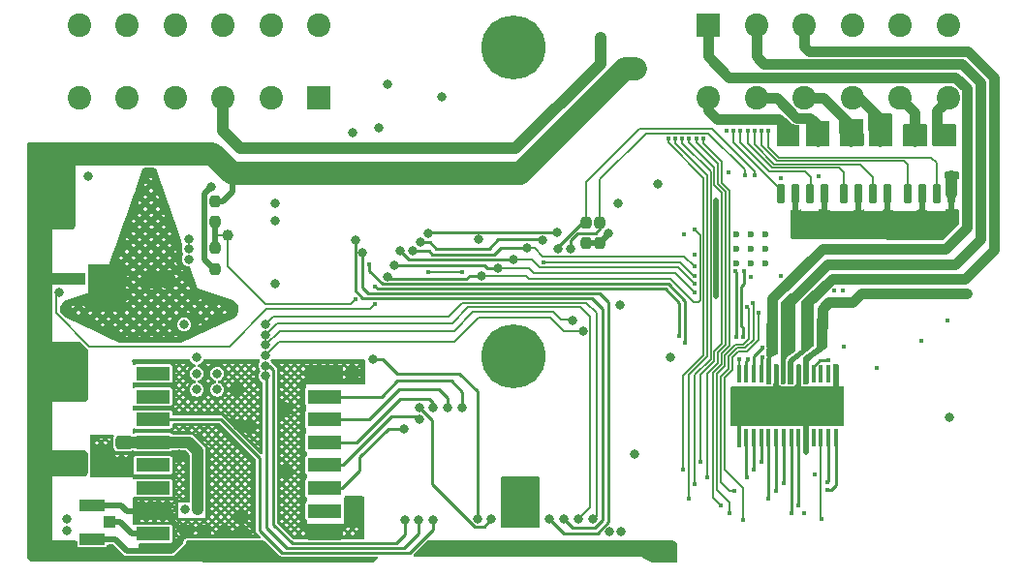
<source format=gbr>
%TF.GenerationSoftware,KiCad,Pcbnew,(6.0.2)*%
%TF.CreationDate,2022-04-26T10:25:04-06:00*%
%TF.ProjectId,CONEPROJ,434f4e45-5052-44f4-9a2e-6b696361645f,rev?*%
%TF.SameCoordinates,Original*%
%TF.FileFunction,Copper,L4,Bot*%
%TF.FilePolarity,Positive*%
%FSLAX46Y46*%
G04 Gerber Fmt 4.6, Leading zero omitted, Abs format (unit mm)*
G04 Created by KiCad (PCBNEW (6.0.2)) date 2022-04-26 10:25:04*
%MOMM*%
%LPD*%
G01*
G04 APERTURE LIST*
G04 Aperture macros list*
%AMRoundRect*
0 Rectangle with rounded corners*
0 $1 Rounding radius*
0 $2 $3 $4 $5 $6 $7 $8 $9 X,Y pos of 4 corners*
0 Add a 4 corners polygon primitive as box body*
4,1,4,$2,$3,$4,$5,$6,$7,$8,$9,$2,$3,0*
0 Add four circle primitives for the rounded corners*
1,1,$1+$1,$2,$3*
1,1,$1+$1,$4,$5*
1,1,$1+$1,$6,$7*
1,1,$1+$1,$8,$9*
0 Add four rect primitives between the rounded corners*
20,1,$1+$1,$2,$3,$4,$5,0*
20,1,$1+$1,$4,$5,$6,$7,0*
20,1,$1+$1,$6,$7,$8,$9,0*
20,1,$1+$1,$8,$9,$2,$3,0*%
G04 Aperture macros list end*
%TA.AperFunction,ComponentPad*%
%ADD10C,0.500000*%
%TD*%
%TA.AperFunction,SMDPad,CuDef*%
%ADD11R,1.800000X2.500000*%
%TD*%
%TA.AperFunction,ComponentPad*%
%ADD12C,5.600000*%
%TD*%
%TA.AperFunction,ComponentPad*%
%ADD13R,2.056000X2.056000*%
%TD*%
%TA.AperFunction,ComponentPad*%
%ADD14C,2.056000*%
%TD*%
%TA.AperFunction,ComponentPad*%
%ADD15C,0.600000*%
%TD*%
%TA.AperFunction,SMDPad,CuDef*%
%ADD16RoundRect,0.150000X0.150000X-0.725000X0.150000X0.725000X-0.150000X0.725000X-0.150000X-0.725000X0*%
%TD*%
%TA.AperFunction,SMDPad,CuDef*%
%ADD17RoundRect,0.237500X-0.237500X0.250000X-0.237500X-0.250000X0.237500X-0.250000X0.237500X0.250000X0*%
%TD*%
%TA.AperFunction,SMDPad,CuDef*%
%ADD18R,3.000000X1.200000*%
%TD*%
%TA.AperFunction,SMDPad,CuDef*%
%ADD19RoundRect,0.250000X0.475000X-0.337500X0.475000X0.337500X-0.475000X0.337500X-0.475000X-0.337500X0*%
%TD*%
%TA.AperFunction,SMDPad,CuDef*%
%ADD20C,1.000000*%
%TD*%
%TA.AperFunction,SMDPad,CuDef*%
%ADD21R,0.300000X1.600000*%
%TD*%
%TA.AperFunction,SMDPad,CuDef*%
%ADD22R,9.700000X3.400000*%
%TD*%
%TA.AperFunction,SMDPad,CuDef*%
%ADD23R,2.200000X1.050000*%
%TD*%
%TA.AperFunction,SMDPad,CuDef*%
%ADD24R,1.050000X1.000000*%
%TD*%
%TA.AperFunction,ViaPad*%
%ADD25C,0.800000*%
%TD*%
%TA.AperFunction,ViaPad*%
%ADD26C,0.450000*%
%TD*%
%TA.AperFunction,Conductor*%
%ADD27C,0.950000*%
%TD*%
%TA.AperFunction,Conductor*%
%ADD28C,0.200000*%
%TD*%
%TA.AperFunction,Conductor*%
%ADD29C,0.250000*%
%TD*%
%TA.AperFunction,Conductor*%
%ADD30C,0.500000*%
%TD*%
%TA.AperFunction,Conductor*%
%ADD31C,1.000000*%
%TD*%
%TA.AperFunction,Conductor*%
%ADD32C,2.000000*%
%TD*%
G04 APERTURE END LIST*
D10*
%TO.P,U6,9,GND*%
%TO.N,GND*%
X31820000Y-83170000D03*
X30520000Y-82170000D03*
X31820000Y-82170000D03*
D11*
X31170000Y-83170000D03*
D10*
X30520000Y-83170000D03*
X31820000Y-84170000D03*
X30520000Y-84170000D03*
%TD*%
D12*
%TO.P,H304,1,1*%
%TO.N,GND*%
X67000000Y-47000000D03*
%TD*%
D13*
%TO.P,J4,A1,A1*%
%TO.N,/MOTOR1_OUT1*%
X84025000Y-45040000D03*
D14*
%TO.P,J4,A2,A2*%
%TO.N,/MOTOR1_OUT2*%
X88215000Y-45040000D03*
%TO.P,J4,A3,A3*%
%TO.N,/MOTOR2_OUT1*%
X92405000Y-45040000D03*
%TO.P,J4,A4,A4*%
%TO.N,/MOTOR2_OUT2*%
X96595000Y-45040000D03*
%TO.P,J4,A5,A5*%
%TO.N,/GPO_5_OUT*%
X100785000Y-45040000D03*
%TO.P,J4,A6,A6*%
%TO.N,/GPO_6_OUT*%
X104975000Y-45040000D03*
%TO.P,J4,A7,A7*%
%TO.N,/GPO_7_OUT*%
X104975000Y-51390000D03*
%TO.P,J4,A8,A8*%
%TO.N,/GPO_8_OUT*%
X100785000Y-51390000D03*
%TO.P,J4,A9,A9*%
%TO.N,/GPO_9_OUT*%
X96595000Y-51390000D03*
%TO.P,J4,A10,A10*%
%TO.N,/R_OUT*%
X92405000Y-51390000D03*
%TO.P,J4,A11,A11*%
%TO.N,/G_OUT*%
X88215000Y-51390000D03*
%TO.P,J4,A12,A12*%
%TO.N,/B_OUT*%
X84025000Y-51390000D03*
D13*
%TO.P,J4,B1,B1*%
%TO.N,/CANL*%
X49975000Y-51390000D03*
D14*
%TO.P,J4,B2,B2*%
%TO.N,/CANH*%
X45785000Y-51390000D03*
%TO.P,J4,B3,B3*%
%TO.N,/LEDA_OUT*%
X41595000Y-51390000D03*
%TO.P,J4,B4,B4*%
%TO.N,/EXT_IO4*%
X37405000Y-51390000D03*
%TO.P,J4,B5,B5*%
%TO.N,+5V*%
X33215000Y-51390000D03*
%TO.P,J4,B6,B6*%
%TO.N,/VBAT*%
X29025000Y-51390000D03*
%TO.P,J4,B7,B7*%
%TO.N,GND*%
X29025000Y-45040000D03*
%TO.P,J4,B8,B8*%
%TO.N,/EXT_IO5*%
X33215000Y-45040000D03*
%TO.P,J4,B9,B9*%
%TO.N,/EXT_I2C_SDA*%
X37405000Y-45040000D03*
%TO.P,J4,B10,B10*%
%TO.N,/EXT_I2C_SCL*%
X41595000Y-45040000D03*
%TO.P,J4,B11,B11*%
%TO.N,/EXT_UART_TX*%
X45785000Y-45040000D03*
%TO.P,J4,B12,B12*%
%TO.N,/EXT_UART_RX*%
X49975000Y-45040000D03*
%TD*%
D15*
%TO.P,U10,57,GND*%
%TO.N,GND*%
X87750000Y-64550000D03*
X89025000Y-65825000D03*
X86475000Y-64550000D03*
X86475000Y-63275000D03*
X89025000Y-64550000D03*
X87750000Y-65825000D03*
X89025000Y-63275000D03*
X87750000Y-63275000D03*
X86475000Y-65825000D03*
%TD*%
D12*
%TO.P,H302,1,1*%
%TO.N,GND*%
X67000000Y-74000000D03*
%TD*%
D10*
%TO.P,U3,9,GND*%
%TO.N,GND*%
X31915000Y-68809999D03*
X30615000Y-66809999D03*
X30615000Y-68809999D03*
X31915000Y-66809999D03*
D11*
X31265000Y-67809999D03*
D10*
X30615000Y-67809999D03*
X31915000Y-67809999D03*
%TD*%
D16*
%TO.P,Q7,1,S*%
%TO.N,GND*%
X94205000Y-59800000D03*
%TO.P,Q7,2,G*%
%TO.N,/LEDG*%
X92935000Y-59800000D03*
%TO.P,Q7,3,S*%
%TO.N,GND*%
X91665000Y-59800000D03*
%TO.P,Q7,4,G*%
%TO.N,/LEDB*%
X90395000Y-59800000D03*
%TO.P,Q7,5,D*%
%TO.N,/B_OUT*%
X90395000Y-54650000D03*
%TO.P,Q7,6,D*%
X91665000Y-54650000D03*
%TO.P,Q7,7,D*%
%TO.N,/G_OUT*%
X92935000Y-54650000D03*
%TO.P,Q7,8,D*%
X94205000Y-54650000D03*
%TD*%
D17*
%TO.P,R8,1*%
%TO.N,/VBAT_SENSE*%
X40895000Y-64537500D03*
%TO.P,R8,2*%
%TO.N,GND*%
X40895000Y-66362500D03*
%TD*%
D16*
%TO.P,Q5,1,S*%
%TO.N,GND*%
X105255000Y-59800000D03*
%TO.P,Q5,2,G*%
%TO.N,/GPO_7*%
X103985000Y-59800000D03*
%TO.P,Q5,3,S*%
%TO.N,GND*%
X102715000Y-59800000D03*
%TO.P,Q5,4,G*%
%TO.N,/GPO_8*%
X101445000Y-59800000D03*
%TO.P,Q5,5,D*%
%TO.N,/GPO_8_OUT*%
X101445000Y-54650000D03*
%TO.P,Q5,6,D*%
X102715000Y-54650000D03*
%TO.P,Q5,7,D*%
%TO.N,/GPO_7_OUT*%
X103985000Y-54650000D03*
%TO.P,Q5,8,D*%
X105255000Y-54650000D03*
%TD*%
D17*
%TO.P,R2,1*%
%TO.N,/EXT_12V*%
X40895000Y-60425000D03*
%TO.P,R2,2*%
%TO.N,/VBAT_SENSE*%
X40895000Y-62250000D03*
%TD*%
D18*
%TO.P,U310,1,GND*%
%TO.N,GND*%
X50480000Y-75500000D03*
%TO.P,U310,2,MISO*%
%TO.N,/EXT_SPI_MISO*%
X50480000Y-77500000D03*
%TO.P,U310,3,MOSI*%
%TO.N,/EXT_SPI_MOSI*%
X50480000Y-79500000D03*
%TO.P,U310,4,SCK*%
%TO.N,/EXT_SPI_SCK*%
X50480000Y-81500000D03*
%TO.P,U310,5,NSS*%
%TO.N,/EXT_SPI_SS0*%
X50480000Y-83500000D03*
%TO.P,U310,6,RESET*%
%TO.N,/EXT_IO2*%
X50480000Y-85500000D03*
%TO.P,U310,7,DIO5*%
%TO.N,unconnected-(U310-Pad7)*%
X50480000Y-87500000D03*
%TO.P,U310,8,GND*%
%TO.N,GND*%
X50480000Y-89500000D03*
%TO.P,U310,9,ANT*%
%TO.N,Net-(J304-Pad2)*%
X35480000Y-89500000D03*
%TO.P,U310,10,GND*%
%TO.N,GND*%
X35480000Y-87500000D03*
%TO.P,U310,11,DIO3*%
%TO.N,unconnected-(U310-Pad11)*%
X35480000Y-85500000D03*
%TO.P,U310,12,DIO4*%
%TO.N,unconnected-(U310-Pad12)*%
X35480000Y-83500000D03*
%TO.P,U310,13,3.3V*%
%TO.N,+3V3*%
X35480000Y-81500000D03*
%TO.P,U310,14,DIO0*%
%TO.N,/EXT_IO1*%
X35480000Y-79500000D03*
%TO.P,U310,15,DIO1*%
%TO.N,unconnected-(U310-Pad15)*%
X35480000Y-77500000D03*
%TO.P,U310,16,DIO2*%
%TO.N,unconnected-(U310-Pad16)*%
X35480000Y-75500000D03*
%TD*%
D19*
%TO.P,C302,1*%
%TO.N,GND*%
X32950000Y-83587500D03*
%TO.P,C302,2*%
%TO.N,+3V3*%
X32950000Y-81512500D03*
%TD*%
D17*
%TO.P,R12,1*%
%TO.N,/EXT_I2C_SCL*%
X73376667Y-62292500D03*
%TO.P,R12,2*%
%TO.N,+3V3*%
X73376667Y-64117500D03*
%TD*%
D20*
%TO.P,TP2,1,1*%
%TO.N,/VBAT_SENSE*%
X42020000Y-63400000D03*
%TD*%
D17*
%TO.P,R11,1*%
%TO.N,/EXT_I2C_SDA*%
X74546667Y-62292500D03*
%TO.P,R11,2*%
%TO.N,+3V3*%
X74546667Y-64117500D03*
%TD*%
D16*
%TO.P,Q2,1,S*%
%TO.N,GND*%
X99705000Y-59800000D03*
%TO.P,Q2,2,G*%
%TO.N,/GPO_9*%
X98435000Y-59800000D03*
%TO.P,Q2,3,S*%
%TO.N,GND*%
X97165000Y-59800000D03*
%TO.P,Q2,4,G*%
%TO.N,/LEDR*%
X95895000Y-59800000D03*
%TO.P,Q2,5,D*%
%TO.N,/R_OUT*%
X95895000Y-54650000D03*
%TO.P,Q2,6,D*%
X97165000Y-54650000D03*
%TO.P,Q2,7,D*%
%TO.N,/GPO_9_OUT*%
X98435000Y-54650000D03*
%TO.P,Q2,8,D*%
X99705000Y-54650000D03*
%TD*%
D21*
%TO.P,U4,1,CP1*%
%TO.N,/CP1*%
X86700000Y-75522500D03*
%TO.P,U4,2,CP2*%
%TO.N,/CP2*%
X87350000Y-75522500D03*
%TO.P,U4,3,VCP*%
%TO.N,Net-(C29-Pad1)*%
X88000000Y-75522500D03*
%TO.P,U4,4,VM-1*%
%TO.N,/EXT_12V*%
X88650000Y-75522500D03*
%TO.P,U4,5,OUTPUT1*%
%TO.N,/MOTOR1_OUT1*%
X89300000Y-75522500D03*
%TO.P,U4,6,SRC12*%
%TO.N,GND*%
X89950000Y-75522500D03*
%TO.P,U4,7,OUTPUT2*%
%TO.N,/MOTOR1_OUT2*%
X90600000Y-75522500D03*
%TO.P,U4,8,OUTPUT3*%
%TO.N,/MOTOR2_OUT1*%
X91250000Y-75522500D03*
%TO.P,U4,9,SRC34*%
%TO.N,GND*%
X91900000Y-75522500D03*
%TO.P,U4,10,OUTPUT4*%
%TO.N,/MOTOR2_OUT2*%
X92550000Y-75522500D03*
%TO.P,U4,11,VM*%
%TO.N,/EXT_12V*%
X93200000Y-75522500D03*
%TO.P,U4,12,NC*%
%TO.N,unconnected-(U4-Pad12)*%
X93850000Y-75522500D03*
%TO.P,U4,13,NC*%
%TO.N,unconnected-(U4-Pad13)*%
X94500000Y-75522500D03*
%TO.P,U4,14,VNEG-2*%
%TO.N,GND*%
X95150000Y-75522500D03*
%TO.P,U4,15,V3P3OUT*%
%TO.N,Net-(C27-Pad1)*%
X95150000Y-81122500D03*
%TO.P,U4,16,NRESET*%
%TO.N,/DRV_RESET*%
X94500000Y-81122500D03*
%TO.P,U4,17,NSLEEP*%
%TO.N,/DRV_SLEEP*%
X93850000Y-81122500D03*
%TO.P,U4,18,NFAULT*%
%TO.N,unconnected-(U4-Pad18)*%
X93200000Y-81122500D03*
%TO.P,U4,19,LGND*%
%TO.N,GND*%
X92550000Y-81122500D03*
%TO.P,U4,20,EN4*%
%TO.N,/EN4*%
X91900000Y-81122500D03*
%TO.P,U4,21,IN4*%
%TO.N,/GPO_11*%
X91250000Y-81122500D03*
%TO.P,U4,22,EN3*%
%TO.N,/EN3*%
X90600000Y-81122500D03*
%TO.P,U4,23,IN3*%
%TO.N,/GPO_10*%
X89950000Y-81122500D03*
%TO.P,U4,24,EN2*%
%TO.N,/EN2*%
X89300000Y-81122500D03*
%TO.P,U4,25,IN2*%
%TO.N,/GPO_6*%
X88650000Y-81122500D03*
%TO.P,U4,26,EN1*%
%TO.N,/EN1*%
X88000000Y-81122500D03*
%TO.P,U4,27,IN1*%
%TO.N,/GPO_5*%
X87350000Y-81122500D03*
%TO.P,U4,28,VNEG*%
%TO.N,GND*%
X86700000Y-81122500D03*
D22*
%TO.P,U4,29,VNEG*%
X90925000Y-78322500D03*
D10*
%TO.P,U4,30,GND*%
X90925000Y-78322500D03*
%TO.P,U4,31,GND*%
X89625000Y-78322500D03*
%TO.P,U4,32,GND*%
X88325000Y-78322500D03*
%TO.P,U4,33,GND*%
X87025000Y-78322500D03*
%TO.P,U4,34,GND*%
X92225000Y-78322500D03*
%TO.P,U4,35,GND*%
X93525000Y-78322500D03*
%TO.P,U4,36,GND*%
X94825000Y-78322500D03*
%TO.P,U4,37,GND*%
X87025000Y-77022500D03*
%TO.P,U4,38,GND*%
X87025000Y-79622500D03*
%TO.P,U4,39,GND*%
X88325000Y-77022500D03*
%TO.P,U4,40,GND*%
X88325000Y-79622500D03*
%TO.P,U4,41,GND*%
X89625000Y-79622500D03*
%TO.P,U4,42,GND*%
X89625000Y-77022500D03*
%TO.P,U4,43,GND*%
X90925000Y-77022500D03*
%TO.P,U4,44,GND*%
X90925000Y-79622500D03*
%TO.P,U4,45,GND*%
X92225000Y-77022500D03*
%TO.P,U4,46,GND*%
X92225000Y-79622500D03*
%TO.P,U4,47,GND*%
X93525000Y-77022500D03*
%TO.P,U4,48,GND*%
X93525000Y-79622500D03*
%TO.P,U4,49,GND*%
X94825000Y-77022500D03*
%TO.P,U4,50,GND*%
X94825000Y-79622500D03*
%TD*%
D23*
%TO.P,J304,1*%
%TO.N,GND*%
X30175000Y-87025000D03*
D24*
%TO.P,J304,2*%
%TO.N,Net-(J304-Pad2)*%
X31700000Y-88500000D03*
D23*
%TO.P,J304,3*%
%TO.N,GND*%
X30175000Y-89975000D03*
%TD*%
D25*
%TO.N,+5V*%
X38600000Y-65500000D03*
X38600000Y-63700000D03*
X38600000Y-64600000D03*
X76430000Y-89330000D03*
X75349992Y-89324992D03*
X38200000Y-71200000D03*
D26*
%TO.N,/LEDG*%
X86825000Y-54250000D03*
%TO.N,/LEDR*%
X87450000Y-54250000D03*
D25*
%TO.N,/EXT_UART_RX*%
X73975000Y-88200000D03*
X45286231Y-71186232D03*
%TO.N,/EXT_UART_TX*%
X45300000Y-72100000D03*
X72675000Y-88200000D03*
D26*
%TO.N,/LEDB*%
X86200000Y-54250000D03*
D25*
%TO.N,/CAN_TX*%
X70140000Y-88200000D03*
X53775000Y-64950000D03*
%TO.N,/CAN_RX*%
X71430000Y-88200000D03*
X53150000Y-63850000D03*
D26*
%TO.N,/GPO_5*%
X87380000Y-84560000D03*
X83930000Y-84570000D03*
X82975000Y-54925000D03*
%TO.N,GND*%
X95750000Y-68250000D03*
X93700000Y-58200000D03*
X98780000Y-74970000D03*
X92550000Y-82400000D03*
D25*
X28000000Y-89200000D03*
X40000000Y-89300000D03*
D26*
X85600000Y-54250000D03*
D25*
X53050000Y-88300000D03*
X98875000Y-62975000D03*
X46150000Y-60575000D03*
X36600000Y-67200000D03*
X28000000Y-88200000D03*
X55225000Y-54025000D03*
X35300000Y-67200000D03*
X80710000Y-74090000D03*
X29800000Y-58200000D03*
X53050000Y-87150000D03*
X47100000Y-84100000D03*
X47100000Y-78600000D03*
X37800000Y-82500000D03*
X98300000Y-62200000D03*
X76275000Y-69525000D03*
X52950000Y-54400000D03*
X41700000Y-89300000D03*
X42900000Y-76900000D03*
X79580000Y-58900000D03*
X52950000Y-75350000D03*
X42900000Y-80100000D03*
D26*
X92560000Y-81800000D03*
D25*
X43300000Y-88000000D03*
D26*
X95830000Y-73110000D03*
D25*
X76175000Y-60600000D03*
D26*
X81910000Y-63340000D03*
D25*
X105275000Y-58275000D03*
X56025000Y-50225000D03*
X46175000Y-67675000D03*
X38400000Y-89300000D03*
D26*
X102625000Y-72600000D03*
X93350000Y-84350000D03*
D25*
X63980000Y-63780000D03*
X40600000Y-59200000D03*
X43300000Y-89300000D03*
X44000000Y-80100000D03*
X105100000Y-79300000D03*
X60700000Y-51300000D03*
X97775000Y-62975000D03*
D26*
%TO.N,/GPO_6*%
X88650000Y-83200000D03*
X83360000Y-83190000D03*
X82350000Y-54940000D03*
%TO.N,/MCP_RESET*%
X59550000Y-66600000D03*
X62500000Y-66600000D03*
D25*
X59525000Y-63200000D03*
X70799506Y-63160510D03*
D26*
%TO.N,/GPO_7*%
X89275000Y-54250000D03*
%TO.N,/GPO_8*%
X88650000Y-54250000D03*
%TO.N,/GPO_9*%
X88050000Y-54250000D03*
D25*
%TO.N,/LEDA_OUT*%
X74600000Y-46100000D03*
D26*
%TO.N,+1V1*%
X84700000Y-60375000D03*
X84700000Y-68700000D03*
%TO.N,/GPO_11*%
X87400000Y-69640000D03*
X91280000Y-87660000D03*
X85860000Y-87670000D03*
D25*
%TO.N,/EXT_IO4*%
X58700000Y-88300000D03*
X45300000Y-75698012D03*
%TO.N,/EXT_IO5*%
X57500000Y-88300000D03*
X45300000Y-74798509D03*
%TO.N,/MODE_BTN*%
X58750000Y-78500000D03*
X65075000Y-88200000D03*
%TO.N,/PAUSE_BTN*%
X63824989Y-88220000D03*
X54750000Y-74250000D03*
%TO.N,/EXT_I2C_SDA*%
X45300000Y-73899006D03*
X73110000Y-71740000D03*
X71990000Y-64625500D03*
D26*
X87250000Y-58150000D03*
%TO.N,/EXT_I2C_SCL*%
X88110000Y-58150000D03*
D25*
X45300000Y-72999503D03*
X70870000Y-64625500D03*
X72180000Y-70810000D03*
%TO.N,/EXT_12V*%
X77625000Y-48875000D03*
X25500000Y-56300000D03*
X25500000Y-66460000D03*
X60000000Y-90800000D03*
X25500000Y-69000000D03*
X25500000Y-61380000D03*
X43400000Y-90800000D03*
X25500000Y-74080000D03*
X25500000Y-58840000D03*
X40100000Y-90800000D03*
X25500000Y-71540000D03*
X41700000Y-90800000D03*
X61400000Y-90800000D03*
X62800000Y-90800000D03*
D26*
X94500000Y-74340000D03*
D25*
X80830000Y-90570000D03*
X25500000Y-63920000D03*
D26*
X88720000Y-74030000D03*
D25*
X25500000Y-76620000D03*
%TO.N,/EXT_IO1*%
X60000000Y-88300000D03*
%TO.N,/EXT_IO2*%
X57420000Y-80330000D03*
D26*
%TO.N,/EXT_IO3*%
X82830000Y-62910000D03*
D25*
X64225000Y-66925000D03*
X55950000Y-67025500D03*
%TO.N,/EXT_SPI_MISO*%
X62530000Y-78500000D03*
X68150000Y-64500000D03*
D26*
X82820000Y-66150000D03*
D25*
X58200000Y-64775000D03*
%TO.N,/EXT_SPI_MOSI*%
X61250000Y-78500000D03*
X67030000Y-65540000D03*
X57075000Y-64775000D03*
D26*
X82830000Y-67670000D03*
D25*
%TO.N,/EXT_SPI_SCK*%
X65600000Y-66290000D03*
X56600000Y-66025000D03*
X59975000Y-78500000D03*
D26*
X82830000Y-68400000D03*
D25*
%TO.N,/EXT_SPI_SS0*%
X58770000Y-79520000D03*
%TO.N,/EXT_SPI_SS1*%
X69525000Y-63800000D03*
X58875000Y-64000000D03*
D26*
X82820000Y-66970000D03*
X69575000Y-65750000D03*
%TO.N,/5V_EN*%
X86360000Y-66500000D03*
D25*
X27300000Y-68400000D03*
D26*
X81500000Y-72200000D03*
X86470000Y-72280000D03*
X54925000Y-67875000D03*
X54925000Y-69425000D03*
%TO.N,/VBAT_SENSE*%
X87175000Y-66525000D03*
X54400000Y-65900000D03*
X87070000Y-72280000D03*
X82010000Y-72760000D03*
X53150000Y-69025000D03*
%TO.N,/GPO_10*%
X87900000Y-69300000D03*
X86290000Y-85750000D03*
X89950000Y-85740000D03*
%TO.N,/DRV_SLEEP*%
X93890000Y-88240000D03*
X87030000Y-88320000D03*
X88400000Y-70210000D03*
D25*
%TO.N,/MOTOR2_OUT2*%
X106650000Y-68490000D03*
D26*
%TO.N,Net-(C27-Pad1)*%
X94400000Y-85670000D03*
%TO.N,Net-(C29-Pad1)*%
X88720000Y-73230000D03*
%TO.N,/DRV_RESET*%
X94410000Y-84950000D03*
%TO.N,/CP1*%
X86720000Y-74230000D03*
%TO.N,/CP2*%
X87520000Y-74230000D03*
%TO.N,/EN4*%
X85150000Y-87030000D03*
X83575000Y-54925000D03*
X91860000Y-87030000D03*
%TO.N,/EN3*%
X82860000Y-85130000D03*
X81730000Y-54950000D03*
X90600000Y-85090000D03*
%TO.N,/EN2*%
X81130000Y-54950000D03*
X82350000Y-86410000D03*
X89300000Y-86410000D03*
%TO.N,/EN1*%
X88000000Y-83870000D03*
X81840000Y-83860000D03*
X80530000Y-54950000D03*
%TO.N,+3V3*%
X87760000Y-67020000D03*
X90340000Y-66950000D03*
D25*
X46150000Y-62100000D03*
X38300000Y-87400000D03*
X68800000Y-88200000D03*
D26*
X104900000Y-70890000D03*
X95025000Y-68250000D03*
D25*
X39300000Y-76900000D03*
D26*
X92420000Y-87680000D03*
D25*
X77600000Y-82500000D03*
X41100000Y-75500000D03*
X39300000Y-74100000D03*
D26*
X90400000Y-58400000D03*
D25*
X41100000Y-76900000D03*
D26*
X82830000Y-65110000D03*
D25*
X39400000Y-87400000D03*
X39300000Y-75500000D03*
X67600000Y-88200000D03*
X75320000Y-63270000D03*
X66400000Y-88200000D03*
D26*
X85800000Y-57925000D03*
%TD*%
D27*
%TO.N,/G_OUT*%
X92920000Y-53150000D02*
X93550000Y-53780000D01*
X89990000Y-51390000D02*
X91750000Y-53150000D01*
X93550000Y-53780000D02*
X93550000Y-55150000D01*
X88215000Y-51390000D02*
X89990000Y-51390000D01*
X91750000Y-53150000D02*
X92920000Y-53150000D01*
%TO.N,/R_OUT*%
X94065000Y-51390000D02*
X96460000Y-53785000D01*
X96460000Y-53785000D02*
X96460000Y-55150000D01*
X92405000Y-51390000D02*
X94065000Y-51390000D01*
%TO.N,/B_OUT*%
X84025000Y-52500000D02*
X84750000Y-53225000D01*
X91000000Y-54000000D02*
X91000000Y-55075000D01*
X84750000Y-53225000D02*
X90225000Y-53225000D01*
X90225000Y-53225000D02*
X91000000Y-54000000D01*
X84025000Y-51390000D02*
X84025000Y-52500000D01*
D28*
%TO.N,/LEDG*%
X89350480Y-57800480D02*
X92374520Y-57800480D01*
X93000000Y-58325000D02*
X93000000Y-59735000D01*
X86825000Y-55275000D02*
X89350480Y-57800480D01*
X86825000Y-54250000D02*
X86825000Y-55275000D01*
X92374520Y-57800480D02*
X92475480Y-57800480D01*
X92475480Y-57800480D02*
X93000000Y-58325000D01*
X93000000Y-59735000D02*
X92935000Y-59800000D01*
%TO.N,/LEDR*%
X87450000Y-55350000D02*
X89600960Y-57500960D01*
X89600960Y-57500960D02*
X95475960Y-57500960D01*
X95475960Y-57500960D02*
X95895000Y-57920000D01*
X87450000Y-54250000D02*
X87450000Y-55350000D01*
X95895000Y-57920000D02*
X95895000Y-59800000D01*
%TO.N,/EXT_UART_RX*%
X61326414Y-70500000D02*
X62526414Y-69300000D01*
X45286231Y-71186232D02*
X45972463Y-70500000D01*
X62526414Y-69300000D02*
X73375000Y-69300000D01*
X74250000Y-87925000D02*
X73975000Y-88200000D01*
X73375000Y-69300000D02*
X74250000Y-70175000D01*
X74250000Y-70175000D02*
X74250000Y-87925000D01*
X45972463Y-70500000D02*
X61326414Y-70500000D01*
%TO.N,/EXT_UART_TX*%
X61625000Y-71075000D02*
X63000000Y-69700000D01*
X72875000Y-69700000D02*
X73709511Y-70534511D01*
X63000000Y-69700000D02*
X72875000Y-69700000D01*
X46325000Y-71075000D02*
X61625000Y-71075000D01*
X73709511Y-87165489D02*
X72675000Y-88200000D01*
X73709511Y-70534511D02*
X73709511Y-87165489D01*
X45300000Y-72100000D02*
X46325000Y-71075000D01*
%TO.N,/LEDB*%
X86200000Y-54250000D02*
X86200000Y-55250000D01*
X90395000Y-59445000D02*
X90395000Y-59800000D01*
X86200000Y-55250000D02*
X90395000Y-59445000D01*
D29*
%TO.N,/CAN_TX*%
X75325000Y-69275000D02*
X74550000Y-68500000D01*
X54275000Y-68500000D02*
X53775000Y-68000000D01*
X70140000Y-88200000D02*
X71415000Y-89475000D01*
X71415000Y-89475000D02*
X74316791Y-89475000D01*
X74550000Y-68500000D02*
X54275000Y-68500000D01*
X75325000Y-88466791D02*
X75325000Y-69275000D01*
X53775000Y-68000000D02*
X53775000Y-64950000D01*
X74316791Y-89475000D02*
X75325000Y-88466791D01*
%TO.N,/CAN_RX*%
X71430000Y-88200000D02*
X72180000Y-88950000D01*
X74125000Y-88950000D02*
X74800000Y-88275000D01*
X74800000Y-88275000D02*
X74800000Y-69845000D01*
X72180000Y-88950000D02*
X74125000Y-88950000D01*
X53150000Y-68250000D02*
X53150000Y-63850000D01*
X74800000Y-69845000D02*
X73855000Y-68900000D01*
X73855000Y-68900000D02*
X53800000Y-68900000D01*
X53800000Y-68900000D02*
X53150000Y-68250000D01*
%TO.N,/GPO_5*%
X87350000Y-81122500D02*
X87350000Y-84530000D01*
D28*
X84875000Y-57175000D02*
X82975000Y-55275000D01*
X85525000Y-59576414D02*
X84875000Y-58926414D01*
X83930000Y-75480000D02*
X84860480Y-74549520D01*
X85525000Y-72968538D02*
X85525000Y-59576414D01*
X84875000Y-58926414D02*
X84875000Y-57175000D01*
X82975000Y-55275000D02*
X82975000Y-54925000D01*
X84860480Y-73633058D02*
X85525000Y-72968538D01*
D29*
X87350000Y-84530000D02*
X87380000Y-84560000D01*
D28*
X84860480Y-74549520D02*
X84860480Y-73633058D01*
X83930000Y-84570000D02*
X83930000Y-75480000D01*
D30*
%TO.N,GND*%
X37100000Y-91000000D02*
X37900000Y-90200000D01*
X35480000Y-87500000D02*
X33200000Y-87500000D01*
X40895000Y-66362500D02*
X40862500Y-66362500D01*
X40000000Y-59800000D02*
X40600000Y-59200000D01*
D31*
X105275000Y-59780000D02*
X105275000Y-58275000D01*
D30*
X38400000Y-89300000D02*
X38079022Y-89300000D01*
D31*
X105255000Y-59800000D02*
X105275000Y-59780000D01*
D30*
X33200000Y-91000000D02*
X37100000Y-91000000D01*
X36279022Y-87500000D02*
X35480000Y-87500000D01*
X92550000Y-81122500D02*
X92550000Y-82400000D01*
X32725000Y-87025000D02*
X30175000Y-87025000D01*
X30175000Y-89975000D02*
X32175000Y-89975000D01*
X40862500Y-66362500D02*
X40000000Y-65500000D01*
X40000000Y-65500000D02*
X40000000Y-59800000D01*
X38079022Y-89300000D02*
X36279022Y-87500000D01*
X32175000Y-89975000D02*
X33200000Y-91000000D01*
X33200000Y-87500000D02*
X32725000Y-87025000D01*
D28*
%TO.N,/GPO_6*%
X84550000Y-57450000D02*
X82350000Y-55250000D01*
X85200000Y-59675000D02*
X84550000Y-59025000D01*
X82350000Y-55250000D02*
X82350000Y-54940000D01*
X84550000Y-59025000D02*
X84550000Y-57450000D01*
X83360000Y-75590000D02*
X84523560Y-74426440D01*
X84523560Y-74426440D02*
X84523560Y-73546392D01*
X85200000Y-72869952D02*
X85200000Y-59675000D01*
D29*
X88650000Y-81122500D02*
X88650000Y-83200000D01*
D28*
X83360000Y-83190000D02*
X83360000Y-75590000D01*
X84523560Y-73546392D02*
X85200000Y-72869952D01*
D29*
%TO.N,/MCP_RESET*%
X59569511Y-63155489D02*
X70794485Y-63155489D01*
D28*
X59550000Y-66600000D02*
X62500000Y-66600000D01*
D29*
X59525000Y-63200000D02*
X59569511Y-63155489D01*
X70794485Y-63155489D02*
X70799506Y-63160510D01*
D28*
%TO.N,/GPO_7*%
X89275000Y-54250000D02*
X89275000Y-55714621D01*
X103985000Y-57089800D02*
X103985000Y-59800000D01*
X103497600Y-56602400D02*
X103985000Y-57089800D01*
X90162779Y-56602400D02*
X103497600Y-56602400D01*
X89275000Y-55714621D02*
X90162779Y-56602400D01*
%TO.N,/GPO_8*%
X88650000Y-55552828D02*
X89999092Y-56901920D01*
X101445000Y-57248840D02*
X101098080Y-56901920D01*
X89999092Y-56901920D02*
X101098080Y-56901920D01*
X88650000Y-54250000D02*
X88650000Y-55552828D01*
X101445000Y-59800000D02*
X101445000Y-57248840D01*
%TO.N,/GPO_9*%
X89801440Y-57201440D02*
X97326440Y-57201440D01*
X88050000Y-55450000D02*
X89801440Y-57201440D01*
X88050000Y-54250000D02*
X88050000Y-55450000D01*
X97326440Y-57201440D02*
X98435000Y-58310000D01*
X98435000Y-58310000D02*
X98435000Y-59800000D01*
D31*
%TO.N,/LEDA_OUT*%
X74600000Y-48400000D02*
X67200000Y-55800000D01*
X43100000Y-55800000D02*
X41595000Y-54295000D01*
X67200000Y-55800000D02*
X43100000Y-55800000D01*
X41595000Y-54295000D02*
X41595000Y-51390000D01*
X74600000Y-46100000D02*
X74600000Y-48400000D01*
D27*
%TO.N,/GPO_8_OUT*%
X102070000Y-52675000D02*
X102070000Y-55160000D01*
X100785000Y-51390000D02*
X102070000Y-52675000D01*
%TO.N,/GPO_7_OUT*%
X104975000Y-51390000D02*
X104975000Y-51525000D01*
X104975000Y-51525000D02*
X103985000Y-52515000D01*
X103985000Y-52515000D02*
X103985000Y-54650000D01*
%TO.N,/GPO_9_OUT*%
X96595000Y-51390000D02*
X97240000Y-51390000D01*
X97240000Y-51390000D02*
X99030000Y-53180000D01*
X99030000Y-53180000D02*
X99030000Y-55160000D01*
D30*
%TO.N,+1V1*%
X84700000Y-68700000D02*
X84700000Y-60375000D01*
D28*
%TO.N,/GPO_11*%
X86390710Y-72950000D02*
X85459520Y-73881190D01*
D29*
X91280000Y-87660000D02*
X91250000Y-87630000D01*
D28*
X87590000Y-69830000D02*
X87590000Y-72430000D01*
X85459520Y-73881190D02*
X85459520Y-74797652D01*
X84739520Y-75517652D02*
X84739520Y-85639520D01*
X87070000Y-72950000D02*
X86390710Y-72950000D01*
X85860000Y-86760000D02*
X85860000Y-87670000D01*
X85459520Y-74797652D02*
X84739520Y-75517652D01*
X84739520Y-85639520D02*
X85860000Y-86760000D01*
D29*
X91250000Y-87630000D02*
X91250000Y-81122500D01*
D28*
X87590000Y-72430000D02*
X87070000Y-72950000D01*
X87400000Y-69640000D02*
X87590000Y-69830000D01*
D29*
%TO.N,/EXT_IO4*%
X58700000Y-89500000D02*
X58700000Y-88300000D01*
X45300000Y-75698012D02*
X45400000Y-75798012D01*
X57450000Y-90750000D02*
X58700000Y-89500000D01*
X47144296Y-90750000D02*
X57450000Y-90750000D01*
X45400000Y-89005704D02*
X47144296Y-90750000D01*
X45400000Y-75798012D02*
X45400000Y-89005704D01*
%TO.N,/EXT_IO5*%
X46025000Y-88725000D02*
X47650000Y-90350000D01*
X57500000Y-89600000D02*
X57500000Y-88300000D01*
X56750000Y-90350000D02*
X57500000Y-89600000D01*
X45300000Y-74798509D02*
X45648509Y-74798509D01*
X47650000Y-90350000D02*
X56750000Y-90350000D01*
X46025000Y-75175000D02*
X46025000Y-88725000D01*
X45648509Y-74798509D02*
X46025000Y-75175000D01*
D30*
%TO.N,Net-(J304-Pad2)*%
X35480000Y-89500000D02*
X33625000Y-89500000D01*
X33625000Y-89500000D02*
X32625000Y-88500000D01*
X32625000Y-88500000D02*
X31700000Y-88500000D01*
D29*
%TO.N,/MODE_BTN*%
X63566307Y-88844511D02*
X59850000Y-85128204D01*
X65075000Y-88200000D02*
X64430489Y-88844511D01*
X59850000Y-79600000D02*
X58750000Y-78500000D01*
X59850000Y-85128204D02*
X59850000Y-79600000D01*
X64430489Y-88844511D02*
X63566307Y-88844511D01*
%TO.N,/PAUSE_BTN*%
X63825000Y-88219989D02*
X63825000Y-77050000D01*
X63825000Y-77050000D02*
X62250000Y-75475000D01*
X55600000Y-74250000D02*
X54750000Y-74250000D01*
X63824989Y-88220000D02*
X63825000Y-88219989D01*
X62250000Y-75475000D02*
X56825000Y-75475000D01*
X56825000Y-75475000D02*
X55600000Y-74250000D01*
D28*
%TO.N,/EXT_I2C_SDA*%
X74550000Y-58510000D02*
X78585000Y-54475000D01*
D29*
X72553334Y-63221666D02*
X74156667Y-63221666D01*
X74546667Y-62831666D02*
X74546667Y-62292500D01*
X74156667Y-63221666D02*
X74546667Y-62831666D01*
D28*
X70225000Y-70600000D02*
X71365000Y-71740000D01*
X78585000Y-54475000D02*
X84051414Y-54475000D01*
X63925000Y-70600000D02*
X70225000Y-70600000D01*
X46489006Y-72710000D02*
X61815000Y-72710000D01*
X45300000Y-73899006D02*
X46489006Y-72710000D01*
D29*
X71990000Y-64625500D02*
X71990000Y-63785000D01*
X71990000Y-63785000D02*
X72553334Y-63221666D01*
D28*
X74550000Y-62289167D02*
X74550000Y-58510000D01*
X87250000Y-57673586D02*
X87250000Y-58150000D01*
X74546667Y-62292500D02*
X74550000Y-62289167D01*
X61815000Y-72710000D02*
X63925000Y-70600000D01*
X71365000Y-71740000D02*
X73110000Y-71740000D01*
X84051414Y-54475000D02*
X87250000Y-57673586D01*
D29*
%TO.N,/EXT_I2C_SCL*%
X73005704Y-62275000D02*
X73106667Y-62275000D01*
D28*
X88110000Y-57835000D02*
X84345000Y-54070000D01*
X63475000Y-70125000D02*
X70475000Y-70125000D01*
X71150000Y-70800000D02*
X72170000Y-70800000D01*
X72170000Y-70800000D02*
X72180000Y-70810000D01*
X70475000Y-70125000D02*
X71150000Y-70800000D01*
D29*
X70870000Y-64410704D02*
X73005704Y-62275000D01*
D28*
X61850000Y-71750000D02*
X63475000Y-70125000D01*
X73376667Y-58703333D02*
X73376667Y-62292500D01*
X46549503Y-71750000D02*
X61850000Y-71750000D01*
X88110000Y-58150000D02*
X88110000Y-57835000D01*
X84345000Y-54070000D02*
X78010000Y-54070000D01*
X78010000Y-54070000D02*
X73376667Y-58703333D01*
D29*
X70870000Y-64625500D02*
X70870000Y-64410704D01*
D28*
X45300000Y-72999503D02*
X46549503Y-71750000D01*
D30*
%TO.N,/EXT_12V*%
X40895000Y-60425000D02*
X41575000Y-60425000D01*
D32*
X40700000Y-56300000D02*
X42399999Y-57999999D01*
D30*
X42399999Y-59600001D02*
X42399999Y-57999999D01*
D32*
X25500000Y-56300000D02*
X40700000Y-56300000D01*
X77625000Y-48875000D02*
X76725000Y-48875000D01*
X76725000Y-48875000D02*
X67600001Y-57999999D01*
D29*
X93760000Y-74340000D02*
X93200000Y-74900000D01*
X93200000Y-74900000D02*
X93200000Y-75522500D01*
X88650000Y-75522500D02*
X88650000Y-74100000D01*
X94500000Y-74340000D02*
X93760000Y-74340000D01*
D30*
X41575000Y-60425000D02*
X42399999Y-59600001D01*
D29*
X88650000Y-74100000D02*
X88720000Y-74030000D01*
D32*
X67600001Y-57999999D02*
X42399999Y-57999999D01*
D29*
%TO.N,/EXT_IO1*%
X41400000Y-79500000D02*
X35480000Y-79500000D01*
X60000000Y-89100000D02*
X57950000Y-91150000D01*
X46750000Y-91150000D02*
X44800000Y-89200000D01*
X60000000Y-88300000D02*
X60000000Y-89100000D01*
X44800000Y-89200000D02*
X44800000Y-82900000D01*
X57950000Y-91150000D02*
X46750000Y-91150000D01*
X44800000Y-82900000D02*
X41400000Y-79500000D01*
%TO.N,/EXT_IO2*%
X53540000Y-83940000D02*
X53540000Y-82810000D01*
X56050000Y-80300000D02*
X57390000Y-80300000D01*
X51980000Y-85500000D02*
X53540000Y-83940000D01*
X50480000Y-85500000D02*
X51980000Y-85500000D01*
X57390000Y-80300000D02*
X57420000Y-80330000D01*
X53540000Y-82810000D02*
X56050000Y-80300000D01*
D28*
%TO.N,/EXT_IO3*%
X68325000Y-67175000D02*
X80675000Y-67175000D01*
X68075000Y-66925000D02*
X68325000Y-67175000D01*
X83325000Y-69035000D02*
X83325000Y-63405000D01*
D29*
X64225000Y-66925000D02*
X63150000Y-66925000D01*
X56124500Y-67200000D02*
X55950000Y-67025500D01*
X63150000Y-66925000D02*
X62875000Y-67200000D01*
X62875000Y-67200000D02*
X56124500Y-67200000D01*
D28*
X83325000Y-63405000D02*
X82830000Y-62910000D01*
X64225000Y-66925000D02*
X68075000Y-66925000D01*
X82725000Y-69225000D02*
X83135000Y-69225000D01*
X83135000Y-69225000D02*
X83325000Y-69035000D01*
X80675000Y-67175000D02*
X82725000Y-69225000D01*
%TO.N,/EXT_SPI_MISO*%
X81895000Y-65225000D02*
X69550000Y-65225000D01*
X82820000Y-66150000D02*
X81895000Y-65225000D01*
D29*
X59625000Y-64775000D02*
X59910000Y-65060000D01*
X62530000Y-77080000D02*
X61590000Y-76140000D01*
D28*
X68825000Y-64500000D02*
X68150000Y-64500000D01*
D29*
X65320000Y-65060000D02*
X65880000Y-64500000D01*
X58200000Y-64775000D02*
X59625000Y-64775000D01*
X65880000Y-64500000D02*
X68150000Y-64500000D01*
D28*
X69550000Y-65225000D02*
X68825000Y-64500000D01*
D29*
X61590000Y-76140000D02*
X56800000Y-76140000D01*
X55440000Y-77500000D02*
X50480000Y-77500000D01*
X62530000Y-78500000D02*
X62530000Y-77080000D01*
X56800000Y-76140000D02*
X55440000Y-77500000D01*
X59910000Y-65060000D02*
X65320000Y-65060000D01*
%TO.N,/EXT_SPI_MOSI*%
X61250000Y-78500000D02*
X61250000Y-77610000D01*
X60500000Y-76860000D02*
X57030000Y-76860000D01*
X57030000Y-76860000D02*
X54390000Y-79500000D01*
X61250000Y-77610000D02*
X60500000Y-76860000D01*
X57075000Y-64775000D02*
X57840000Y-65540000D01*
X57840000Y-65540000D02*
X67030000Y-65540000D01*
D28*
X68565000Y-65540000D02*
X67030000Y-65540000D01*
X82830000Y-67670000D02*
X81385000Y-66225000D01*
D29*
X54390000Y-79500000D02*
X50480000Y-79500000D01*
D28*
X81385000Y-66225000D02*
X69250000Y-66225000D01*
X69250000Y-66225000D02*
X68565000Y-65540000D01*
D29*
%TO.N,/EXT_SPI_SCK*%
X59975000Y-78075000D02*
X59640000Y-77740000D01*
D28*
X82830000Y-68400000D02*
X81130000Y-66700000D01*
D29*
X64700000Y-66300000D02*
X65590000Y-66300000D01*
X59640000Y-77740000D02*
X57060000Y-77740000D01*
D28*
X65615000Y-66275000D02*
X65600000Y-66290000D01*
D29*
X65590000Y-66300000D02*
X65600000Y-66290000D01*
X53300000Y-81500000D02*
X50480000Y-81500000D01*
D28*
X81130000Y-66700000D02*
X68775000Y-66700000D01*
X68775000Y-66700000D02*
X68350000Y-66275000D01*
D29*
X57060000Y-77740000D02*
X53300000Y-81500000D01*
X64425000Y-66025000D02*
X64700000Y-66300000D01*
X56600000Y-66025000D02*
X64425000Y-66025000D01*
X59975000Y-78500000D02*
X59975000Y-78075000D01*
D28*
X68350000Y-66275000D02*
X65615000Y-66275000D01*
D29*
%TO.N,/EXT_SPI_SS0*%
X50480000Y-83500000D02*
X52050000Y-83500000D01*
X52050000Y-83500000D02*
X56350000Y-79200000D01*
X56350000Y-79200000D02*
X58450000Y-79200000D01*
X58450000Y-79200000D02*
X58770000Y-79520000D01*
%TO.N,/EXT_SPI_SS1*%
X65645000Y-63780000D02*
X64850000Y-64575000D01*
D28*
X69575000Y-65750000D02*
X81560000Y-65750000D01*
X81560000Y-65750000D02*
X82780000Y-66970000D01*
D29*
X69525000Y-63800000D02*
X69505000Y-63780000D01*
X64850000Y-64575000D02*
X60250000Y-64575000D01*
D28*
X82780000Y-66970000D02*
X82820000Y-66970000D01*
D29*
X59675000Y-64000000D02*
X58875000Y-64000000D01*
X69505000Y-63780000D02*
X65645000Y-63780000D01*
X60250000Y-64575000D02*
X59675000Y-64000000D01*
D28*
%TO.N,/5V_EN*%
X45375000Y-69875000D02*
X54475000Y-69875000D01*
X27000000Y-68700000D02*
X27000000Y-70200000D01*
X29900000Y-73100000D02*
X42150000Y-73100000D01*
D29*
X86475000Y-66615000D02*
X86475000Y-71575000D01*
D28*
X27000000Y-70200000D02*
X29900000Y-73100000D01*
D29*
X80275000Y-68075000D02*
X55125000Y-68075000D01*
X86360000Y-66500000D02*
X86475000Y-66615000D01*
X55125000Y-68075000D02*
X54925000Y-67875000D01*
D28*
X27300000Y-68400000D02*
X27000000Y-68700000D01*
D29*
X81500000Y-69300000D02*
X80275000Y-68075000D01*
X86470000Y-71580000D02*
X86470000Y-72280000D01*
X81500000Y-72200000D02*
X81500000Y-69300000D01*
D28*
X42150000Y-73100000D02*
X45375000Y-69875000D01*
X54475000Y-69875000D02*
X54925000Y-69425000D01*
D29*
X86475000Y-71575000D02*
X86470000Y-71580000D01*
%TO.N,/VBAT_SENSE*%
X55525000Y-67650000D02*
X54400000Y-66525000D01*
X82000000Y-72750000D02*
X82000000Y-69150000D01*
X80500000Y-67650000D02*
X55525000Y-67650000D01*
X82000000Y-69150000D02*
X80500000Y-67650000D01*
D28*
X52775000Y-69400000D02*
X53150000Y-69025000D01*
D29*
X87175000Y-67650000D02*
X87175000Y-66525000D01*
D28*
X42020000Y-63400000D02*
X42020000Y-66095000D01*
D29*
X86925000Y-67900000D02*
X87175000Y-67650000D01*
D28*
X45325000Y-69400000D02*
X52775000Y-69400000D01*
D29*
X87070000Y-72280000D02*
X87070000Y-71470000D01*
X54400000Y-66525000D02*
X54400000Y-65900000D01*
X87070000Y-71470000D02*
X86925000Y-71325000D01*
X86925000Y-71325000D02*
X86925000Y-67900000D01*
D28*
X40895000Y-63400000D02*
X42020000Y-63400000D01*
D30*
X40895000Y-64537500D02*
X40895000Y-63400000D01*
X40895000Y-62250000D02*
X40895000Y-63400000D01*
D28*
X42020000Y-66095000D02*
X45325000Y-69400000D01*
D29*
X82010000Y-72760000D02*
X82000000Y-72750000D01*
D28*
%TO.N,/GPO_10*%
X85794040Y-75045960D02*
X85794040Y-73970256D01*
X87950000Y-72550000D02*
X87950000Y-69350000D01*
X87950000Y-69350000D02*
X87900000Y-69300000D01*
X86290000Y-85750000D02*
X85880000Y-85750000D01*
X85794040Y-73970256D02*
X86514776Y-73249520D01*
X87250480Y-73249520D02*
X87950000Y-72550000D01*
X85880000Y-85750000D02*
X85090000Y-84960000D01*
D29*
X89950000Y-81122500D02*
X89950000Y-85740000D01*
D28*
X85090000Y-84960000D02*
X85090000Y-75750000D01*
X86514776Y-73249520D02*
X87250480Y-73249520D01*
X85090000Y-75750000D02*
X85794040Y-75045960D01*
%TO.N,/DRV_SLEEP*%
X85440000Y-75823586D02*
X85440000Y-83900000D01*
X87030000Y-85490000D02*
X87030000Y-88320000D01*
X93850000Y-88200000D02*
X93890000Y-88240000D01*
X88400000Y-70210000D02*
X88400000Y-72523586D01*
X86093560Y-74094322D02*
X86093560Y-75170026D01*
X93850000Y-81122500D02*
X93850000Y-88200000D01*
X86638842Y-73549040D02*
X86093560Y-74094322D01*
X86093560Y-75170026D02*
X85440000Y-75823586D01*
X88400000Y-72523586D02*
X87374545Y-73549040D01*
X85440000Y-83900000D02*
X87030000Y-85490000D01*
X87374545Y-73549040D02*
X86638842Y-73549040D01*
D27*
%TO.N,/MOTOR1_OUT1*%
X106602511Y-62697489D02*
X104750000Y-64550000D01*
X94007522Y-64550000D02*
X89630000Y-68927522D01*
X105630000Y-49560000D02*
X106602511Y-50532511D01*
X85810000Y-49560000D02*
X105630000Y-49560000D01*
X89630000Y-68927522D02*
X89630000Y-71510000D01*
X106602511Y-50532511D02*
X106602511Y-62697489D01*
X84025000Y-45040000D02*
X84025000Y-47775000D01*
X84025000Y-47775000D02*
X85810000Y-49560000D01*
X104750000Y-64550000D02*
X94007522Y-64550000D01*
%TO.N,/MOTOR1_OUT2*%
X94450000Y-65900000D02*
X91140000Y-69210000D01*
X88215000Y-47765480D02*
X88859040Y-48409520D01*
X88859040Y-48409520D02*
X106219520Y-48409520D01*
X106219520Y-48409520D02*
X107799520Y-49989520D01*
X91140000Y-69210000D02*
X91140000Y-71500000D01*
X107799520Y-63700480D02*
X105600000Y-65900000D01*
X105600000Y-65900000D02*
X94450000Y-65900000D01*
X88215000Y-45040000D02*
X88215000Y-47765480D01*
X107799520Y-49989520D02*
X107799520Y-63700480D01*
%TO.N,/MOTOR2_OUT1*%
X106470000Y-67180000D02*
X94820000Y-67180000D01*
X94820000Y-67180000D02*
X92580000Y-69420000D01*
X109000480Y-64649520D02*
X106470000Y-67180000D01*
X92829040Y-47280000D02*
X106700000Y-47280000D01*
X109000480Y-49580480D02*
X109000480Y-64649520D01*
X92580000Y-69420000D02*
X92580000Y-71420000D01*
X106700000Y-47280000D02*
X109000480Y-49580480D01*
X92405000Y-45040000D02*
X92405000Y-46855960D01*
X92405000Y-46855960D02*
X92829040Y-47280000D01*
%TO.N,/MOTOR2_OUT2*%
X94525000Y-69250000D02*
X93970000Y-69805000D01*
X93970000Y-69805000D02*
X93970000Y-71460000D01*
X97385000Y-68490000D02*
X96625000Y-69250000D01*
X106650000Y-68490000D02*
X97385000Y-68490000D01*
X96625000Y-69250000D02*
X94525000Y-69250000D01*
D29*
%TO.N,Net-(C27-Pad1)*%
X94400000Y-85670000D02*
X94760000Y-85670000D01*
X94760000Y-85670000D02*
X95150000Y-85280000D01*
X95150000Y-85280000D02*
X95150000Y-81122500D01*
%TO.N,Net-(C29-Pad1)*%
X88000000Y-75522500D02*
X88000000Y-73950000D01*
X88000000Y-73950000D02*
X88720000Y-73230000D01*
%TO.N,/DRV_RESET*%
X94500000Y-83480000D02*
X94500000Y-84860000D01*
X94500000Y-81122500D02*
X94500000Y-83480000D01*
X94500000Y-84860000D02*
X94410000Y-84950000D01*
D28*
%TO.N,/CP1*%
X86700000Y-74250000D02*
X86700000Y-75522500D01*
X86720000Y-74230000D02*
X86700000Y-74250000D01*
D29*
%TO.N,/CP2*%
X87350000Y-75522500D02*
X87350000Y-74400000D01*
X87350000Y-74400000D02*
X87520000Y-74230000D01*
D28*
%TO.N,/EN4*%
X84440000Y-86320000D02*
X85150000Y-87030000D01*
D29*
X91860000Y-87030000D02*
X91900000Y-86990000D01*
D28*
X84440000Y-75393587D02*
X84440000Y-86320000D01*
X85200000Y-56950000D02*
X85200000Y-58827828D01*
X83575000Y-54925000D02*
X83575000Y-55325000D01*
X85890000Y-73027124D02*
X85160000Y-73757124D01*
X85160000Y-73757124D02*
X85160000Y-74673586D01*
X85160000Y-74673586D02*
X84440000Y-75393587D01*
D29*
X91900000Y-86990000D02*
X91900000Y-81122500D01*
D28*
X85200000Y-58827828D02*
X85890000Y-59517828D01*
X85890000Y-59517828D02*
X85890000Y-73027124D01*
X83575000Y-55325000D02*
X85200000Y-56950000D01*
%TO.N,/EN3*%
X84224040Y-74235960D02*
X84224040Y-57824040D01*
X84224040Y-57824040D02*
X81730000Y-55330000D01*
X81730000Y-55330000D02*
X81730000Y-54950000D01*
X82860000Y-75600000D02*
X84224040Y-74235960D01*
X82860000Y-85130000D02*
X82860000Y-75600000D01*
D29*
X90600000Y-81122500D02*
X90600000Y-85090000D01*
D28*
%TO.N,/EN2*%
X83924520Y-74025480D02*
X83924520Y-58124520D01*
X83924520Y-58124520D02*
X81130000Y-55330000D01*
X82350000Y-86410000D02*
X82350000Y-75600000D01*
D29*
X89300000Y-81122500D02*
X89300000Y-86410000D01*
D28*
X81130000Y-55330000D02*
X81130000Y-54950000D01*
X82350000Y-75600000D02*
X83924520Y-74025480D01*
%TO.N,/EN1*%
X80530000Y-55280000D02*
X80530000Y-54950000D01*
X81850000Y-83850000D02*
X81850000Y-75676414D01*
X83625000Y-58375000D02*
X80530000Y-55280000D01*
X83625000Y-73901414D02*
X83625000Y-58375000D01*
X81850000Y-75676414D02*
X83625000Y-73901414D01*
X81840000Y-83860000D02*
X81850000Y-83850000D01*
D29*
X88000000Y-81122500D02*
X88000000Y-83870000D01*
D30*
%TO.N,+3V3*%
X73376667Y-64117500D02*
X74546667Y-64117500D01*
D31*
X39400000Y-87400000D02*
X39400000Y-82300000D01*
X32850000Y-81512500D02*
X35467500Y-81512500D01*
X39400000Y-82300000D02*
X38600000Y-81500000D01*
D30*
X75320000Y-63270000D02*
X75320000Y-63344167D01*
D31*
X38600000Y-81500000D02*
X35480000Y-81500000D01*
X35467500Y-81512500D02*
X35480000Y-81500000D01*
D30*
X75320000Y-63344167D02*
X74546667Y-64117500D01*
%TD*%
%TA.AperFunction,Conductor*%
%TO.N,GND*%
G36*
X32700000Y-69600000D02*
G01*
X29800000Y-69600000D01*
X29800000Y-66026000D01*
X29820002Y-65957879D01*
X29873658Y-65911386D01*
X29926000Y-65900000D01*
X32700000Y-65900000D01*
X32700000Y-69600000D01*
G37*
%TD.AperFunction*%
%TD*%
%TA.AperFunction,Conductor*%
%TO.N,/MOTOR2_OUT2*%
G36*
X93701036Y-70692510D02*
G01*
X94325754Y-70698758D01*
X94393671Y-70719441D01*
X94439625Y-70773558D01*
X94450493Y-70824252D01*
X94459740Y-73154433D01*
X94440008Y-73222633D01*
X94406451Y-73257837D01*
X93324433Y-74022377D01*
X92790000Y-74400000D01*
X92789943Y-74411994D01*
X92780925Y-76296603D01*
X92760597Y-76364627D01*
X92706719Y-76410863D01*
X92654926Y-76422000D01*
X92426800Y-76422000D01*
X92358679Y-76401998D01*
X92312186Y-76348342D01*
X92300801Y-76295482D01*
X92309744Y-74122142D01*
X92330026Y-74054104D01*
X92359459Y-74022377D01*
X93465580Y-73180969D01*
X93480000Y-73170000D01*
X93451558Y-70818806D01*
X93470735Y-70750448D01*
X93523824Y-70703310D01*
X93578809Y-70691288D01*
X93701036Y-70692510D01*
G37*
%TD.AperFunction*%
%TD*%
%TA.AperFunction,Conductor*%
%TO.N,/MOTOR2_OUT1*%
G36*
X93166829Y-68267337D02*
G01*
X93223665Y-68309884D01*
X93248476Y-68376404D01*
X93248796Y-68385881D01*
X93245473Y-69230000D01*
X93230447Y-73046573D01*
X93210177Y-73114615D01*
X93180734Y-73146358D01*
X92238373Y-73863197D01*
X92212836Y-73886356D01*
X92210975Y-73888362D01*
X92210972Y-73888365D01*
X92188320Y-73912782D01*
X92188317Y-73912786D01*
X92183403Y-73918083D01*
X92179821Y-73924357D01*
X92164814Y-73950640D01*
X92131270Y-73988756D01*
X91480000Y-74480000D01*
X91480000Y-76296000D01*
X91459998Y-76364121D01*
X91406342Y-76410614D01*
X91354000Y-76422000D01*
X91078239Y-76422000D01*
X91010118Y-76401998D01*
X90963625Y-76348342D01*
X90952247Y-76294552D01*
X90974297Y-74376158D01*
X90995081Y-74308271D01*
X91023487Y-74277719D01*
X92085640Y-73461041D01*
X92100000Y-73450000D01*
X92100000Y-69282190D01*
X92120002Y-69214069D01*
X92136905Y-69193095D01*
X93033702Y-68296298D01*
X93096014Y-68262272D01*
X93166829Y-68267337D01*
G37*
%TD.AperFunction*%
%TD*%
%TA.AperFunction,Conductor*%
%TO.N,/EXT_12V*%
G36*
X81061931Y-90120002D02*
G01*
X81082905Y-90136905D01*
X81263095Y-90317095D01*
X81297121Y-90379407D01*
X81300000Y-90406190D01*
X81300000Y-91874000D01*
X81279998Y-91942121D01*
X81226342Y-91988614D01*
X81174000Y-92000000D01*
X79147778Y-92000000D01*
X79091429Y-91986698D01*
X78286057Y-91584012D01*
X78281206Y-91581219D01*
X78277334Y-91577799D01*
X78217996Y-91549939D01*
X78215293Y-91548629D01*
X78204800Y-91543383D01*
X78195497Y-91538731D01*
X78195492Y-91538729D01*
X78191492Y-91536729D01*
X78187245Y-91535315D01*
X78186599Y-91535048D01*
X78181242Y-91532683D01*
X78155818Y-91520746D01*
X78155814Y-91520745D01*
X78147689Y-91516930D01*
X78128685Y-91513971D01*
X78108266Y-91509019D01*
X78098532Y-91505778D01*
X78090017Y-91502943D01*
X78055258Y-91501659D01*
X78048623Y-91501022D01*
X78048615Y-91501125D01*
X78043767Y-91500750D01*
X78038953Y-91500000D01*
X78012653Y-91500000D01*
X78008003Y-91499914D01*
X77955866Y-91497988D01*
X77955863Y-91497988D01*
X77946892Y-91497657D01*
X77939578Y-91499506D01*
X77930194Y-91500000D01*
X58364516Y-91500000D01*
X58296395Y-91479998D01*
X58249902Y-91426342D01*
X58239798Y-91356068D01*
X58269292Y-91291488D01*
X58275421Y-91284905D01*
X59423421Y-90136905D01*
X59485733Y-90102879D01*
X59512516Y-90100000D01*
X80993810Y-90100000D01*
X81061931Y-90120002D01*
G37*
%TD.AperFunction*%
%TA.AperFunction,Conductor*%
G36*
X28461931Y-55320002D02*
G01*
X28482905Y-55336905D01*
X28663095Y-55517095D01*
X28697121Y-55579407D01*
X28700000Y-55606190D01*
X28700000Y-62593810D01*
X28679998Y-62661931D01*
X28663095Y-62682905D01*
X28482905Y-62863095D01*
X28420593Y-62897121D01*
X28393810Y-62900000D01*
X26700000Y-62900000D01*
X26700000Y-66700000D01*
X29474000Y-66700000D01*
X29542121Y-66720002D01*
X29588614Y-66773658D01*
X29600000Y-66826000D01*
X29600000Y-67574000D01*
X29579998Y-67642121D01*
X29526342Y-67688614D01*
X29474000Y-67700000D01*
X26700000Y-67700000D01*
X26700000Y-68348583D01*
X26698922Y-68365029D01*
X26694318Y-68400000D01*
X26695396Y-68408188D01*
X26698922Y-68434971D01*
X26700000Y-68451417D01*
X26700000Y-68636687D01*
X26699850Y-68642839D01*
X26699801Y-68643849D01*
X26699500Y-68646915D01*
X26699500Y-68649999D01*
X26699350Y-68653067D01*
X26699134Y-68653056D01*
X26697802Y-68664431D01*
X26697346Y-68673746D01*
X26694660Y-68685066D01*
X26696229Y-68696595D01*
X26696229Y-68696596D01*
X26698349Y-68712173D01*
X26699500Y-68729164D01*
X26699500Y-70147634D01*
X26699304Y-70150307D01*
X26697575Y-70155342D01*
X26698011Y-70166964D01*
X26698011Y-70166966D01*
X26699411Y-70204255D01*
X26699500Y-70208981D01*
X26699500Y-70227948D01*
X26699833Y-70229736D01*
X26700000Y-70233366D01*
X26700000Y-72700000D01*
X29022838Y-72700000D01*
X29090959Y-72720002D01*
X29111933Y-72736905D01*
X29650484Y-73275456D01*
X29652238Y-73277487D01*
X29654575Y-73282269D01*
X29663104Y-73290181D01*
X29663105Y-73290182D01*
X29690463Y-73315560D01*
X29693868Y-73318840D01*
X29707276Y-73332248D01*
X29711255Y-73334978D01*
X29713884Y-73337286D01*
X29736646Y-73358401D01*
X29743265Y-73361041D01*
X29788221Y-73412150D01*
X29800000Y-73465344D01*
X29800000Y-77693810D01*
X29779998Y-77761931D01*
X29763095Y-77782905D01*
X29582905Y-77963095D01*
X29520593Y-77997121D01*
X29493810Y-78000000D01*
X26700000Y-78000000D01*
X26700000Y-82200000D01*
X29493810Y-82200000D01*
X29561931Y-82220002D01*
X29582905Y-82236905D01*
X29763095Y-82417095D01*
X29797121Y-82479407D01*
X29800000Y-82506190D01*
X29800000Y-84193810D01*
X29779998Y-84261931D01*
X29763095Y-84282905D01*
X29582905Y-84463095D01*
X29520593Y-84497121D01*
X29493810Y-84500000D01*
X26700000Y-84500000D01*
X26700000Y-90100000D01*
X28748500Y-90100000D01*
X28816621Y-90120002D01*
X28863114Y-90173658D01*
X28874500Y-90226000D01*
X28874500Y-90519748D01*
X28886133Y-90578231D01*
X28930448Y-90644552D01*
X28996769Y-90688867D01*
X29008938Y-90691288D01*
X29008939Y-90691288D01*
X29049184Y-90699293D01*
X29055252Y-90700500D01*
X31294748Y-90700500D01*
X31300816Y-90699293D01*
X31341061Y-90691288D01*
X31341062Y-90691288D01*
X31353231Y-90688867D01*
X31419552Y-90644552D01*
X31463867Y-90578231D01*
X31474074Y-90526918D01*
X31506982Y-90464008D01*
X31568677Y-90428877D01*
X31597653Y-90425500D01*
X31936207Y-90425500D01*
X32004328Y-90445502D01*
X32025302Y-90462405D01*
X32857247Y-91294350D01*
X32867101Y-91305439D01*
X32881433Y-91323618D01*
X32888128Y-91332110D01*
X32895876Y-91337465D01*
X32895878Y-91337467D01*
X32936400Y-91365474D01*
X32939619Y-91367774D01*
X32952605Y-91377365D01*
X32986817Y-91402634D01*
X32993631Y-91405027D01*
X32999569Y-91409131D01*
X33008546Y-91411970D01*
X33008548Y-91411971D01*
X33040380Y-91422038D01*
X33053990Y-91426342D01*
X33055517Y-91426825D01*
X33059266Y-91428076D01*
X33114631Y-91447519D01*
X33121818Y-91447801D01*
X33121880Y-91447813D01*
X33128730Y-91449980D01*
X33135337Y-91450500D01*
X33188016Y-91450500D01*
X33192962Y-91450597D01*
X33249994Y-91452838D01*
X33257100Y-91450954D01*
X33265347Y-91450500D01*
X37065780Y-91450500D01*
X37080589Y-91451373D01*
X37114310Y-91455364D01*
X37123574Y-91453672D01*
X37123575Y-91453672D01*
X37172001Y-91444828D01*
X37175904Y-91444178D01*
X37224645Y-91436850D01*
X37224646Y-91436850D01*
X37233962Y-91435449D01*
X37240475Y-91432321D01*
X37247573Y-91431025D01*
X37299647Y-91403975D01*
X37303137Y-91402232D01*
X37356079Y-91376809D01*
X37361365Y-91371923D01*
X37361413Y-91371890D01*
X37367788Y-91368579D01*
X37372828Y-91364275D01*
X37410055Y-91327048D01*
X37413621Y-91323618D01*
X37448641Y-91291246D01*
X37455556Y-91284854D01*
X37459249Y-91278495D01*
X37464766Y-91272337D01*
X38242487Y-90494616D01*
X38278763Y-90445502D01*
X38297038Y-90420760D01*
X38297039Y-90420758D01*
X38302634Y-90413183D01*
X38347520Y-90285369D01*
X38349529Y-90234239D01*
X38350047Y-90221053D01*
X38372708Y-90153770D01*
X38428148Y-90109420D01*
X38475950Y-90100000D01*
X45187484Y-90100000D01*
X45255605Y-90120002D01*
X45276577Y-90136904D01*
X46505895Y-91366222D01*
X46513321Y-91374325D01*
X46537545Y-91403194D01*
X46558470Y-91415275D01*
X46570184Y-91422038D01*
X46579452Y-91427942D01*
X46610316Y-91449553D01*
X46620962Y-91452406D01*
X46624130Y-91453883D01*
X46627407Y-91455076D01*
X46636955Y-91460588D01*
X46666508Y-91465799D01*
X46674069Y-91467132D01*
X46684803Y-91469512D01*
X46721193Y-91479263D01*
X46732169Y-91478303D01*
X46732172Y-91478303D01*
X46758731Y-91475979D01*
X46769712Y-91475500D01*
X55012250Y-91475500D01*
X55080371Y-91495502D01*
X55126864Y-91549158D01*
X55136968Y-91619432D01*
X55117974Y-91670044D01*
X55116214Y-91672760D01*
X55099586Y-91693308D01*
X54830318Y-91962576D01*
X54768006Y-91996602D01*
X54740971Y-91999481D01*
X25049075Y-91940096D01*
X25029943Y-91938596D01*
X25015045Y-91936276D01*
X25015040Y-91936276D01*
X25006171Y-91934895D01*
X24997267Y-91936059D01*
X24995611Y-91936039D01*
X24967113Y-91936293D01*
X24902845Y-91929052D01*
X24875337Y-91922773D01*
X24796460Y-91895173D01*
X24771039Y-91882931D01*
X24700275Y-91838467D01*
X24678216Y-91820875D01*
X24619125Y-91761784D01*
X24601533Y-91739725D01*
X24557069Y-91668961D01*
X24544827Y-91643540D01*
X24517227Y-91564663D01*
X24510948Y-91537157D01*
X24507093Y-91502943D01*
X24504404Y-91479078D01*
X24503621Y-91463435D01*
X24503723Y-91455045D01*
X24505105Y-91446171D01*
X24501065Y-91415275D01*
X24500001Y-91398938D01*
X24500001Y-73427785D01*
X24500000Y-55425999D01*
X24520002Y-55357879D01*
X24573658Y-55311386D01*
X24626000Y-55300000D01*
X28393810Y-55300000D01*
X28461931Y-55320002D01*
G37*
%TD.AperFunction*%
%TD*%
%TA.AperFunction,Conductor*%
%TO.N,/MOTOR1_OUT2*%
G36*
X91293200Y-68491000D02*
G01*
X91327153Y-68510665D01*
X91871371Y-68951923D01*
X91911687Y-69010362D01*
X91914008Y-69081321D01*
X91881111Y-69138889D01*
X91620000Y-69400000D01*
X91620077Y-69410510D01*
X91649537Y-73446581D01*
X91630032Y-73514846D01*
X91599339Y-73548152D01*
X90854469Y-74109103D01*
X90854468Y-74109104D01*
X90840000Y-74120000D01*
X90840048Y-74131319D01*
X90840137Y-74152520D01*
X90823292Y-74215990D01*
X90807402Y-74243548D01*
X90807399Y-74243555D01*
X90803843Y-74249722D01*
X90783059Y-74317609D01*
X90774310Y-74373859D01*
X90774258Y-74378349D01*
X90774258Y-74378354D01*
X90761524Y-75486306D01*
X90752260Y-76292253D01*
X90751949Y-76292249D01*
X90735352Y-76359449D01*
X90683768Y-76408230D01*
X90626494Y-76422000D01*
X90496000Y-76422000D01*
X90427879Y-76401998D01*
X90381386Y-76348342D01*
X90370000Y-76296000D01*
X90370000Y-69343051D01*
X90390002Y-69274930D01*
X90407947Y-69252926D01*
X91159745Y-68518411D01*
X91222448Y-68485112D01*
X91293200Y-68491000D01*
G37*
%TD.AperFunction*%
%TD*%
%TA.AperFunction,Conductor*%
%TO.N,/MOTOR1_OUT1*%
G36*
X89321715Y-68891068D02*
G01*
X90022143Y-69112256D01*
X90081078Y-69151843D01*
X90109255Y-69217008D01*
X90110200Y-69232132D01*
X90118851Y-73220207D01*
X90119849Y-73680375D01*
X90099994Y-73748539D01*
X90061133Y-73787179D01*
X89550000Y-74110000D01*
X89531698Y-76297056D01*
X89511127Y-76365005D01*
X89457084Y-76411048D01*
X89405703Y-76422000D01*
X89188547Y-76422000D01*
X89120426Y-76401998D01*
X89073933Y-76348342D01*
X89062558Y-76294353D01*
X89088998Y-74271671D01*
X89102720Y-74216116D01*
X89125217Y-74171962D01*
X89125217Y-74171961D01*
X89129719Y-74163126D01*
X89133449Y-74139580D01*
X89149253Y-74039793D01*
X89150804Y-74030000D01*
X89129719Y-73896874D01*
X89125217Y-73888038D01*
X89108922Y-73856056D01*
X89095200Y-73797207D01*
X89099731Y-73450605D01*
X89113453Y-73395049D01*
X89125218Y-73371960D01*
X89125218Y-73371959D01*
X89129719Y-73363126D01*
X89150804Y-73230000D01*
X89129719Y-73096874D01*
X89125217Y-73088038D01*
X89119118Y-73076067D01*
X89105396Y-73017218D01*
X89154874Y-69232134D01*
X89157783Y-69009571D01*
X89178673Y-68941719D01*
X89232932Y-68895931D01*
X89303332Y-68886747D01*
X89321715Y-68891068D01*
G37*
%TD.AperFunction*%
%TD*%
%TA.AperFunction,Conductor*%
%TO.N,GND*%
G36*
X41281105Y-79845502D02*
G01*
X41302079Y-79862405D01*
X44437595Y-82997921D01*
X44471621Y-83060233D01*
X44474500Y-83087016D01*
X44474500Y-89180290D01*
X44474020Y-89191272D01*
X44470736Y-89228807D01*
X44479071Y-89259911D01*
X44480491Y-89265210D01*
X44482870Y-89275942D01*
X44489412Y-89313045D01*
X44494923Y-89322590D01*
X44496115Y-89325866D01*
X44497592Y-89329034D01*
X44500446Y-89339684D01*
X44506770Y-89348715D01*
X44522055Y-89370544D01*
X44527961Y-89379815D01*
X44530906Y-89384915D01*
X44546806Y-89412455D01*
X44555251Y-89419541D01*
X44575682Y-89436685D01*
X44583785Y-89444111D01*
X44824579Y-89684905D01*
X44858605Y-89747217D01*
X44853540Y-89818032D01*
X44810993Y-89874868D01*
X44744473Y-89899679D01*
X44735484Y-89900000D01*
X38475950Y-89900000D01*
X38472899Y-89900298D01*
X38472894Y-89900298D01*
X38440334Y-89903476D01*
X38437281Y-89903774D01*
X38389479Y-89913194D01*
X38303212Y-89953243D01*
X38297299Y-89957973D01*
X38297296Y-89957975D01*
X38280321Y-89971555D01*
X38247772Y-89997593D01*
X38229637Y-90014017D01*
X38183169Y-90089933D01*
X38160508Y-90157216D01*
X38159694Y-90161636D01*
X38159693Y-90161641D01*
X38157110Y-90175674D01*
X38150201Y-90213202D01*
X38150024Y-90217701D01*
X38150024Y-90217703D01*
X38149683Y-90226387D01*
X38149682Y-90226414D01*
X38149597Y-90228567D01*
X38142577Y-90265346D01*
X38130170Y-90300675D01*
X38112643Y-90333779D01*
X38096081Y-90356203D01*
X38083832Y-90370429D01*
X37716166Y-90738095D01*
X37653854Y-90772121D01*
X37627071Y-90775000D01*
X34320766Y-90775000D01*
X34252645Y-90754998D01*
X34206152Y-90701342D01*
X34196048Y-90631068D01*
X34214250Y-90581692D01*
X34226874Y-90561715D01*
X34244341Y-90500500D01*
X34249355Y-90482927D01*
X34249356Y-90482924D01*
X34251296Y-90476123D01*
X34254317Y-90419756D01*
X34272011Y-90369600D01*
X37396817Y-90369600D01*
X37460935Y-90369600D01*
X37428876Y-90337541D01*
X37396817Y-90369600D01*
X34272011Y-90369600D01*
X34277936Y-90352804D01*
X34334003Y-90309249D01*
X34380136Y-90300500D01*
X36999748Y-90300500D01*
X37005816Y-90299293D01*
X37046061Y-90291288D01*
X37046062Y-90291288D01*
X37058231Y-90288867D01*
X37124552Y-90244552D01*
X37168867Y-90178231D01*
X37172763Y-90158643D01*
X37607773Y-90158643D01*
X37755544Y-90306414D01*
X37874248Y-90187710D01*
X37875808Y-90173671D01*
X37876391Y-90169172D01*
X37876656Y-90167378D01*
X37877385Y-90162977D01*
X37887692Y-90106991D01*
X37888588Y-90102574D01*
X37888980Y-90100803D01*
X37890029Y-90096432D01*
X37893645Y-90082475D01*
X37788793Y-89977623D01*
X37607773Y-90158643D01*
X37172763Y-90158643D01*
X37180500Y-90119748D01*
X37180500Y-89646730D01*
X37457900Y-89646730D01*
X37457900Y-89950722D01*
X37609896Y-89798726D01*
X37967690Y-89798726D01*
X38012395Y-89843431D01*
X38028488Y-89824013D01*
X38034462Y-89817307D01*
X38036968Y-89814688D01*
X38043425Y-89808406D01*
X38055170Y-89797769D01*
X38007359Y-89765943D01*
X38003723Y-89762693D01*
X37967690Y-89798726D01*
X37609896Y-89798726D01*
X37457900Y-89646730D01*
X37180500Y-89646730D01*
X37180500Y-89622600D01*
X41023155Y-89622600D01*
X41032942Y-89622600D01*
X42462825Y-89622600D01*
X42472613Y-89622600D01*
X43902494Y-89622600D01*
X43912281Y-89622600D01*
X43907388Y-89617706D01*
X43902494Y-89622600D01*
X42472613Y-89622600D01*
X42467719Y-89617706D01*
X42462825Y-89622600D01*
X41032942Y-89622600D01*
X41028049Y-89617706D01*
X41023155Y-89622600D01*
X37180500Y-89622600D01*
X37180500Y-89438809D01*
X37607773Y-89438809D01*
X37788793Y-89619829D01*
X37851625Y-89556997D01*
X37818182Y-89480993D01*
X37808575Y-89446583D01*
X37807558Y-89438808D01*
X39047443Y-89438808D01*
X39228463Y-89619829D01*
X39329731Y-89518561D01*
X40566864Y-89518561D01*
X40668132Y-89619829D01*
X40849152Y-89438809D01*
X42646616Y-89438809D01*
X42741269Y-89533462D01*
X42718182Y-89480993D01*
X42708575Y-89446583D01*
X42707558Y-89438808D01*
X44086286Y-89438808D01*
X44267306Y-89619828D01*
X44318518Y-89568617D01*
X44315006Y-89564039D01*
X44312467Y-89560412D01*
X44306570Y-89551154D01*
X44291031Y-89524240D01*
X44273215Y-89498796D01*
X44267314Y-89489534D01*
X44265100Y-89485700D01*
X44260020Y-89475942D01*
X44244956Y-89443637D01*
X44244104Y-89442001D01*
X44242232Y-89437987D01*
X44239597Y-89431621D01*
X44237314Y-89426113D01*
X44235800Y-89421952D01*
X44235248Y-89420200D01*
X44223057Y-89386706D01*
X44219753Y-89376228D01*
X44218607Y-89371952D01*
X44216226Y-89361213D01*
X44210831Y-89330615D01*
X44207375Y-89317719D01*
X44086286Y-89438808D01*
X42707558Y-89438808D01*
X42700511Y-89384915D01*
X42646616Y-89438809D01*
X40849152Y-89438809D01*
X40668131Y-89257789D01*
X40609943Y-89315977D01*
X40608439Y-89332737D01*
X40585657Y-89468156D01*
X40574795Y-89502190D01*
X40566864Y-89518561D01*
X39329731Y-89518561D01*
X39407781Y-89440511D01*
X39407269Y-89436596D01*
X39228462Y-89257789D01*
X39047443Y-89438808D01*
X37807558Y-89438808D01*
X37790770Y-89310420D01*
X37791206Y-89274698D01*
X37793159Y-89262154D01*
X37788794Y-89257789D01*
X37607773Y-89438809D01*
X37180500Y-89438809D01*
X37180500Y-88926895D01*
X37457900Y-88926895D01*
X37457900Y-89230887D01*
X37609896Y-89078891D01*
X37457900Y-88926895D01*
X37180500Y-88926895D01*
X37180500Y-88906386D01*
X38860030Y-88906386D01*
X38903478Y-88956809D01*
X38922726Y-88986906D01*
X38979563Y-89111914D01*
X38987929Y-89140526D01*
X39049565Y-89078891D01*
X39407360Y-89078891D01*
X39426145Y-89097676D01*
X39434965Y-89078891D01*
X40847029Y-89078891D01*
X41028049Y-89259911D01*
X41105581Y-89182379D01*
X41112333Y-89139011D01*
X41122778Y-89104848D01*
X41134965Y-89078891D01*
X42286699Y-89078891D01*
X42467719Y-89259911D01*
X42648739Y-89078891D01*
X42554087Y-88984239D01*
X43821020Y-88984239D01*
X43822726Y-88986906D01*
X43879563Y-89111914D01*
X43889589Y-89146202D01*
X43905621Y-89258144D01*
X43907388Y-89259911D01*
X44088408Y-89078891D01*
X43907388Y-88897871D01*
X43821020Y-88984239D01*
X42554087Y-88984239D01*
X42467719Y-88897871D01*
X42286699Y-89078891D01*
X41134965Y-89078891D01*
X41158640Y-89028463D01*
X41028049Y-88897871D01*
X40847029Y-89078891D01*
X39434965Y-89078891D01*
X39459395Y-89026856D01*
X39407360Y-89078891D01*
X39049565Y-89078891D01*
X38868545Y-88897871D01*
X38860030Y-88906386D01*
X37180500Y-88906386D01*
X37180500Y-88880252D01*
X37177419Y-88864761D01*
X37171288Y-88833939D01*
X37171288Y-88833938D01*
X37168867Y-88821769D01*
X37124552Y-88755448D01*
X37069966Y-88718974D01*
X37607773Y-88718974D01*
X37788793Y-88899994D01*
X37969813Y-88718974D01*
X37945098Y-88694259D01*
X38352323Y-88694259D01*
X38472359Y-88694992D01*
X38507691Y-88700273D01*
X38639255Y-88739619D01*
X38659602Y-88749020D01*
X38689648Y-88718974D01*
X39047443Y-88718974D01*
X39228463Y-88899994D01*
X39409483Y-88718974D01*
X39767277Y-88718974D01*
X39781166Y-88732863D01*
X39829763Y-88718974D01*
X40487112Y-88718974D01*
X40668132Y-88899994D01*
X40849152Y-88718974D01*
X41206947Y-88718974D01*
X41315465Y-88827492D01*
X41318861Y-88824602D01*
X41434998Y-88751325D01*
X41467608Y-88736738D01*
X41529765Y-88718974D01*
X41926782Y-88718974D01*
X41954447Y-88746638D01*
X41971685Y-88754604D01*
X42086919Y-88829295D01*
X42113840Y-88852779D01*
X42132899Y-88874897D01*
X42288822Y-88718974D01*
X42646616Y-88718974D01*
X42827636Y-88899994D01*
X43008656Y-88718974D01*
X42987024Y-88697342D01*
X43388083Y-88697342D01*
X43407691Y-88700273D01*
X43539255Y-88739619D01*
X43571685Y-88754604D01*
X43645207Y-88802258D01*
X43728491Y-88718974D01*
X44086286Y-88718974D01*
X44197100Y-88829787D01*
X44197100Y-88608161D01*
X44086286Y-88718974D01*
X43728491Y-88718974D01*
X43560206Y-88550689D01*
X43558280Y-88551871D01*
X43525493Y-88566059D01*
X43517070Y-88568355D01*
X43388083Y-88697342D01*
X42987024Y-88697342D01*
X42827636Y-88537954D01*
X42646616Y-88718974D01*
X42288822Y-88718974D01*
X42107802Y-88537954D01*
X41926782Y-88718974D01*
X41529765Y-88718974D01*
X41560269Y-88710256D01*
X41387967Y-88537954D01*
X41206947Y-88718974D01*
X40849152Y-88718974D01*
X40668132Y-88537954D01*
X40487112Y-88718974D01*
X39829763Y-88718974D01*
X39899644Y-88699002D01*
X39935039Y-88694153D01*
X40072359Y-88694992D01*
X40107691Y-88700273D01*
X40111864Y-88701521D01*
X39948297Y-88537954D01*
X39767277Y-88718974D01*
X39409483Y-88718974D01*
X39228463Y-88537954D01*
X39047443Y-88718974D01*
X38689648Y-88718974D01*
X38508628Y-88537954D01*
X38352323Y-88694259D01*
X37945098Y-88694259D01*
X37788793Y-88537954D01*
X37607773Y-88718974D01*
X37069966Y-88718974D01*
X37058231Y-88711133D01*
X37046062Y-88708712D01*
X37046061Y-88708712D01*
X37005816Y-88700707D01*
X36999748Y-88699500D01*
X33960252Y-88699500D01*
X33954184Y-88700707D01*
X33913939Y-88708712D01*
X33913938Y-88708712D01*
X33901769Y-88711133D01*
X33891453Y-88718026D01*
X33879983Y-88722777D01*
X33879274Y-88721065D01*
X33825881Y-88737783D01*
X33757414Y-88719000D01*
X33709971Y-88666183D01*
X33697632Y-88611941D01*
X33697356Y-88359056D01*
X34368517Y-88359056D01*
X34431561Y-88422100D01*
X34667513Y-88422100D01*
X34730557Y-88359056D01*
X35088352Y-88359056D01*
X35151396Y-88422100D01*
X35387348Y-88422100D01*
X35450391Y-88359057D01*
X35808187Y-88359057D01*
X35871230Y-88422100D01*
X36107183Y-88422100D01*
X36170227Y-88359056D01*
X36528021Y-88359056D01*
X36591065Y-88422100D01*
X36827017Y-88422100D01*
X36890061Y-88359056D01*
X37247856Y-88359056D01*
X37428876Y-88540076D01*
X37591551Y-88377400D01*
X37986034Y-88377400D01*
X38148710Y-88540076D01*
X38311386Y-88377400D01*
X38705870Y-88377400D01*
X38868546Y-88540076D01*
X39030536Y-88378086D01*
X39426391Y-88378086D01*
X39588380Y-88540076D01*
X39751055Y-88377400D01*
X39497426Y-88377400D01*
X39490288Y-88378009D01*
X39487235Y-88378177D01*
X39479652Y-88378365D01*
X39426391Y-88378086D01*
X39030536Y-88378086D01*
X39031222Y-88377400D01*
X38705870Y-88377400D01*
X38311386Y-88377400D01*
X37986034Y-88377400D01*
X37591551Y-88377400D01*
X37597104Y-88371847D01*
X40139987Y-88371847D01*
X40308215Y-88540076D01*
X40489235Y-88359056D01*
X40847029Y-88359056D01*
X41028050Y-88540076D01*
X41209069Y-88359057D01*
X41209068Y-88359056D01*
X41566864Y-88359056D01*
X41747884Y-88540076D01*
X41928904Y-88359056D01*
X42286699Y-88359056D01*
X42467719Y-88540076D01*
X42614487Y-88393308D01*
X43760621Y-88393308D01*
X43907389Y-88540076D01*
X44088408Y-88359057D01*
X43907388Y-88178036D01*
X43866864Y-88218560D01*
X43814920Y-88325772D01*
X43794943Y-88355390D01*
X43760621Y-88393308D01*
X42614487Y-88393308D01*
X42648739Y-88359056D01*
X42467719Y-88178036D01*
X42286699Y-88359056D01*
X41928904Y-88359056D01*
X41747884Y-88178036D01*
X41566864Y-88359056D01*
X41209068Y-88359056D01*
X41028049Y-88178036D01*
X40847029Y-88359056D01*
X40489235Y-88359056D01*
X40349579Y-88219400D01*
X40348206Y-88222712D01*
X40343302Y-88231324D01*
X40329035Y-88251487D01*
X40282542Y-88305143D01*
X40274826Y-88313285D01*
X40271568Y-88316430D01*
X40242453Y-88337428D01*
X40233671Y-88342021D01*
X40210775Y-88351265D01*
X40142654Y-88371267D01*
X40139987Y-88371847D01*
X37597104Y-88371847D01*
X37608205Y-88360746D01*
X37606273Y-88360216D01*
X37577288Y-88348206D01*
X37568676Y-88343302D01*
X37548513Y-88329035D01*
X37494857Y-88282542D01*
X37486715Y-88274826D01*
X37483570Y-88271568D01*
X37462572Y-88242453D01*
X37457979Y-88233671D01*
X37448735Y-88210775D01*
X37443381Y-88192541D01*
X37428876Y-88178036D01*
X37247856Y-88359056D01*
X36890061Y-88359056D01*
X36757005Y-88226000D01*
X36661077Y-88226000D01*
X36528021Y-88359056D01*
X36170227Y-88359056D01*
X36037171Y-88226000D01*
X35941244Y-88226000D01*
X35808187Y-88359057D01*
X35450391Y-88359057D01*
X35450392Y-88359056D01*
X35317336Y-88226000D01*
X35221408Y-88226000D01*
X35088352Y-88359056D01*
X34730557Y-88359056D01*
X34597501Y-88226000D01*
X34501573Y-88226000D01*
X34368517Y-88359056D01*
X33697356Y-88359056D01*
X33697332Y-88337428D01*
X33697139Y-88161041D01*
X37088077Y-88161041D01*
X37249979Y-87999139D01*
X37106000Y-87855160D01*
X37106000Y-88100000D01*
X37088077Y-88161041D01*
X33697139Y-88161041D01*
X33696568Y-87639222D01*
X37247856Y-87639222D01*
X37422600Y-87813966D01*
X37422600Y-87464478D01*
X37247856Y-87639222D01*
X33696568Y-87639222D01*
X33696016Y-87135325D01*
X37106000Y-87135325D01*
X37106000Y-87423283D01*
X37249979Y-87279304D01*
X37106000Y-87135325D01*
X33696016Y-87135325D01*
X33695779Y-86919387D01*
X37247856Y-86919387D01*
X37422600Y-87094131D01*
X37422600Y-86800000D01*
X37423321Y-86786542D01*
X37423901Y-86781143D01*
X37426059Y-86767818D01*
X37431824Y-86741315D01*
X37428876Y-86738367D01*
X37247856Y-86919387D01*
X33695779Y-86919387D01*
X33695620Y-86774000D01*
X34513904Y-86774000D01*
X34585170Y-86774000D01*
X35233739Y-86774000D01*
X35305005Y-86774000D01*
X35953575Y-86774000D01*
X36024840Y-86774000D01*
X36673408Y-86774000D01*
X36744674Y-86774000D01*
X36709041Y-86738367D01*
X36673408Y-86774000D01*
X36024840Y-86774000D01*
X35989207Y-86738367D01*
X35953575Y-86774000D01*
X35305005Y-86774000D01*
X35269372Y-86738367D01*
X35233739Y-86774000D01*
X34585170Y-86774000D01*
X34549537Y-86738367D01*
X34513904Y-86774000D01*
X33695620Y-86774000D01*
X33695523Y-86685351D01*
X33695405Y-86577900D01*
X34100806Y-86577900D01*
X34100886Y-86651756D01*
X34189620Y-86740490D01*
X34352210Y-86577900D01*
X34746864Y-86577900D01*
X34909454Y-86740490D01*
X35072044Y-86577900D01*
X35466699Y-86577900D01*
X35629289Y-86740490D01*
X35791879Y-86577900D01*
X36186534Y-86577900D01*
X36349124Y-86740490D01*
X36511714Y-86577900D01*
X36906369Y-86577900D01*
X37068959Y-86740490D01*
X37249979Y-86559470D01*
X37227071Y-86536562D01*
X37630681Y-86536562D01*
X37657346Y-86528733D01*
X37674910Y-86524912D01*
X37682066Y-86523883D01*
X37700000Y-86522600D01*
X37932944Y-86522600D01*
X38364479Y-86522600D01*
X38422100Y-86522600D01*
X38422100Y-86464978D01*
X38364479Y-86522600D01*
X37932944Y-86522600D01*
X37788794Y-86378450D01*
X37630681Y-86536562D01*
X37227071Y-86536562D01*
X37210896Y-86520387D01*
X37201750Y-86525869D01*
X37197358Y-86528217D01*
X37186171Y-86533508D01*
X37140749Y-86552322D01*
X37129098Y-86556491D01*
X37124333Y-86557936D01*
X37112348Y-86560937D01*
X37053865Y-86572570D01*
X37047789Y-86573625D01*
X37045324Y-86573991D01*
X37039169Y-86574750D01*
X37014588Y-86577171D01*
X37008404Y-86577627D01*
X37005914Y-86577749D01*
X36999748Y-86577900D01*
X36906369Y-86577900D01*
X36511714Y-86577900D01*
X36186534Y-86577900D01*
X35791879Y-86577900D01*
X35466699Y-86577900D01*
X35072044Y-86577900D01*
X34746864Y-86577900D01*
X34352210Y-86577900D01*
X34100806Y-86577900D01*
X33695405Y-86577900D01*
X33695196Y-86386707D01*
X33707786Y-86343656D01*
X37391961Y-86343656D01*
X37428876Y-86380572D01*
X37609895Y-86199553D01*
X37967691Y-86199553D01*
X38148710Y-86380572D01*
X38329731Y-86199552D01*
X38148711Y-86018532D01*
X37967691Y-86199553D01*
X37609895Y-86199553D01*
X37609896Y-86199552D01*
X37457900Y-86047556D01*
X37457900Y-86119748D01*
X37457749Y-86125914D01*
X37457627Y-86128404D01*
X37457171Y-86134588D01*
X37454750Y-86159169D01*
X37453991Y-86165324D01*
X37453625Y-86167789D01*
X37452570Y-86173865D01*
X37440937Y-86232348D01*
X37437936Y-86244333D01*
X37436491Y-86249098D01*
X37432322Y-86260749D01*
X37413508Y-86306171D01*
X37408217Y-86317358D01*
X37405869Y-86321750D01*
X37399516Y-86332349D01*
X37391961Y-86343656D01*
X33707786Y-86343656D01*
X33715124Y-86318564D01*
X33768728Y-86272013D01*
X33838991Y-86261832D01*
X33879879Y-86277474D01*
X33879983Y-86277223D01*
X33889173Y-86281030D01*
X33891200Y-86281805D01*
X33891452Y-86281974D01*
X33891455Y-86281975D01*
X33901769Y-86288867D01*
X33913938Y-86291288D01*
X33913939Y-86291288D01*
X33954184Y-86299293D01*
X33960252Y-86300500D01*
X36999748Y-86300500D01*
X37005816Y-86299293D01*
X37046061Y-86291288D01*
X37046062Y-86291288D01*
X37058231Y-86288867D01*
X37124552Y-86244552D01*
X37168867Y-86178231D01*
X37171435Y-86165324D01*
X37179293Y-86125816D01*
X37180500Y-86119748D01*
X37180500Y-85839635D01*
X37607773Y-85839635D01*
X37788793Y-86020655D01*
X37969813Y-85839635D01*
X38327608Y-85839635D01*
X38422100Y-85934127D01*
X38422100Y-85745143D01*
X38327608Y-85839635D01*
X37969813Y-85839635D01*
X37788793Y-85658615D01*
X37607773Y-85839635D01*
X37180500Y-85839635D01*
X37180500Y-85327722D01*
X37457900Y-85327722D01*
X37457900Y-85631714D01*
X37609896Y-85479718D01*
X37609895Y-85479717D01*
X37967691Y-85479717D01*
X38148711Y-85660738D01*
X38329731Y-85479718D01*
X38148710Y-85298698D01*
X37967691Y-85479717D01*
X37609895Y-85479717D01*
X37457900Y-85327722D01*
X37180500Y-85327722D01*
X37180500Y-85119800D01*
X37607773Y-85119800D01*
X37788794Y-85300820D01*
X37969813Y-85119801D01*
X37969812Y-85119800D01*
X38327608Y-85119800D01*
X38422100Y-85214292D01*
X38422100Y-85025308D01*
X38327608Y-85119800D01*
X37969812Y-85119800D01*
X37788793Y-84938780D01*
X37607773Y-85119800D01*
X37180500Y-85119800D01*
X37180500Y-84880252D01*
X37172659Y-84840831D01*
X37171288Y-84833939D01*
X37171288Y-84833938D01*
X37168867Y-84821769D01*
X37124552Y-84755448D01*
X37058231Y-84711133D01*
X37046062Y-84708712D01*
X37046061Y-84708712D01*
X37005816Y-84700707D01*
X36999748Y-84699500D01*
X33960252Y-84699500D01*
X33954184Y-84700707D01*
X33913939Y-84708712D01*
X33913938Y-84708712D01*
X33901769Y-84711133D01*
X33891454Y-84718025D01*
X33891450Y-84718027D01*
X33889258Y-84719492D01*
X33883750Y-84721217D01*
X33879983Y-84722777D01*
X33879843Y-84722440D01*
X33821506Y-84740707D01*
X33753039Y-84721924D01*
X33705595Y-84669107D01*
X33697160Y-84632027D01*
X37375712Y-84632027D01*
X37399516Y-84667651D01*
X37405869Y-84678250D01*
X37408217Y-84682642D01*
X37413508Y-84693829D01*
X37432322Y-84739251D01*
X37436491Y-84750902D01*
X37437936Y-84755667D01*
X37440937Y-84767652D01*
X37452570Y-84826135D01*
X37453625Y-84832211D01*
X37453991Y-84834676D01*
X37454750Y-84840831D01*
X37457171Y-84865412D01*
X37457627Y-84871596D01*
X37457749Y-84874086D01*
X37457900Y-84880252D01*
X37457900Y-84911879D01*
X37609896Y-84759883D01*
X37967691Y-84759883D01*
X38148711Y-84940903D01*
X38329731Y-84759883D01*
X38148711Y-84578863D01*
X37967691Y-84759883D01*
X37609896Y-84759883D01*
X37428876Y-84578863D01*
X37375712Y-84632027D01*
X33697160Y-84632027D01*
X33696482Y-84629045D01*
X33693260Y-84618115D01*
X33693240Y-84600000D01*
X30126000Y-84600000D01*
X30057879Y-84579998D01*
X30011386Y-84526342D01*
X30000000Y-84474000D01*
X30000000Y-84399966D01*
X37607773Y-84399966D01*
X37788793Y-84580986D01*
X37969812Y-84399966D01*
X38327608Y-84399966D01*
X38422100Y-84494458D01*
X38422100Y-84305474D01*
X38327608Y-84399966D01*
X37969812Y-84399966D01*
X37969813Y-84399965D01*
X37788794Y-84218946D01*
X37607773Y-84399966D01*
X30000000Y-84399966D01*
X30000000Y-84119748D01*
X33779500Y-84119748D01*
X33780707Y-84125816D01*
X33788566Y-84165324D01*
X33791133Y-84178231D01*
X33835448Y-84244552D01*
X33901769Y-84288867D01*
X33913938Y-84291288D01*
X33913939Y-84291288D01*
X33954184Y-84299293D01*
X33960252Y-84300500D01*
X36999748Y-84300500D01*
X37005816Y-84299293D01*
X37046061Y-84291288D01*
X37046062Y-84291288D01*
X37058231Y-84288867D01*
X37124552Y-84244552D01*
X37152176Y-84203211D01*
X37446733Y-84203211D01*
X37609896Y-84040048D01*
X37967691Y-84040048D01*
X38148711Y-84221068D01*
X38329731Y-84040048D01*
X38148711Y-83859028D01*
X37967691Y-84040048D01*
X37609896Y-84040048D01*
X37457900Y-83888052D01*
X37457900Y-84119748D01*
X37457749Y-84125914D01*
X37457627Y-84128404D01*
X37457171Y-84134588D01*
X37454750Y-84159169D01*
X37453991Y-84165324D01*
X37453625Y-84167789D01*
X37452570Y-84173865D01*
X37446733Y-84203211D01*
X37152176Y-84203211D01*
X37168867Y-84178231D01*
X37171435Y-84165324D01*
X37179293Y-84125816D01*
X37180500Y-84119748D01*
X37180500Y-83680131D01*
X37607773Y-83680131D01*
X37788793Y-83861151D01*
X37969813Y-83680131D01*
X38327608Y-83680131D01*
X38422100Y-83774623D01*
X38422100Y-83585639D01*
X38327608Y-83680131D01*
X37969813Y-83680131D01*
X37788793Y-83499111D01*
X37607773Y-83680131D01*
X37180500Y-83680131D01*
X37180500Y-83168218D01*
X37457900Y-83168218D01*
X37457900Y-83472210D01*
X37609896Y-83320214D01*
X37609895Y-83320213D01*
X37967691Y-83320213D01*
X38148711Y-83501234D01*
X38329731Y-83320214D01*
X38148710Y-83139194D01*
X37967691Y-83320213D01*
X37609895Y-83320213D01*
X37457900Y-83168218D01*
X37180500Y-83168218D01*
X37180500Y-83104663D01*
X37752140Y-83104663D01*
X37788793Y-83141316D01*
X37824126Y-83105982D01*
X37752140Y-83104663D01*
X37180500Y-83104663D01*
X37180500Y-82960296D01*
X38327608Y-82960296D01*
X38422100Y-83054788D01*
X38422100Y-82865804D01*
X38327608Y-82960296D01*
X37180500Y-82960296D01*
X37180500Y-82880252D01*
X37172659Y-82840831D01*
X37171288Y-82833939D01*
X37171288Y-82833938D01*
X37168867Y-82821769D01*
X37124552Y-82755448D01*
X37058231Y-82711133D01*
X37046062Y-82708712D01*
X37046061Y-82708712D01*
X37005816Y-82700707D01*
X36999748Y-82699500D01*
X33960252Y-82699500D01*
X33954184Y-82700707D01*
X33913939Y-82708712D01*
X33913938Y-82708712D01*
X33901769Y-82711133D01*
X33835448Y-82755448D01*
X33791133Y-82821769D01*
X33788712Y-82833938D01*
X33788712Y-82833939D01*
X33787341Y-82840831D01*
X33779500Y-82880252D01*
X33779500Y-84119748D01*
X30000000Y-84119748D01*
X30000000Y-82874000D01*
X32655226Y-82874000D01*
X32844674Y-82874000D01*
X33375061Y-82874000D01*
X33449624Y-82874000D01*
X33474206Y-82876421D01*
X33502100Y-82881970D01*
X33502100Y-82880252D01*
X33502251Y-82874086D01*
X33502373Y-82871596D01*
X33502829Y-82865412D01*
X33505250Y-82840831D01*
X33506009Y-82834676D01*
X33506375Y-82832211D01*
X33507430Y-82826135D01*
X33508959Y-82818450D01*
X33469785Y-82779276D01*
X33375061Y-82874000D01*
X32844674Y-82874000D01*
X32749950Y-82779276D01*
X32655226Y-82874000D01*
X30000000Y-82874000D01*
X30000000Y-82600379D01*
X32209013Y-82600379D01*
X32390033Y-82781399D01*
X32571053Y-82600379D01*
X32571052Y-82600378D01*
X32928848Y-82600378D01*
X33109868Y-82781399D01*
X33290888Y-82600379D01*
X33268409Y-82577900D01*
X32951326Y-82577900D01*
X32928848Y-82600378D01*
X32571052Y-82600378D01*
X32548574Y-82577900D01*
X32421166Y-82577900D01*
X32418217Y-82577865D01*
X32417021Y-82577837D01*
X32414037Y-82577732D01*
X32402179Y-82577173D01*
X32399165Y-82576995D01*
X32397971Y-82576910D01*
X32395060Y-82576669D01*
X32363525Y-82573688D01*
X32355933Y-82572737D01*
X32352880Y-82572260D01*
X32345327Y-82570843D01*
X32315437Y-82564285D01*
X32307992Y-82562412D01*
X32305019Y-82561567D01*
X32297718Y-82559250D01*
X32262507Y-82546885D01*
X32209013Y-82600379D01*
X30000000Y-82600379D01*
X30000000Y-81792926D01*
X30856962Y-81792926D01*
X30858036Y-81794000D01*
X31044840Y-81794000D01*
X30950364Y-81699524D01*
X30856962Y-81792926D01*
X30000000Y-81792926D01*
X30000000Y-81520627D01*
X30409426Y-81520627D01*
X30552800Y-81664001D01*
X30617797Y-81674296D01*
X30771466Y-81520627D01*
X31129261Y-81520627D01*
X31310281Y-81701647D01*
X31491301Y-81520627D01*
X31310281Y-81339607D01*
X31129261Y-81520627D01*
X30771466Y-81520627D01*
X30590446Y-81339607D01*
X30409426Y-81520627D01*
X30000000Y-81520627D01*
X30000000Y-81205400D01*
X30814034Y-81205400D01*
X30950363Y-81341729D01*
X31086692Y-81205400D01*
X31533870Y-81205400D01*
X31670199Y-81341729D01*
X31747100Y-81264828D01*
X31747100Y-81205400D01*
X31533870Y-81205400D01*
X31086692Y-81205400D01*
X30814034Y-81205400D01*
X30000000Y-81205400D01*
X30000000Y-80926000D01*
X30020002Y-80857879D01*
X30073658Y-80811386D01*
X30126000Y-80800000D01*
X31951400Y-80800000D01*
X32019521Y-80820002D01*
X32066014Y-80873658D01*
X32076118Y-80943932D01*
X32070283Y-80967747D01*
X32027481Y-81089631D01*
X32024500Y-81121166D01*
X32024500Y-81903834D01*
X32027481Y-81935369D01*
X32072366Y-82063184D01*
X32077958Y-82070754D01*
X32077959Y-82070757D01*
X32118627Y-82125816D01*
X32152850Y-82172150D01*
X32160421Y-82177742D01*
X32254243Y-82247041D01*
X32254246Y-82247042D01*
X32261816Y-82252634D01*
X32389631Y-82297519D01*
X32397277Y-82298242D01*
X32397278Y-82298242D01*
X32403248Y-82298806D01*
X32421166Y-82300500D01*
X33478834Y-82300500D01*
X33496752Y-82298806D01*
X33502722Y-82298242D01*
X33502723Y-82298242D01*
X33510369Y-82297519D01*
X33554635Y-82281974D01*
X33629295Y-82255756D01*
X33629297Y-82255755D01*
X33638184Y-82252634D01*
X33658472Y-82237649D01*
X33725150Y-82213266D01*
X33733331Y-82213000D01*
X33755128Y-82213000D01*
X33823249Y-82233002D01*
X33832959Y-82240828D01*
X33835448Y-82244552D01*
X33901769Y-82288867D01*
X33913938Y-82291288D01*
X33913939Y-82291288D01*
X33948900Y-82298242D01*
X33960252Y-82300500D01*
X36999748Y-82300500D01*
X37011100Y-82298242D01*
X37046061Y-82291288D01*
X37046062Y-82291288D01*
X37058231Y-82288867D01*
X37068547Y-82281974D01*
X37114235Y-82251446D01*
X37114236Y-82251445D01*
X37124552Y-82244552D01*
X37129932Y-82236501D01*
X37190585Y-82203380D01*
X37217371Y-82200500D01*
X38257653Y-82200500D01*
X38325774Y-82220502D01*
X38346749Y-82237405D01*
X38662596Y-82553253D01*
X38696621Y-82615565D01*
X38699500Y-82642348D01*
X38699500Y-86674000D01*
X38679498Y-86742121D01*
X38625842Y-86788614D01*
X38573500Y-86800000D01*
X38351417Y-86800000D01*
X38334971Y-86798922D01*
X38308188Y-86795396D01*
X38300000Y-86794318D01*
X38291812Y-86795396D01*
X38265029Y-86798922D01*
X38248583Y-86800000D01*
X37700000Y-86800000D01*
X37700000Y-87348583D01*
X37698922Y-87365029D01*
X37694318Y-87400000D01*
X37695396Y-87408188D01*
X37698922Y-87434971D01*
X37700000Y-87451417D01*
X37700000Y-88100000D01*
X39310275Y-88100000D01*
X39311559Y-88100081D01*
X39481105Y-88100969D01*
X39483984Y-88100278D01*
X39488802Y-88100000D01*
X40100000Y-88100000D01*
X40100000Y-87999139D01*
X40487112Y-87999139D01*
X40668132Y-88180159D01*
X40849152Y-87999139D01*
X41206947Y-87999139D01*
X41387967Y-88180159D01*
X41568987Y-87999139D01*
X41926782Y-87999139D01*
X42107802Y-88180159D01*
X42288822Y-87999139D01*
X42646616Y-87999139D01*
X42695715Y-88048238D01*
X42690770Y-88010420D01*
X42690908Y-87999139D01*
X44086286Y-87999139D01*
X44197100Y-88109952D01*
X44197100Y-87888326D01*
X44086286Y-87999139D01*
X42690908Y-87999139D01*
X42691206Y-87974698D01*
X42694922Y-87950833D01*
X42646616Y-87999139D01*
X42288822Y-87999139D01*
X42107802Y-87818119D01*
X41926782Y-87999139D01*
X41568987Y-87999139D01*
X41387967Y-87818119D01*
X41206947Y-87999139D01*
X40849152Y-87999139D01*
X40668132Y-87818119D01*
X40487112Y-87999139D01*
X40100000Y-87999139D01*
X40100000Y-87527387D01*
X40377400Y-87527387D01*
X40377400Y-87751057D01*
X40489235Y-87639222D01*
X40847029Y-87639222D01*
X41028049Y-87820242D01*
X41209069Y-87639222D01*
X41566864Y-87639222D01*
X41747884Y-87820242D01*
X41928904Y-87639222D01*
X42286699Y-87639222D01*
X42467719Y-87820242D01*
X42648739Y-87639222D01*
X42615459Y-87605942D01*
X43759648Y-87605942D01*
X43803478Y-87656809D01*
X43822726Y-87686906D01*
X43863308Y-87776162D01*
X43907388Y-87820242D01*
X44088408Y-87639222D01*
X43907388Y-87458202D01*
X43759648Y-87605942D01*
X42615459Y-87605942D01*
X42467719Y-87458202D01*
X42286699Y-87639222D01*
X41928904Y-87639222D01*
X41747884Y-87458202D01*
X41566864Y-87639222D01*
X41209069Y-87639222D01*
X41028049Y-87458202D01*
X40847029Y-87639222D01*
X40489235Y-87639222D01*
X40377400Y-87527387D01*
X40100000Y-87527387D01*
X40100000Y-87453802D01*
X40100167Y-87448703D01*
X40100500Y-87446174D01*
X40100500Y-87279304D01*
X40487112Y-87279304D01*
X40668132Y-87460324D01*
X40849152Y-87279304D01*
X41206947Y-87279304D01*
X41387967Y-87460324D01*
X41568986Y-87279305D01*
X41926782Y-87279305D01*
X42107801Y-87460324D01*
X42288822Y-87279304D01*
X42646616Y-87279304D01*
X42827636Y-87460324D01*
X43008656Y-87279304D01*
X43366451Y-87279304D01*
X43521438Y-87434291D01*
X43539255Y-87439619D01*
X43559036Y-87448759D01*
X43728490Y-87279305D01*
X44086286Y-87279305D01*
X44197100Y-87390119D01*
X44197100Y-87168491D01*
X44086286Y-87279305D01*
X43728490Y-87279305D01*
X43728491Y-87279304D01*
X43547471Y-87098284D01*
X43366451Y-87279304D01*
X43008656Y-87279304D01*
X42827636Y-87098284D01*
X42646616Y-87279304D01*
X42288822Y-87279304D01*
X42107802Y-87098284D01*
X41926782Y-87279305D01*
X41568986Y-87279305D01*
X41568987Y-87279304D01*
X41387967Y-87098284D01*
X41206947Y-87279304D01*
X40849152Y-87279304D01*
X40668132Y-87098284D01*
X40487112Y-87279304D01*
X40100500Y-87279304D01*
X40100500Y-86808052D01*
X40377900Y-86808052D01*
X40377900Y-87030722D01*
X40489235Y-86919387D01*
X40847029Y-86919387D01*
X41028049Y-87100407D01*
X41209069Y-86919387D01*
X41566864Y-86919387D01*
X41747884Y-87100407D01*
X41928904Y-86919387D01*
X42286699Y-86919387D01*
X42467719Y-87100407D01*
X42648739Y-86919387D01*
X43006534Y-86919387D01*
X43187554Y-87100407D01*
X43368574Y-86919387D01*
X43726368Y-86919387D01*
X43907388Y-87100407D01*
X44088408Y-86919387D01*
X43907388Y-86738367D01*
X43726368Y-86919387D01*
X43368574Y-86919387D01*
X43187554Y-86738367D01*
X43006534Y-86919387D01*
X42648739Y-86919387D01*
X42467719Y-86738367D01*
X42286699Y-86919387D01*
X41928904Y-86919387D01*
X41747884Y-86738367D01*
X41566864Y-86919387D01*
X41209069Y-86919387D01*
X41028049Y-86738367D01*
X40847029Y-86919387D01*
X40489235Y-86919387D01*
X40377900Y-86808052D01*
X40100500Y-86808052D01*
X40100500Y-86559470D01*
X40487112Y-86559470D01*
X40668132Y-86740490D01*
X40849152Y-86559470D01*
X41206947Y-86559470D01*
X41387967Y-86740490D01*
X41568987Y-86559470D01*
X41568986Y-86559469D01*
X41926782Y-86559469D01*
X42107802Y-86740490D01*
X42288822Y-86559470D01*
X42646616Y-86559470D01*
X42827636Y-86740490D01*
X43008656Y-86559470D01*
X43366451Y-86559470D01*
X43547471Y-86740490D01*
X43728491Y-86559470D01*
X43728490Y-86559469D01*
X44086286Y-86559469D01*
X44197100Y-86670283D01*
X44197100Y-86448655D01*
X44086286Y-86559469D01*
X43728490Y-86559469D01*
X43547471Y-86378450D01*
X43366451Y-86559470D01*
X43008656Y-86559470D01*
X42827636Y-86378450D01*
X42646616Y-86559470D01*
X42288822Y-86559470D01*
X42107801Y-86378450D01*
X41926782Y-86559469D01*
X41568986Y-86559469D01*
X41387967Y-86378450D01*
X41206947Y-86559470D01*
X40849152Y-86559470D01*
X40668132Y-86378450D01*
X40487112Y-86559470D01*
X40100500Y-86559470D01*
X40100500Y-86088217D01*
X40377900Y-86088217D01*
X40377900Y-86310887D01*
X40489235Y-86199552D01*
X40847029Y-86199552D01*
X41028050Y-86380572D01*
X41209069Y-86199553D01*
X41209068Y-86199552D01*
X41566864Y-86199552D01*
X41747884Y-86380572D01*
X41928904Y-86199552D01*
X42286699Y-86199552D01*
X42467719Y-86380572D01*
X42648738Y-86199553D01*
X43006534Y-86199553D01*
X43187553Y-86380572D01*
X43368574Y-86199552D01*
X43726368Y-86199552D01*
X43907389Y-86380572D01*
X44088408Y-86199553D01*
X43907388Y-86018532D01*
X43726368Y-86199552D01*
X43368574Y-86199552D01*
X43187554Y-86018532D01*
X43006534Y-86199553D01*
X42648738Y-86199553D01*
X42648739Y-86199552D01*
X42467719Y-86018532D01*
X42286699Y-86199552D01*
X41928904Y-86199552D01*
X41747884Y-86018532D01*
X41566864Y-86199552D01*
X41209068Y-86199552D01*
X41028049Y-86018532D01*
X40847029Y-86199552D01*
X40489235Y-86199552D01*
X40377900Y-86088217D01*
X40100500Y-86088217D01*
X40100500Y-85839635D01*
X40487112Y-85839635D01*
X40668132Y-86020655D01*
X40849152Y-85839635D01*
X41206947Y-85839635D01*
X41387967Y-86020655D01*
X41568987Y-85839635D01*
X41926782Y-85839635D01*
X42107802Y-86020655D01*
X42288822Y-85839635D01*
X42646616Y-85839635D01*
X42827636Y-86020655D01*
X43008656Y-85839635D01*
X43366451Y-85839635D01*
X43547471Y-86020655D01*
X43728491Y-85839635D01*
X44086286Y-85839635D01*
X44197100Y-85950448D01*
X44197100Y-85728822D01*
X44086286Y-85839635D01*
X43728491Y-85839635D01*
X43547471Y-85658615D01*
X43366451Y-85839635D01*
X43008656Y-85839635D01*
X42827636Y-85658615D01*
X42646616Y-85839635D01*
X42288822Y-85839635D01*
X42107802Y-85658615D01*
X41926782Y-85839635D01*
X41568987Y-85839635D01*
X41387967Y-85658615D01*
X41206947Y-85839635D01*
X40849152Y-85839635D01*
X40668132Y-85658615D01*
X40487112Y-85839635D01*
X40100500Y-85839635D01*
X40100500Y-85368383D01*
X40377900Y-85368383D01*
X40377900Y-85591053D01*
X40489235Y-85479718D01*
X40847029Y-85479718D01*
X41028049Y-85660738D01*
X41209068Y-85479718D01*
X41566864Y-85479718D01*
X41747884Y-85660738D01*
X41928904Y-85479718D01*
X42286699Y-85479718D01*
X42467719Y-85660738D01*
X42648739Y-85479718D01*
X42648738Y-85479717D01*
X43006534Y-85479717D01*
X43187554Y-85660738D01*
X43368574Y-85479718D01*
X43726368Y-85479718D01*
X43907388Y-85660738D01*
X44088408Y-85479717D01*
X43907389Y-85298698D01*
X43726368Y-85479718D01*
X43368574Y-85479718D01*
X43187553Y-85298698D01*
X43006534Y-85479717D01*
X42648738Y-85479717D01*
X42467719Y-85298698D01*
X42286699Y-85479718D01*
X41928904Y-85479718D01*
X41747884Y-85298698D01*
X41566864Y-85479718D01*
X41209068Y-85479718D01*
X41209069Y-85479717D01*
X41028050Y-85298698D01*
X40847029Y-85479718D01*
X40489235Y-85479718D01*
X40377900Y-85368383D01*
X40100500Y-85368383D01*
X40100500Y-85119800D01*
X40487112Y-85119800D01*
X40668132Y-85300820D01*
X40849152Y-85119800D01*
X41206947Y-85119800D01*
X41387967Y-85300820D01*
X41568986Y-85119801D01*
X41926782Y-85119801D01*
X42107801Y-85300820D01*
X42288822Y-85119800D01*
X42646616Y-85119800D01*
X42827636Y-85300820D01*
X43008656Y-85119800D01*
X43366451Y-85119800D01*
X43547471Y-85300820D01*
X43728490Y-85119801D01*
X44086286Y-85119801D01*
X44197100Y-85230615D01*
X44197100Y-85008987D01*
X44086286Y-85119801D01*
X43728490Y-85119801D01*
X43728491Y-85119800D01*
X43547471Y-84938780D01*
X43366451Y-85119800D01*
X43008656Y-85119800D01*
X42827636Y-84938780D01*
X42646616Y-85119800D01*
X42288822Y-85119800D01*
X42107802Y-84938780D01*
X41926782Y-85119801D01*
X41568986Y-85119801D01*
X41568987Y-85119800D01*
X41387967Y-84938780D01*
X41206947Y-85119800D01*
X40849152Y-85119800D01*
X40668132Y-84938780D01*
X40487112Y-85119800D01*
X40100500Y-85119800D01*
X40100500Y-84648548D01*
X40377900Y-84648548D01*
X40377900Y-84871218D01*
X40489235Y-84759883D01*
X40847029Y-84759883D01*
X41028049Y-84940903D01*
X41209069Y-84759883D01*
X41566864Y-84759883D01*
X41747884Y-84940903D01*
X41928904Y-84759883D01*
X42286699Y-84759883D01*
X42467719Y-84940903D01*
X42648739Y-84759883D01*
X43006534Y-84759883D01*
X43187554Y-84940903D01*
X43368574Y-84759883D01*
X43726368Y-84759883D01*
X43907388Y-84940903D01*
X44088408Y-84759883D01*
X43907388Y-84578863D01*
X43726368Y-84759883D01*
X43368574Y-84759883D01*
X43187554Y-84578863D01*
X43006534Y-84759883D01*
X42648739Y-84759883D01*
X42467719Y-84578863D01*
X42286699Y-84759883D01*
X41928904Y-84759883D01*
X41747884Y-84578863D01*
X41566864Y-84759883D01*
X41209069Y-84759883D01*
X41028049Y-84578863D01*
X40847029Y-84759883D01*
X40489235Y-84759883D01*
X40377900Y-84648548D01*
X40100500Y-84648548D01*
X40100500Y-84399966D01*
X40487112Y-84399966D01*
X40668132Y-84580986D01*
X40849152Y-84399966D01*
X41206947Y-84399966D01*
X41387967Y-84580986D01*
X41568987Y-84399966D01*
X41568986Y-84399965D01*
X41926782Y-84399965D01*
X42107802Y-84580986D01*
X42288822Y-84399966D01*
X42646616Y-84399966D01*
X42827636Y-84580986D01*
X43008656Y-84399966D01*
X43366451Y-84399966D01*
X43547471Y-84580986D01*
X43728491Y-84399966D01*
X43728490Y-84399965D01*
X44086286Y-84399965D01*
X44197100Y-84510779D01*
X44197100Y-84289151D01*
X44086286Y-84399965D01*
X43728490Y-84399965D01*
X43547471Y-84218946D01*
X43366451Y-84399966D01*
X43008656Y-84399966D01*
X42827636Y-84218946D01*
X42646616Y-84399966D01*
X42288822Y-84399966D01*
X42107801Y-84218946D01*
X41926782Y-84399965D01*
X41568986Y-84399965D01*
X41387967Y-84218946D01*
X41206947Y-84399966D01*
X40849152Y-84399966D01*
X40668132Y-84218946D01*
X40487112Y-84399966D01*
X40100500Y-84399966D01*
X40100500Y-83928713D01*
X40377900Y-83928713D01*
X40377900Y-84151383D01*
X40489235Y-84040048D01*
X40847029Y-84040048D01*
X41028049Y-84221068D01*
X41209069Y-84040048D01*
X41566864Y-84040048D01*
X41747884Y-84221068D01*
X41928904Y-84040048D01*
X42286699Y-84040048D01*
X42467719Y-84221068D01*
X42648739Y-84040048D01*
X43006534Y-84040048D01*
X43187554Y-84221068D01*
X43368574Y-84040048D01*
X43726368Y-84040048D01*
X43907388Y-84221068D01*
X44088408Y-84040048D01*
X43907388Y-83859028D01*
X43726368Y-84040048D01*
X43368574Y-84040048D01*
X43187554Y-83859028D01*
X43006534Y-84040048D01*
X42648739Y-84040048D01*
X42467719Y-83859028D01*
X42286699Y-84040048D01*
X41928904Y-84040048D01*
X41747884Y-83859028D01*
X41566864Y-84040048D01*
X41209069Y-84040048D01*
X41028049Y-83859028D01*
X40847029Y-84040048D01*
X40489235Y-84040048D01*
X40377900Y-83928713D01*
X40100500Y-83928713D01*
X40100500Y-83680131D01*
X40487112Y-83680131D01*
X40668132Y-83861151D01*
X40849152Y-83680131D01*
X41206947Y-83680131D01*
X41387967Y-83861151D01*
X41568987Y-83680131D01*
X41926782Y-83680131D01*
X42107802Y-83861151D01*
X42288822Y-83680131D01*
X42646616Y-83680131D01*
X42827636Y-83861151D01*
X43008656Y-83680131D01*
X43366451Y-83680131D01*
X43547471Y-83861151D01*
X43728491Y-83680131D01*
X44086286Y-83680131D01*
X44197100Y-83790944D01*
X44197100Y-83569318D01*
X44086286Y-83680131D01*
X43728491Y-83680131D01*
X43547471Y-83499111D01*
X43366451Y-83680131D01*
X43008656Y-83680131D01*
X42827636Y-83499111D01*
X42646616Y-83680131D01*
X42288822Y-83680131D01*
X42107802Y-83499111D01*
X41926782Y-83680131D01*
X41568987Y-83680131D01*
X41387967Y-83499111D01*
X41206947Y-83680131D01*
X40849152Y-83680131D01*
X40668132Y-83499111D01*
X40487112Y-83680131D01*
X40100500Y-83680131D01*
X40100500Y-83208879D01*
X40377900Y-83208879D01*
X40377900Y-83431549D01*
X40489235Y-83320214D01*
X40847029Y-83320214D01*
X41028049Y-83501234D01*
X41209068Y-83320214D01*
X41566864Y-83320214D01*
X41747884Y-83501234D01*
X41928904Y-83320214D01*
X42286699Y-83320214D01*
X42467719Y-83501234D01*
X42648739Y-83320214D01*
X42648738Y-83320213D01*
X43006534Y-83320213D01*
X43187554Y-83501234D01*
X43368574Y-83320214D01*
X43726368Y-83320214D01*
X43907388Y-83501234D01*
X44088408Y-83320213D01*
X43907389Y-83139194D01*
X43726368Y-83320214D01*
X43368574Y-83320214D01*
X43187553Y-83139194D01*
X43006534Y-83320213D01*
X42648738Y-83320213D01*
X42467719Y-83139194D01*
X42286699Y-83320214D01*
X41928904Y-83320214D01*
X41747884Y-83139194D01*
X41566864Y-83320214D01*
X41209068Y-83320214D01*
X41209069Y-83320213D01*
X41028050Y-83139194D01*
X40847029Y-83320214D01*
X40489235Y-83320214D01*
X40377900Y-83208879D01*
X40100500Y-83208879D01*
X40100500Y-82960296D01*
X40487112Y-82960296D01*
X40668132Y-83141316D01*
X40849152Y-82960296D01*
X41206947Y-82960296D01*
X41387967Y-83141316D01*
X41568987Y-82960296D01*
X41926782Y-82960296D01*
X42107802Y-83141316D01*
X42288822Y-82960296D01*
X42646616Y-82960296D01*
X42827636Y-83141316D01*
X43008656Y-82960296D01*
X43366451Y-82960296D01*
X43547471Y-83141316D01*
X43728491Y-82960296D01*
X43547471Y-82779276D01*
X43366451Y-82960296D01*
X43008656Y-82960296D01*
X42827636Y-82779276D01*
X42646616Y-82960296D01*
X42288822Y-82960296D01*
X42107802Y-82779276D01*
X41926782Y-82960296D01*
X41568987Y-82960296D01*
X41387967Y-82779276D01*
X41206947Y-82960296D01*
X40849152Y-82960296D01*
X40668132Y-82779276D01*
X40487112Y-82960296D01*
X40100500Y-82960296D01*
X40100500Y-82489044D01*
X40377900Y-82489044D01*
X40377900Y-82711714D01*
X40489235Y-82600379D01*
X40847029Y-82600379D01*
X41028049Y-82781399D01*
X41209069Y-82600379D01*
X41566864Y-82600379D01*
X41747884Y-82781399D01*
X41928904Y-82600379D01*
X42286699Y-82600379D01*
X42467719Y-82781399D01*
X42648739Y-82600379D01*
X43006534Y-82600379D01*
X43187554Y-82781399D01*
X43368574Y-82600379D01*
X43187554Y-82419359D01*
X43006534Y-82600379D01*
X42648739Y-82600379D01*
X42467719Y-82419359D01*
X42286699Y-82600379D01*
X41928904Y-82600379D01*
X41747884Y-82419359D01*
X41566864Y-82600379D01*
X41209069Y-82600379D01*
X41028049Y-82419359D01*
X40847029Y-82600379D01*
X40489235Y-82600379D01*
X40377900Y-82489044D01*
X40100500Y-82489044D01*
X40100500Y-82328641D01*
X40100792Y-82320071D01*
X40104162Y-82270646D01*
X40104162Y-82270642D01*
X40104678Y-82263070D01*
X40102857Y-82252634D01*
X40100732Y-82240461D01*
X40487112Y-82240461D01*
X40668132Y-82421481D01*
X40849152Y-82240461D01*
X41206947Y-82240461D01*
X41387967Y-82421481D01*
X41568986Y-82240462D01*
X41926782Y-82240462D01*
X42107801Y-82421481D01*
X42288822Y-82240461D01*
X42646616Y-82240461D01*
X42827636Y-82421481D01*
X43008656Y-82240461D01*
X42827636Y-82059441D01*
X42646616Y-82240461D01*
X42288822Y-82240461D01*
X42107802Y-82059441D01*
X41926782Y-82240462D01*
X41568986Y-82240462D01*
X41568987Y-82240461D01*
X41387967Y-82059441D01*
X41206947Y-82240461D01*
X40849152Y-82240461D01*
X40668132Y-82059441D01*
X40487112Y-82240461D01*
X40100732Y-82240461D01*
X40093822Y-82200868D01*
X40092859Y-82194342D01*
X40086189Y-82139226D01*
X40085276Y-82131680D01*
X40082591Y-82124573D01*
X40081782Y-82121280D01*
X40077823Y-82106809D01*
X40076834Y-82103533D01*
X40075527Y-82096046D01*
X40057203Y-82054301D01*
X40050153Y-82038240D01*
X40047661Y-82032134D01*
X40028030Y-81980182D01*
X40028029Y-81980180D01*
X40025345Y-81973077D01*
X40021046Y-81966822D01*
X40019465Y-81963797D01*
X40012175Y-81950701D01*
X40010434Y-81947757D01*
X40007379Y-81940798D01*
X39997346Y-81927722D01*
X39968958Y-81890727D01*
X39965081Y-81885391D01*
X39933619Y-81839614D01*
X39933614Y-81839608D01*
X39929312Y-81833349D01*
X39883352Y-81792400D01*
X39878075Y-81787419D01*
X39867440Y-81776784D01*
X40230955Y-81776784D01*
X40231884Y-81778074D01*
X40233596Y-81780607D01*
X40237656Y-81787022D01*
X40253067Y-81813079D01*
X40256729Y-81819720D01*
X40258103Y-81822399D01*
X40259635Y-81824943D01*
X40263360Y-81831572D01*
X40277384Y-81858399D01*
X40280701Y-81865239D01*
X40281951Y-81868028D01*
X40284837Y-81875022D01*
X40305754Y-81930376D01*
X40329533Y-81984548D01*
X40332372Y-81991583D01*
X40333430Y-81994451D01*
X40335840Y-82001643D01*
X40343329Y-82026450D01*
X40489235Y-81880544D01*
X40847029Y-81880544D01*
X41028049Y-82061564D01*
X41209069Y-81880544D01*
X41566864Y-81880544D01*
X41747884Y-82061564D01*
X41928904Y-81880544D01*
X42286699Y-81880544D01*
X42467719Y-82061564D01*
X42648739Y-81880544D01*
X42467719Y-81699524D01*
X42286699Y-81880544D01*
X41928904Y-81880544D01*
X41747884Y-81699524D01*
X41566864Y-81880544D01*
X41209069Y-81880544D01*
X41028049Y-81699524D01*
X40847029Y-81880544D01*
X40489235Y-81880544D01*
X40308215Y-81699524D01*
X40230955Y-81776784D01*
X39867440Y-81776784D01*
X39493129Y-81402472D01*
X39885432Y-81402472D01*
X40066452Y-81583492D01*
X40129317Y-81520627D01*
X40487112Y-81520627D01*
X40668132Y-81701647D01*
X40849152Y-81520627D01*
X41206947Y-81520627D01*
X41387967Y-81701647D01*
X41568987Y-81520627D01*
X41926782Y-81520627D01*
X42107802Y-81701647D01*
X42288822Y-81520627D01*
X42107802Y-81339607D01*
X41926782Y-81520627D01*
X41568987Y-81520627D01*
X41387967Y-81339607D01*
X41206947Y-81520627D01*
X40849152Y-81520627D01*
X40668132Y-81339607D01*
X40487112Y-81520627D01*
X40129317Y-81520627D01*
X39948297Y-81339607D01*
X39885432Y-81402472D01*
X39493129Y-81402472D01*
X39133211Y-81042554D01*
X39525515Y-81042554D01*
X39706535Y-81223574D01*
X39769400Y-81160709D01*
X40127195Y-81160709D01*
X40308215Y-81341729D01*
X40489235Y-81160709D01*
X40847029Y-81160709D01*
X41028050Y-81341729D01*
X41209069Y-81160710D01*
X41209068Y-81160709D01*
X41566864Y-81160709D01*
X41747884Y-81341729D01*
X41928904Y-81160709D01*
X41747884Y-80979689D01*
X41566864Y-81160709D01*
X41209068Y-81160709D01*
X41028049Y-80979689D01*
X40847029Y-81160709D01*
X40489235Y-81160709D01*
X40308215Y-80979689D01*
X40127195Y-81160709D01*
X39769400Y-81160709D01*
X39588380Y-80979689D01*
X39525515Y-81042554D01*
X39133211Y-81042554D01*
X39115576Y-81024919D01*
X39109723Y-81018653D01*
X39077165Y-80981331D01*
X39072169Y-80975604D01*
X39020527Y-80939310D01*
X39015242Y-80935384D01*
X38971524Y-80901105D01*
X38971520Y-80901103D01*
X38965543Y-80896416D01*
X38958620Y-80893290D01*
X38955672Y-80891505D01*
X38942712Y-80884113D01*
X38939666Y-80882480D01*
X38933453Y-80878113D01*
X38874633Y-80855180D01*
X38868554Y-80852624D01*
X38842435Y-80840831D01*
X38811016Y-80826645D01*
X38803545Y-80825260D01*
X38800277Y-80824236D01*
X38785836Y-80820123D01*
X38782563Y-80819283D01*
X38775487Y-80816524D01*
X38730817Y-80810644D01*
X38712894Y-80808284D01*
X38706377Y-80807252D01*
X38651775Y-80797132D01*
X38644308Y-80795748D01*
X38636728Y-80796185D01*
X38636727Y-80796185D01*
X38582856Y-80799291D01*
X38575604Y-80799500D01*
X37217371Y-80799500D01*
X37149250Y-80779498D01*
X37130555Y-80764432D01*
X37124552Y-80755448D01*
X37101043Y-80739739D01*
X37068547Y-80718026D01*
X37058231Y-80711133D01*
X37046062Y-80708712D01*
X37046061Y-80708712D01*
X37005816Y-80700707D01*
X36999748Y-80699500D01*
X33960252Y-80699500D01*
X33954184Y-80700707D01*
X33913939Y-80708712D01*
X33913938Y-80708712D01*
X33901769Y-80711133D01*
X33891453Y-80718026D01*
X33879983Y-80722777D01*
X33879059Y-80720546D01*
X33827528Y-80736681D01*
X33759061Y-80717897D01*
X33736519Y-80692801D01*
X39155434Y-80692801D01*
X39183300Y-80714651D01*
X39231674Y-80748649D01*
X39237739Y-80753190D01*
X39240130Y-80755095D01*
X39245925Y-80760004D01*
X39268424Y-80780262D01*
X39273907Y-80785507D01*
X39276052Y-80787686D01*
X39281208Y-80793249D01*
X39315366Y-80832405D01*
X39346618Y-80863657D01*
X39409483Y-80800792D01*
X39767277Y-80800792D01*
X39948297Y-80981812D01*
X40129317Y-80800792D01*
X40487112Y-80800792D01*
X40668132Y-80981812D01*
X40849152Y-80800792D01*
X41206947Y-80800792D01*
X41387967Y-80981812D01*
X41568987Y-80800792D01*
X41387967Y-80619772D01*
X41206947Y-80800792D01*
X40849152Y-80800792D01*
X40668132Y-80619772D01*
X40487112Y-80800792D01*
X40129317Y-80800792D01*
X39948297Y-80619772D01*
X39767277Y-80800792D01*
X39409483Y-80800792D01*
X39228463Y-80619772D01*
X39155434Y-80692801D01*
X33736519Y-80692801D01*
X33711619Y-80665079D01*
X33699282Y-80611180D01*
X33699017Y-80541497D01*
X33698759Y-80473706D01*
X37280687Y-80473706D01*
X37329081Y-80522100D01*
X37528671Y-80522100D01*
X37609896Y-80440875D01*
X37609895Y-80440874D01*
X37967691Y-80440874D01*
X38048917Y-80522100D01*
X38248506Y-80522100D01*
X38329731Y-80440875D01*
X38687525Y-80440875D01*
X38784577Y-80537927D01*
X38811693Y-80541497D01*
X38819196Y-80542716D01*
X38822197Y-80543297D01*
X38829580Y-80544958D01*
X38858903Y-80552486D01*
X38866164Y-80554584D01*
X38869053Y-80555514D01*
X38871931Y-80556228D01*
X38879256Y-80558283D01*
X38908143Y-80567336D01*
X38915317Y-80569825D01*
X38918173Y-80570913D01*
X38919130Y-80571311D01*
X39049566Y-80440875D01*
X39407360Y-80440875D01*
X39588380Y-80621895D01*
X39769400Y-80440875D01*
X40127195Y-80440875D01*
X40308215Y-80621895D01*
X40489235Y-80440875D01*
X40847029Y-80440875D01*
X41028049Y-80621895D01*
X41209069Y-80440874D01*
X41028050Y-80259855D01*
X40847029Y-80440875D01*
X40489235Y-80440875D01*
X40308215Y-80259855D01*
X40127195Y-80440875D01*
X39769400Y-80440875D01*
X39588380Y-80259855D01*
X39407360Y-80440875D01*
X39049566Y-80440875D01*
X38868546Y-80259855D01*
X38687525Y-80440875D01*
X38329731Y-80440875D01*
X38148710Y-80259855D01*
X37967691Y-80440874D01*
X37609895Y-80440874D01*
X37431574Y-80262554D01*
X37413508Y-80306171D01*
X37408217Y-80317358D01*
X37405869Y-80321750D01*
X37399516Y-80332349D01*
X37355201Y-80398670D01*
X37347845Y-80408589D01*
X37344687Y-80412438D01*
X37336373Y-80421611D01*
X37301611Y-80456373D01*
X37292438Y-80464687D01*
X37288589Y-80467845D01*
X37280687Y-80473706D01*
X33698759Y-80473706D01*
X33698438Y-80389214D01*
X33718181Y-80321018D01*
X33771659Y-80274321D01*
X33841894Y-80263950D01*
X33879540Y-80278293D01*
X33879983Y-80277223D01*
X33891453Y-80281974D01*
X33901769Y-80288867D01*
X33913938Y-80291288D01*
X33913939Y-80291288D01*
X33954184Y-80299293D01*
X33960252Y-80300500D01*
X36999748Y-80300500D01*
X37005816Y-80299293D01*
X37046061Y-80291288D01*
X37046062Y-80291288D01*
X37058231Y-80288867D01*
X37124552Y-80244552D01*
X37168867Y-80178231D01*
X37171435Y-80165324D01*
X37179293Y-80125816D01*
X37180500Y-80119748D01*
X37180500Y-80102900D01*
X37629717Y-80102900D01*
X37788794Y-80261977D01*
X37947871Y-80102900D01*
X38349552Y-80102900D01*
X38508628Y-80261977D01*
X38667704Y-80102900D01*
X39069385Y-80102900D01*
X39228462Y-80261977D01*
X39387539Y-80102900D01*
X39789221Y-80102900D01*
X39948298Y-80261977D01*
X40107375Y-80102900D01*
X40509056Y-80102900D01*
X40668132Y-80261977D01*
X40827208Y-80102900D01*
X40509056Y-80102900D01*
X40107375Y-80102900D01*
X39789221Y-80102900D01*
X39387539Y-80102900D01*
X39069385Y-80102900D01*
X38667704Y-80102900D01*
X38349552Y-80102900D01*
X37947871Y-80102900D01*
X37629717Y-80102900D01*
X37180500Y-80102900D01*
X37180500Y-79951500D01*
X37200502Y-79883379D01*
X37254158Y-79836886D01*
X37306500Y-79825500D01*
X41212984Y-79825500D01*
X41281105Y-79845502D01*
G37*
%TD.AperFunction*%
%TA.AperFunction,Conductor*%
G36*
X48900000Y-74250000D02*
G01*
X53924000Y-74250000D01*
X53992121Y-74270002D01*
X54038614Y-74323658D01*
X54050000Y-74376000D01*
X54050000Y-76324000D01*
X54029998Y-76392121D01*
X53976342Y-76438614D01*
X53924000Y-76450000D01*
X48900000Y-76450000D01*
X48900049Y-76463659D01*
X48900693Y-76644054D01*
X48880935Y-76712246D01*
X48854258Y-76739500D01*
X48854539Y-76739781D01*
X48845766Y-76748554D01*
X48835448Y-76755448D01*
X48828555Y-76765764D01*
X48828554Y-76765765D01*
X48807695Y-76796983D01*
X48791133Y-76821769D01*
X48788712Y-76833938D01*
X48788712Y-76833939D01*
X48787341Y-76840831D01*
X48779500Y-76880252D01*
X48779500Y-78119748D01*
X48780707Y-78125816D01*
X48788566Y-78165324D01*
X48791133Y-78178231D01*
X48835448Y-78244552D01*
X48845761Y-78251443D01*
X48845763Y-78251445D01*
X48850826Y-78254828D01*
X48896354Y-78309305D01*
X48906822Y-78359140D01*
X48907824Y-78639288D01*
X48888066Y-78707480D01*
X48851828Y-78744502D01*
X48845764Y-78748554D01*
X48845761Y-78748557D01*
X48835448Y-78755448D01*
X48791133Y-78821769D01*
X48779500Y-78880252D01*
X48779500Y-80119748D01*
X48780707Y-80125816D01*
X48788566Y-80165324D01*
X48791133Y-80178231D01*
X48835448Y-80244552D01*
X48845761Y-80251443D01*
X48857991Y-80259615D01*
X48903518Y-80314093D01*
X48913987Y-80363929D01*
X48914871Y-80611180D01*
X48914954Y-80634524D01*
X48895196Y-80702716D01*
X48858957Y-80739739D01*
X48845763Y-80748555D01*
X48845761Y-80748557D01*
X48835448Y-80755448D01*
X48828557Y-80765761D01*
X48800144Y-80808284D01*
X48791133Y-80821769D01*
X48788712Y-80833938D01*
X48788712Y-80833939D01*
X48784725Y-80853983D01*
X48779500Y-80880252D01*
X48779500Y-82119748D01*
X48780707Y-82125816D01*
X48788566Y-82165324D01*
X48791133Y-82178231D01*
X48835448Y-82244552D01*
X48845761Y-82251443D01*
X48845764Y-82251446D01*
X48865155Y-82264403D01*
X48910682Y-82318880D01*
X48921151Y-82368717D01*
X48921899Y-82577865D01*
X48922084Y-82629760D01*
X48902326Y-82697951D01*
X48866087Y-82734975D01*
X48845763Y-82748555D01*
X48845761Y-82748557D01*
X48835448Y-82755448D01*
X48791133Y-82821769D01*
X48788712Y-82833938D01*
X48788712Y-82833939D01*
X48787341Y-82840831D01*
X48779500Y-82880252D01*
X48779500Y-84119748D01*
X48780707Y-84125816D01*
X48788566Y-84165324D01*
X48791133Y-84178231D01*
X48835448Y-84244552D01*
X48845761Y-84251443D01*
X48845764Y-84251446D01*
X48872319Y-84269190D01*
X48917846Y-84323667D01*
X48928315Y-84373504D01*
X48929214Y-84624996D01*
X48909456Y-84693187D01*
X48873217Y-84730211D01*
X48845763Y-84748555D01*
X48845761Y-84748557D01*
X48835448Y-84755448D01*
X48791133Y-84821769D01*
X48788712Y-84833938D01*
X48788712Y-84833939D01*
X48787341Y-84840831D01*
X48779500Y-84880252D01*
X48779500Y-86119748D01*
X48780707Y-86125816D01*
X48788566Y-86165324D01*
X48791133Y-86178231D01*
X48835448Y-86244552D01*
X48845761Y-86251443D01*
X48845763Y-86251445D01*
X48879483Y-86273976D01*
X48925011Y-86328453D01*
X48935479Y-86378289D01*
X48936127Y-86559469D01*
X48936344Y-86620231D01*
X48916586Y-86688423D01*
X48880348Y-86725445D01*
X48845764Y-86748554D01*
X48845761Y-86748557D01*
X48835448Y-86755448D01*
X48791133Y-86821769D01*
X48779500Y-86880252D01*
X48779500Y-88119748D01*
X48780707Y-88125816D01*
X48787714Y-88161041D01*
X48791133Y-88178231D01*
X48835448Y-88244552D01*
X48845761Y-88251443D01*
X48845763Y-88251445D01*
X48886647Y-88278763D01*
X48932175Y-88333240D01*
X48942644Y-88383077D01*
X48942783Y-88422100D01*
X48943298Y-88566059D01*
X48943419Y-88600020D01*
X48956851Y-88600020D01*
X50329954Y-88600011D01*
X52200000Y-88600000D01*
X52200000Y-87920814D01*
X53522462Y-87920814D01*
X53544600Y-87946506D01*
X53544600Y-87898676D01*
X53522462Y-87920814D01*
X52200000Y-87920814D01*
X52200000Y-87562001D01*
X52605400Y-87562001D01*
X52605400Y-87760247D01*
X52640315Y-87725332D01*
X53241481Y-87725332D01*
X53289255Y-87739619D01*
X53321686Y-87754604D01*
X53327263Y-87758219D01*
X53446259Y-87639223D01*
X53431724Y-87624687D01*
X53425303Y-87630018D01*
X53308280Y-87701871D01*
X53275493Y-87716059D01*
X53241481Y-87725332D01*
X52640315Y-87725332D01*
X52712800Y-87652847D01*
X52657359Y-87615943D01*
X52630727Y-87592131D01*
X52605400Y-87562001D01*
X52200000Y-87562001D01*
X52200000Y-86605400D01*
X52770232Y-86605400D01*
X52773446Y-86608614D01*
X52778540Y-86605400D01*
X53490067Y-86605400D01*
X53544600Y-86659933D01*
X53544600Y-86605400D01*
X53490067Y-86605400D01*
X52778540Y-86605400D01*
X52770232Y-86605400D01*
X52200000Y-86605400D01*
X52200000Y-86326000D01*
X52220002Y-86257879D01*
X52273658Y-86211386D01*
X52326000Y-86200000D01*
X53824000Y-86200000D01*
X53892121Y-86220002D01*
X53938614Y-86273658D01*
X53950000Y-86326000D01*
X53950000Y-89898500D01*
X53929998Y-89966621D01*
X53876342Y-90013114D01*
X53824000Y-90024500D01*
X47837016Y-90024500D01*
X47768895Y-90004498D01*
X47747921Y-89987595D01*
X47507426Y-89747100D01*
X48097003Y-89747100D01*
X48355791Y-89747100D01*
X48816837Y-89747100D01*
X48854000Y-89747100D01*
X52416011Y-89747100D01*
X52674799Y-89747100D01*
X53135845Y-89747100D01*
X53394633Y-89747100D01*
X53265239Y-89617706D01*
X53135845Y-89747100D01*
X52674799Y-89747100D01*
X52545405Y-89617706D01*
X52416011Y-89747100D01*
X48854000Y-89747100D01*
X48854000Y-89709937D01*
X48816837Y-89747100D01*
X48355791Y-89747100D01*
X48226397Y-89617706D01*
X48097003Y-89747100D01*
X47507426Y-89747100D01*
X47199135Y-89438809D01*
X47685459Y-89438809D01*
X47866479Y-89619829D01*
X48047499Y-89438809D01*
X48405294Y-89438809D01*
X48586314Y-89619829D01*
X48665801Y-89540342D01*
X52106000Y-89540342D01*
X52185487Y-89619829D01*
X52366506Y-89438809D01*
X52724302Y-89438809D01*
X52905322Y-89619829D01*
X53086342Y-89438809D01*
X53444137Y-89438809D01*
X53544600Y-89539272D01*
X53544600Y-89338346D01*
X53444137Y-89438809D01*
X53086342Y-89438809D01*
X52905322Y-89257789D01*
X52724302Y-89438809D01*
X52366506Y-89438809D01*
X52366507Y-89438808D01*
X52185488Y-89257789D01*
X52106000Y-89337277D01*
X52106000Y-89540342D01*
X48665801Y-89540342D01*
X48767334Y-89438809D01*
X48586314Y-89257789D01*
X48405294Y-89438809D01*
X48047499Y-89438809D01*
X47866479Y-89257789D01*
X47685459Y-89438809D01*
X47199135Y-89438809D01*
X46839217Y-89078891D01*
X47325542Y-89078891D01*
X47506562Y-89259911D01*
X47687582Y-89078891D01*
X48045377Y-89078891D01*
X48226397Y-89259911D01*
X48407417Y-89078891D01*
X48765211Y-89078891D01*
X48854000Y-89167680D01*
X48854000Y-89078891D01*
X52364385Y-89078891D01*
X52545405Y-89259911D01*
X52726425Y-89078891D01*
X53084219Y-89078891D01*
X53265239Y-89259911D01*
X53446259Y-89078891D01*
X53265239Y-88897871D01*
X53084219Y-89078891D01*
X52726425Y-89078891D01*
X52545405Y-88897871D01*
X52364385Y-89078891D01*
X48854000Y-89078891D01*
X48854000Y-88990222D01*
X48853899Y-88990203D01*
X48765211Y-89078891D01*
X48407417Y-89078891D01*
X48226397Y-88897871D01*
X48045377Y-89078891D01*
X47687582Y-89078891D01*
X47506562Y-88897871D01*
X47325542Y-89078891D01*
X46839217Y-89078891D01*
X46479300Y-88718974D01*
X46965624Y-88718974D01*
X47146644Y-88899994D01*
X47327664Y-88718974D01*
X47685459Y-88718974D01*
X47866479Y-88899994D01*
X48047499Y-88718974D01*
X48405294Y-88718974D01*
X48586314Y-88899994D01*
X48602161Y-88884147D01*
X52889475Y-88884147D01*
X52905322Y-88899994D01*
X52913624Y-88891692D01*
X52889475Y-88884147D01*
X48602161Y-88884147D01*
X48632226Y-88854082D01*
X48581157Y-88778240D01*
X48565858Y-88741676D01*
X53466839Y-88741676D01*
X53544600Y-88819437D01*
X53544600Y-88655769D01*
X53466839Y-88741676D01*
X48565858Y-88741676D01*
X48562181Y-88732887D01*
X48540531Y-88626041D01*
X48538022Y-88601469D01*
X48537968Y-88586300D01*
X48405294Y-88718974D01*
X48047499Y-88718974D01*
X47866479Y-88537954D01*
X47685459Y-88718974D01*
X47327664Y-88718974D01*
X47146644Y-88537954D01*
X46965624Y-88718974D01*
X46479300Y-88718974D01*
X46387405Y-88627079D01*
X46353379Y-88564767D01*
X46350500Y-88537984D01*
X46350500Y-88381248D01*
X46627900Y-88381248D01*
X46786727Y-88540076D01*
X46967747Y-88359056D01*
X47325542Y-88359056D01*
X47506562Y-88540076D01*
X47687581Y-88359057D01*
X48045377Y-88359057D01*
X48226396Y-88540076D01*
X48407417Y-88359056D01*
X48226397Y-88178036D01*
X48045377Y-88359057D01*
X47687581Y-88359057D01*
X47687582Y-88359056D01*
X47506562Y-88178036D01*
X47325542Y-88359056D01*
X46967747Y-88359056D01*
X46786727Y-88178036D01*
X46627900Y-88336863D01*
X46627900Y-88381248D01*
X46350500Y-88381248D01*
X46350500Y-87999139D01*
X46965624Y-87999139D01*
X47146644Y-88180159D01*
X47327664Y-87999139D01*
X47685459Y-87999139D01*
X47866479Y-88180159D01*
X48047499Y-87999139D01*
X48405294Y-87999139D01*
X48502100Y-88095945D01*
X48502100Y-87902333D01*
X48405294Y-87999139D01*
X48047499Y-87999139D01*
X47866479Y-87818119D01*
X47685459Y-87999139D01*
X47327664Y-87999139D01*
X47146644Y-87818119D01*
X46965624Y-87999139D01*
X46350500Y-87999139D01*
X46350500Y-87661415D01*
X46627900Y-87661415D01*
X46786727Y-87820242D01*
X46967747Y-87639222D01*
X47325542Y-87639222D01*
X47506562Y-87820242D01*
X47687582Y-87639222D01*
X48045377Y-87639222D01*
X48226397Y-87820242D01*
X48407417Y-87639222D01*
X48226397Y-87458202D01*
X48045377Y-87639222D01*
X47687582Y-87639222D01*
X47506562Y-87458202D01*
X47325542Y-87639222D01*
X46967747Y-87639222D01*
X46786727Y-87458202D01*
X46627900Y-87617029D01*
X46627900Y-87661415D01*
X46350500Y-87661415D01*
X46350500Y-87279304D01*
X46965624Y-87279304D01*
X47146645Y-87460324D01*
X47327664Y-87279305D01*
X47327663Y-87279304D01*
X47685459Y-87279304D01*
X47866479Y-87460324D01*
X48047499Y-87279304D01*
X48405294Y-87279304D01*
X48502100Y-87376110D01*
X48502100Y-87182498D01*
X48405294Y-87279304D01*
X48047499Y-87279304D01*
X47866479Y-87098284D01*
X47685459Y-87279304D01*
X47327663Y-87279304D01*
X47146644Y-87098284D01*
X46965624Y-87279304D01*
X46350500Y-87279304D01*
X46350500Y-86941580D01*
X46627900Y-86941580D01*
X46786727Y-87100407D01*
X46967747Y-86919387D01*
X47325542Y-86919387D01*
X47506562Y-87100407D01*
X47687582Y-86919387D01*
X48045377Y-86919387D01*
X48226397Y-87100407D01*
X48407417Y-86919387D01*
X48226397Y-86738367D01*
X48045377Y-86919387D01*
X47687582Y-86919387D01*
X47506562Y-86738367D01*
X47325542Y-86919387D01*
X46967747Y-86919387D01*
X46786727Y-86738367D01*
X46627900Y-86897194D01*
X46627900Y-86941580D01*
X46350500Y-86941580D01*
X46350500Y-86559470D01*
X46965624Y-86559470D01*
X47146644Y-86740490D01*
X47327663Y-86559470D01*
X47685459Y-86559470D01*
X47866479Y-86740490D01*
X48047499Y-86559470D01*
X48405294Y-86559470D01*
X48531175Y-86685351D01*
X48530278Y-86434486D01*
X48405294Y-86559470D01*
X48047499Y-86559470D01*
X47866479Y-86378450D01*
X47685459Y-86559470D01*
X47327663Y-86559470D01*
X47327664Y-86559469D01*
X47146645Y-86378450D01*
X46965624Y-86559470D01*
X46350500Y-86559470D01*
X46350500Y-86221744D01*
X46627900Y-86221744D01*
X46786727Y-86380572D01*
X46967747Y-86199552D01*
X47325542Y-86199552D01*
X47506562Y-86380572D01*
X47687581Y-86199553D01*
X48045377Y-86199553D01*
X48226396Y-86380572D01*
X48407417Y-86199552D01*
X48226397Y-86018532D01*
X48045377Y-86199553D01*
X47687581Y-86199553D01*
X47687582Y-86199552D01*
X47506562Y-86018532D01*
X47325542Y-86199552D01*
X46967747Y-86199552D01*
X46786727Y-86018532D01*
X46627900Y-86177359D01*
X46627900Y-86221744D01*
X46350500Y-86221744D01*
X46350500Y-85839635D01*
X46965624Y-85839635D01*
X47146644Y-86020655D01*
X47327664Y-85839635D01*
X47685459Y-85839635D01*
X47866479Y-86020655D01*
X48047499Y-85839635D01*
X48405294Y-85839635D01*
X48502100Y-85936441D01*
X48502100Y-85742829D01*
X48405294Y-85839635D01*
X48047499Y-85839635D01*
X47866479Y-85658615D01*
X47685459Y-85839635D01*
X47327664Y-85839635D01*
X47146644Y-85658615D01*
X46965624Y-85839635D01*
X46350500Y-85839635D01*
X46350500Y-85501911D01*
X46627900Y-85501911D01*
X46786727Y-85660738D01*
X46967747Y-85479718D01*
X47325542Y-85479718D01*
X47506562Y-85660738D01*
X47687582Y-85479718D01*
X47687581Y-85479717D01*
X48045377Y-85479717D01*
X48226397Y-85660738D01*
X48407417Y-85479718D01*
X48226396Y-85298698D01*
X48045377Y-85479717D01*
X47687581Y-85479717D01*
X47506562Y-85298698D01*
X47325542Y-85479718D01*
X46967747Y-85479718D01*
X46786727Y-85298698D01*
X46627900Y-85457526D01*
X46627900Y-85501911D01*
X46350500Y-85501911D01*
X46350500Y-85119800D01*
X46965624Y-85119800D01*
X47146645Y-85300820D01*
X47327664Y-85119801D01*
X47327663Y-85119800D01*
X47685459Y-85119800D01*
X47866479Y-85300820D01*
X48047499Y-85119800D01*
X48405294Y-85119800D01*
X48502100Y-85216606D01*
X48502100Y-85022994D01*
X48405294Y-85119800D01*
X48047499Y-85119800D01*
X47866479Y-84938780D01*
X47685459Y-85119800D01*
X47327663Y-85119800D01*
X47146644Y-84938780D01*
X46965624Y-85119800D01*
X46350500Y-85119800D01*
X46350500Y-84782076D01*
X46627900Y-84782076D01*
X46786727Y-84940903D01*
X46967747Y-84759883D01*
X47325542Y-84759883D01*
X47506562Y-84940903D01*
X47687582Y-84759883D01*
X48045377Y-84759883D01*
X48226397Y-84940903D01*
X48407417Y-84759883D01*
X48226397Y-84578863D01*
X48045377Y-84759883D01*
X47687582Y-84759883D01*
X47506562Y-84578863D01*
X47325542Y-84759883D01*
X46967747Y-84759883D01*
X46870444Y-84662580D01*
X46853916Y-84657416D01*
X46821672Y-84642036D01*
X46762765Y-84602825D01*
X46627900Y-84737690D01*
X46627900Y-84782076D01*
X46350500Y-84782076D01*
X46350500Y-84399966D01*
X47685459Y-84399966D01*
X47866479Y-84580986D01*
X48047499Y-84399966D01*
X48405294Y-84399966D01*
X48523430Y-84518102D01*
X48522588Y-84282672D01*
X48405294Y-84399966D01*
X48047499Y-84399966D01*
X47866479Y-84218946D01*
X47685459Y-84399966D01*
X46350500Y-84399966D01*
X46350500Y-84040048D01*
X48045377Y-84040048D01*
X48226397Y-84221068D01*
X48407417Y-84040048D01*
X48226397Y-83859028D01*
X48045377Y-84040048D01*
X46350500Y-84040048D01*
X46350500Y-83680131D01*
X47685459Y-83680131D01*
X47866479Y-83861151D01*
X48047499Y-83680131D01*
X48405294Y-83680131D01*
X48502100Y-83776937D01*
X48502100Y-83583325D01*
X48405294Y-83680131D01*
X48047499Y-83680131D01*
X47866479Y-83499111D01*
X47685459Y-83680131D01*
X46350500Y-83680131D01*
X46350500Y-83342407D01*
X46627900Y-83342407D01*
X46786727Y-83501234D01*
X46967747Y-83320214D01*
X47325542Y-83320214D01*
X47506562Y-83501234D01*
X47687582Y-83320214D01*
X47687581Y-83320213D01*
X48045377Y-83320213D01*
X48226397Y-83501234D01*
X48407417Y-83320214D01*
X48226396Y-83139194D01*
X48045377Y-83320213D01*
X47687581Y-83320213D01*
X47506562Y-83139194D01*
X47325542Y-83320214D01*
X46967747Y-83320214D01*
X46786727Y-83139194D01*
X46627900Y-83298022D01*
X46627900Y-83342407D01*
X46350500Y-83342407D01*
X46350500Y-82960296D01*
X46965624Y-82960296D01*
X47146644Y-83141316D01*
X47327664Y-82960296D01*
X47685459Y-82960296D01*
X47866479Y-83141316D01*
X48047499Y-82960296D01*
X48405294Y-82960296D01*
X48502100Y-83057102D01*
X48502100Y-82880252D01*
X48502251Y-82874086D01*
X48502373Y-82871596D01*
X48502829Y-82865412D01*
X48503119Y-82862471D01*
X48405294Y-82960296D01*
X48047499Y-82960296D01*
X47866479Y-82779276D01*
X47685459Y-82960296D01*
X47327664Y-82960296D01*
X47146644Y-82779276D01*
X46965624Y-82960296D01*
X46350500Y-82960296D01*
X46350500Y-82622572D01*
X46627900Y-82622572D01*
X46786727Y-82781399D01*
X46967747Y-82600379D01*
X47325542Y-82600379D01*
X47506562Y-82781399D01*
X47687582Y-82600379D01*
X48045377Y-82600379D01*
X48226397Y-82781399D01*
X48407417Y-82600379D01*
X48226397Y-82419359D01*
X48045377Y-82600379D01*
X47687582Y-82600379D01*
X47506562Y-82419359D01*
X47325542Y-82600379D01*
X46967747Y-82600379D01*
X46786727Y-82419359D01*
X46627900Y-82578186D01*
X46627900Y-82622572D01*
X46350500Y-82622572D01*
X46350500Y-82240461D01*
X46965624Y-82240461D01*
X47146645Y-82421481D01*
X47327664Y-82240462D01*
X47327663Y-82240461D01*
X47685459Y-82240461D01*
X47866479Y-82421481D01*
X48047499Y-82240461D01*
X48405294Y-82240461D01*
X48515685Y-82350851D01*
X48515192Y-82212886D01*
X48507430Y-82173865D01*
X48506375Y-82167789D01*
X48506009Y-82165324D01*
X48505250Y-82159169D01*
X48503577Y-82142178D01*
X48405294Y-82240461D01*
X48047499Y-82240461D01*
X47866479Y-82059441D01*
X47685459Y-82240461D01*
X47327663Y-82240461D01*
X47146644Y-82059441D01*
X46965624Y-82240461D01*
X46350500Y-82240461D01*
X46350500Y-81902737D01*
X46627900Y-81902737D01*
X46786727Y-82061564D01*
X46967747Y-81880544D01*
X47325542Y-81880544D01*
X47506562Y-82061564D01*
X47687582Y-81880544D01*
X48045377Y-81880544D01*
X48226397Y-82061564D01*
X48407417Y-81880544D01*
X48226397Y-81699524D01*
X48045377Y-81880544D01*
X47687582Y-81880544D01*
X47506562Y-81699524D01*
X47325542Y-81880544D01*
X46967747Y-81880544D01*
X46786727Y-81699524D01*
X46627900Y-81858351D01*
X46627900Y-81902737D01*
X46350500Y-81902737D01*
X46350500Y-81520627D01*
X46965624Y-81520627D01*
X47146644Y-81701647D01*
X47327664Y-81520627D01*
X47685459Y-81520627D01*
X47866479Y-81701647D01*
X48047499Y-81520627D01*
X48405294Y-81520627D01*
X48502100Y-81617433D01*
X48502100Y-81423821D01*
X48405294Y-81520627D01*
X48047499Y-81520627D01*
X47866479Y-81339607D01*
X47685459Y-81520627D01*
X47327664Y-81520627D01*
X47146644Y-81339607D01*
X46965624Y-81520627D01*
X46350500Y-81520627D01*
X46350500Y-81182901D01*
X46627900Y-81182901D01*
X46786727Y-81341729D01*
X46967747Y-81160709D01*
X47325542Y-81160709D01*
X47506562Y-81341729D01*
X47687581Y-81160710D01*
X48045377Y-81160710D01*
X48226396Y-81341729D01*
X48407417Y-81160709D01*
X48226397Y-80979689D01*
X48045377Y-81160710D01*
X47687581Y-81160710D01*
X47687582Y-81160709D01*
X47506562Y-80979689D01*
X47325542Y-81160709D01*
X46967747Y-81160709D01*
X46786727Y-80979689D01*
X46627900Y-81138516D01*
X46627900Y-81182901D01*
X46350500Y-81182901D01*
X46350500Y-80800792D01*
X46965624Y-80800792D01*
X47146644Y-80981812D01*
X47327664Y-80800792D01*
X47685459Y-80800792D01*
X47866479Y-80981812D01*
X48047499Y-80800792D01*
X48405294Y-80800792D01*
X48502100Y-80897598D01*
X48502100Y-80880252D01*
X48502251Y-80874086D01*
X48502373Y-80871596D01*
X48502829Y-80865412D01*
X48505250Y-80840831D01*
X48506009Y-80834676D01*
X48506375Y-80832211D01*
X48507430Y-80826134D01*
X48510187Y-80812275D01*
X48509772Y-80696314D01*
X48405294Y-80800792D01*
X48047499Y-80800792D01*
X47866479Y-80619772D01*
X47685459Y-80800792D01*
X47327664Y-80800792D01*
X47146644Y-80619772D01*
X46965624Y-80800792D01*
X46350500Y-80800792D01*
X46350500Y-80463068D01*
X46627900Y-80463068D01*
X46786727Y-80621895D01*
X46967747Y-80440875D01*
X47325542Y-80440875D01*
X47506562Y-80621895D01*
X47687582Y-80440875D01*
X47687581Y-80440874D01*
X48045377Y-80440874D01*
X48226397Y-80621895D01*
X48407417Y-80440875D01*
X48226396Y-80259855D01*
X48045377Y-80440874D01*
X47687581Y-80440874D01*
X47506562Y-80259855D01*
X47325542Y-80440875D01*
X46967747Y-80440875D01*
X46786727Y-80259855D01*
X46627900Y-80418683D01*
X46627900Y-80463068D01*
X46350500Y-80463068D01*
X46350500Y-80080957D01*
X46965624Y-80080957D01*
X47146645Y-80261977D01*
X47327664Y-80080958D01*
X47327663Y-80080957D01*
X47685459Y-80080957D01*
X47866479Y-80261977D01*
X48047499Y-80080957D01*
X48405294Y-80080957D01*
X48507940Y-80183602D01*
X48507914Y-80176298D01*
X48507429Y-80173861D01*
X48506375Y-80167789D01*
X48506009Y-80165324D01*
X48505250Y-80159169D01*
X48502829Y-80134588D01*
X48502373Y-80128404D01*
X48502251Y-80125914D01*
X48502100Y-80119748D01*
X48502100Y-79984151D01*
X48405294Y-80080957D01*
X48047499Y-80080957D01*
X47866479Y-79899937D01*
X47685459Y-80080957D01*
X47327663Y-80080957D01*
X47146644Y-79899937D01*
X46965624Y-80080957D01*
X46350500Y-80080957D01*
X46350500Y-79743233D01*
X46627900Y-79743233D01*
X46786727Y-79902060D01*
X46967747Y-79721040D01*
X47325542Y-79721040D01*
X47506562Y-79902060D01*
X47687582Y-79721040D01*
X48045377Y-79721040D01*
X48226397Y-79902060D01*
X48407417Y-79721040D01*
X48226397Y-79540020D01*
X48045377Y-79721040D01*
X47687582Y-79721040D01*
X47506562Y-79540020D01*
X47325542Y-79721040D01*
X46967747Y-79721040D01*
X46786727Y-79540020D01*
X46627900Y-79698847D01*
X46627900Y-79743233D01*
X46350500Y-79743233D01*
X46350500Y-79361123D01*
X46965624Y-79361123D01*
X47146644Y-79542143D01*
X47327663Y-79361123D01*
X47685459Y-79361123D01*
X47866479Y-79542143D01*
X48047499Y-79361123D01*
X48405294Y-79361123D01*
X48502100Y-79457929D01*
X48502100Y-79264317D01*
X48405294Y-79361123D01*
X48047499Y-79361123D01*
X47866479Y-79180103D01*
X47685459Y-79361123D01*
X47327663Y-79361123D01*
X47327664Y-79361122D01*
X47171411Y-79204869D01*
X47157556Y-79206595D01*
X47120825Y-79205922D01*
X46965624Y-79361123D01*
X46350500Y-79361123D01*
X46350500Y-78979286D01*
X46627900Y-78979286D01*
X46627900Y-79023397D01*
X46786727Y-79182225D01*
X46825222Y-79143729D01*
X46821672Y-79142036D01*
X46769052Y-79107009D01*
X47431345Y-79107009D01*
X47506561Y-79182225D01*
X47687581Y-79001206D01*
X48045377Y-79001206D01*
X48226396Y-79182225D01*
X48407417Y-79001205D01*
X48226397Y-78820185D01*
X48045377Y-79001206D01*
X47687581Y-79001206D01*
X47687582Y-79001205D01*
X47613804Y-78927427D01*
X47594943Y-78955390D01*
X47502789Y-79057199D01*
X47475303Y-79080018D01*
X47431345Y-79107009D01*
X46769052Y-79107009D01*
X46707359Y-79065943D01*
X46680727Y-79042131D01*
X46627900Y-78979286D01*
X46350500Y-78979286D01*
X46350500Y-78659727D01*
X47703898Y-78659727D01*
X47866479Y-78822308D01*
X48047499Y-78641288D01*
X48405294Y-78641288D01*
X48502777Y-78738771D01*
X48502083Y-78544499D01*
X48405294Y-78641288D01*
X48047499Y-78641288D01*
X47866479Y-78460268D01*
X47709861Y-78616886D01*
X47708439Y-78632736D01*
X47703898Y-78659727D01*
X46350500Y-78659727D01*
X46350500Y-78125637D01*
X47481275Y-78125637D01*
X47486919Y-78129295D01*
X47513840Y-78152779D01*
X47603478Y-78256809D01*
X47622726Y-78286906D01*
X47641267Y-78327686D01*
X47687582Y-78281371D01*
X47687581Y-78281370D01*
X48045377Y-78281370D01*
X48226397Y-78462391D01*
X48407417Y-78281371D01*
X48226396Y-78100351D01*
X48045377Y-78281370D01*
X47687581Y-78281370D01*
X47506561Y-78100351D01*
X47481275Y-78125637D01*
X46350500Y-78125637D01*
X46350500Y-77921453D01*
X46965624Y-77921453D01*
X47038344Y-77994173D01*
X47172359Y-77994992D01*
X47207692Y-78000273D01*
X47239371Y-78009747D01*
X47327664Y-77921454D01*
X47327663Y-77921453D01*
X47685459Y-77921453D01*
X47866479Y-78102473D01*
X48047499Y-77921453D01*
X48405294Y-77921453D01*
X48500195Y-78016354D01*
X48499519Y-77827228D01*
X48405294Y-77921453D01*
X48047499Y-77921453D01*
X47866479Y-77740433D01*
X47685459Y-77921453D01*
X47327663Y-77921453D01*
X47146644Y-77740433D01*
X46965624Y-77921453D01*
X46350500Y-77921453D01*
X46350500Y-77583729D01*
X46627900Y-77583729D01*
X46786727Y-77742556D01*
X46967747Y-77561536D01*
X47325542Y-77561536D01*
X47506562Y-77742556D01*
X47687582Y-77561536D01*
X48045377Y-77561536D01*
X48226397Y-77742556D01*
X48407417Y-77561536D01*
X48226397Y-77380516D01*
X48045377Y-77561536D01*
X47687582Y-77561536D01*
X47506562Y-77380516D01*
X47325542Y-77561536D01*
X46967747Y-77561536D01*
X46786727Y-77380516D01*
X46627900Y-77539343D01*
X46627900Y-77583729D01*
X46350500Y-77583729D01*
X46350500Y-77201619D01*
X46965624Y-77201619D01*
X47146644Y-77382639D01*
X47327663Y-77201619D01*
X47685459Y-77201619D01*
X47866479Y-77382639D01*
X48047499Y-77201619D01*
X48405294Y-77201619D01*
X48497614Y-77293939D01*
X48496956Y-77109957D01*
X48405294Y-77201619D01*
X48047499Y-77201619D01*
X47866479Y-77020599D01*
X47685459Y-77201619D01*
X47327663Y-77201619D01*
X47327664Y-77201618D01*
X47146645Y-77020599D01*
X46965624Y-77201619D01*
X46350500Y-77201619D01*
X46350500Y-76863894D01*
X46627900Y-76863894D01*
X46786727Y-77022721D01*
X46967747Y-76841701D01*
X47325542Y-76841701D01*
X47506562Y-77022721D01*
X47687582Y-76841701D01*
X48045377Y-76841701D01*
X48226397Y-77022721D01*
X48407417Y-76841701D01*
X48226397Y-76660681D01*
X48045377Y-76841701D01*
X47687582Y-76841701D01*
X47506562Y-76660681D01*
X47325542Y-76841701D01*
X46967747Y-76841701D01*
X46786727Y-76660681D01*
X46627900Y-76819508D01*
X46627900Y-76863894D01*
X46350500Y-76863894D01*
X46350500Y-76481784D01*
X46965624Y-76481784D01*
X47146644Y-76662804D01*
X47327664Y-76481784D01*
X47685459Y-76481784D01*
X47866479Y-76662804D01*
X48047499Y-76481784D01*
X48405294Y-76481784D01*
X48495032Y-76571522D01*
X48494603Y-76451448D01*
X48496979Y-76426638D01*
X48505946Y-76381132D01*
X48405294Y-76481784D01*
X48047499Y-76481784D01*
X47866479Y-76300764D01*
X47685459Y-76481784D01*
X47327664Y-76481784D01*
X47146644Y-76300764D01*
X46965624Y-76481784D01*
X46350500Y-76481784D01*
X46350500Y-76144060D01*
X46627900Y-76144060D01*
X46786727Y-76302887D01*
X46967747Y-76121867D01*
X47325542Y-76121867D01*
X47506562Y-76302887D01*
X47687582Y-76121867D01*
X47687581Y-76121866D01*
X48045377Y-76121866D01*
X48226397Y-76302887D01*
X48407417Y-76121867D01*
X48341351Y-76055801D01*
X48831277Y-76055801D01*
X48854000Y-76051281D01*
X48854000Y-76044600D01*
X52441651Y-76044600D01*
X52649157Y-76044600D01*
X53161487Y-76044600D01*
X53368993Y-76044600D01*
X53265240Y-75940847D01*
X53161487Y-76044600D01*
X52649157Y-76044600D01*
X52545404Y-75940847D01*
X52441651Y-76044600D01*
X48854000Y-76044600D01*
X48854000Y-76033079D01*
X48831277Y-76055801D01*
X48341351Y-76055801D01*
X48226396Y-75940847D01*
X48045377Y-76121866D01*
X47687581Y-76121866D01*
X47506562Y-75940847D01*
X47325542Y-76121867D01*
X46967747Y-76121867D01*
X46786727Y-75940847D01*
X46627900Y-76099675D01*
X46627900Y-76144060D01*
X46350500Y-76144060D01*
X46350500Y-75761949D01*
X46965624Y-75761949D01*
X47146644Y-75942969D01*
X47327664Y-75761949D01*
X47685459Y-75761949D01*
X47866479Y-75942969D01*
X48047499Y-75761949D01*
X48405294Y-75761949D01*
X48586314Y-75942969D01*
X48665801Y-75863482D01*
X52106000Y-75863482D01*
X52185487Y-75942969D01*
X52366507Y-75761949D01*
X53444137Y-75761949D01*
X53625157Y-75942969D01*
X53644600Y-75923526D01*
X53644600Y-75600372D01*
X53625157Y-75580929D01*
X53444137Y-75761949D01*
X52366507Y-75761949D01*
X52185487Y-75580929D01*
X52106000Y-75660416D01*
X52106000Y-75863482D01*
X48665801Y-75863482D01*
X48767334Y-75761949D01*
X48586314Y-75580929D01*
X48405294Y-75761949D01*
X48047499Y-75761949D01*
X47866479Y-75580929D01*
X47685459Y-75761949D01*
X47327664Y-75761949D01*
X47146644Y-75580929D01*
X46965624Y-75761949D01*
X46350500Y-75761949D01*
X46350500Y-75424225D01*
X46627900Y-75424225D01*
X46786727Y-75583052D01*
X46967747Y-75402032D01*
X47325542Y-75402032D01*
X47506562Y-75583052D01*
X47687582Y-75402032D01*
X48045377Y-75402032D01*
X48226397Y-75583052D01*
X48407417Y-75402032D01*
X48765211Y-75402032D01*
X48854000Y-75490821D01*
X48854000Y-75313243D01*
X48765211Y-75402032D01*
X48407417Y-75402032D01*
X48226397Y-75221012D01*
X48045377Y-75402032D01*
X47687582Y-75402032D01*
X47506562Y-75221012D01*
X47325542Y-75402032D01*
X46967747Y-75402032D01*
X46786727Y-75221012D01*
X46627900Y-75379839D01*
X46627900Y-75424225D01*
X46350500Y-75424225D01*
X46350500Y-75194710D01*
X46350980Y-75183728D01*
X46353303Y-75157180D01*
X46353303Y-75157178D01*
X46354264Y-75146193D01*
X46344508Y-75109785D01*
X46342130Y-75099058D01*
X46339383Y-75083480D01*
X46335588Y-75061955D01*
X46330077Y-75052410D01*
X46328885Y-75049134D01*
X46327408Y-75045966D01*
X46326376Y-75042114D01*
X46965624Y-75042114D01*
X47146645Y-75223134D01*
X47327664Y-75042115D01*
X47327663Y-75042114D01*
X47685459Y-75042114D01*
X47866479Y-75223134D01*
X48047499Y-75042114D01*
X48405294Y-75042114D01*
X48586314Y-75223134D01*
X48665802Y-75143646D01*
X52106000Y-75143646D01*
X52185488Y-75223134D01*
X52366507Y-75042115D01*
X52347037Y-75022645D01*
X53463606Y-75022645D01*
X53472726Y-75036907D01*
X53500903Y-75098881D01*
X53625156Y-75223134D01*
X53644600Y-75203690D01*
X53644600Y-74880537D01*
X53625157Y-74861094D01*
X53463606Y-75022645D01*
X52347037Y-75022645D01*
X52185487Y-74861094D01*
X52106000Y-74940581D01*
X52106000Y-75143646D01*
X48665802Y-75143646D01*
X48767334Y-75042114D01*
X48586314Y-74861094D01*
X48405294Y-75042114D01*
X48047499Y-75042114D01*
X47866479Y-74861094D01*
X47685459Y-75042114D01*
X47327663Y-75042114D01*
X47146644Y-74861094D01*
X46965624Y-75042114D01*
X46326376Y-75042114D01*
X46324554Y-75035316D01*
X46302945Y-75004456D01*
X46297039Y-74995185D01*
X46283707Y-74972094D01*
X46278194Y-74962545D01*
X46249317Y-74938315D01*
X46241215Y-74930889D01*
X45992523Y-74682197D01*
X46605707Y-74682197D01*
X46786727Y-74863217D01*
X46967747Y-74682197D01*
X47325542Y-74682197D01*
X47506562Y-74863217D01*
X47687582Y-74682197D01*
X47687581Y-74682196D01*
X48045377Y-74682196D01*
X48226397Y-74863217D01*
X48407417Y-74682197D01*
X48765211Y-74682197D01*
X48895910Y-74812896D01*
X48927658Y-74785386D01*
X48980000Y-74774000D01*
X49035448Y-74774000D01*
X49127251Y-74682197D01*
X49485046Y-74682197D01*
X49576849Y-74774000D01*
X49755283Y-74774000D01*
X49847086Y-74682197D01*
X50204881Y-74682197D01*
X50296685Y-74774000D01*
X50475118Y-74774000D01*
X50566921Y-74682197D01*
X50924715Y-74682197D01*
X51016518Y-74774000D01*
X51194951Y-74774000D01*
X51286755Y-74682197D01*
X51644550Y-74682197D01*
X51736353Y-74774000D01*
X51914787Y-74774000D01*
X52006590Y-74682197D01*
X52364385Y-74682197D01*
X52545405Y-74863217D01*
X52726425Y-74682197D01*
X53084219Y-74682197D01*
X53193691Y-74791669D01*
X53221685Y-74804604D01*
X53283673Y-74844782D01*
X53446259Y-74682197D01*
X53419461Y-74655400D01*
X53111016Y-74655400D01*
X53084219Y-74682197D01*
X52726425Y-74682197D01*
X52699628Y-74655400D01*
X52391183Y-74655400D01*
X52364385Y-74682197D01*
X52006590Y-74682197D01*
X51979793Y-74655400D01*
X51671347Y-74655400D01*
X51644550Y-74682197D01*
X51286755Y-74682197D01*
X51259957Y-74655400D01*
X50951512Y-74655400D01*
X50924715Y-74682197D01*
X50566921Y-74682197D01*
X50540124Y-74655400D01*
X50231679Y-74655400D01*
X50204881Y-74682197D01*
X49847086Y-74682197D01*
X49820289Y-74655400D01*
X49511843Y-74655400D01*
X49485046Y-74682197D01*
X49127251Y-74682197D01*
X49100454Y-74655400D01*
X48899334Y-74655400D01*
X48792184Y-74655224D01*
X48765211Y-74682197D01*
X48407417Y-74682197D01*
X48379767Y-74654547D01*
X48073529Y-74654044D01*
X48045377Y-74682196D01*
X47687581Y-74682196D01*
X47658748Y-74653363D01*
X47354875Y-74652864D01*
X47325542Y-74682197D01*
X46967747Y-74682197D01*
X46937729Y-74652179D01*
X46636220Y-74651684D01*
X46605707Y-74682197D01*
X45992523Y-74682197D01*
X45892620Y-74582294D01*
X45885193Y-74574190D01*
X45868051Y-74553761D01*
X45860964Y-74545315D01*
X45858381Y-74543824D01*
X45833288Y-74509603D01*
X45831824Y-74510448D01*
X45827696Y-74503298D01*
X45824536Y-74495668D01*
X45819509Y-74489117D01*
X45819507Y-74489113D01*
X45787774Y-74447757D01*
X45762174Y-74381537D01*
X45776439Y-74311988D01*
X45826041Y-74261192D01*
X45887944Y-74245054D01*
X48900000Y-74250000D01*
G37*
%TD.AperFunction*%
%TA.AperFunction,Conductor*%
G36*
X34377150Y-74226153D02*
G01*
X38621180Y-74233122D01*
X38689268Y-74253236D01*
X38737382Y-74310903D01*
X38775464Y-74402841D01*
X38780491Y-74409392D01*
X38858034Y-74510448D01*
X38871718Y-74528282D01*
X38997159Y-74624536D01*
X39101248Y-74667651D01*
X39139730Y-74683591D01*
X39195011Y-74728139D01*
X39217432Y-74795503D01*
X39199874Y-74864294D01*
X39147912Y-74912672D01*
X39139730Y-74916409D01*
X38997159Y-74975464D01*
X38871718Y-75071718D01*
X38775464Y-75197159D01*
X38714956Y-75343238D01*
X38694318Y-75500000D01*
X38714956Y-75656762D01*
X38775464Y-75802841D01*
X38871718Y-75928282D01*
X38878264Y-75933305D01*
X38907918Y-75956059D01*
X38997159Y-76024536D01*
X39097052Y-76065913D01*
X39139730Y-76083591D01*
X39195011Y-76128139D01*
X39217432Y-76195503D01*
X39199874Y-76264294D01*
X39147912Y-76312672D01*
X39139730Y-76316409D01*
X38997159Y-76375464D01*
X38915976Y-76437758D01*
X38900022Y-76450000D01*
X38871718Y-76471718D01*
X38775464Y-76597159D01*
X38714956Y-76743238D01*
X38713878Y-76751426D01*
X38713320Y-76755667D01*
X38694318Y-76900000D01*
X38714956Y-77056762D01*
X38775464Y-77202841D01*
X38871718Y-77328282D01*
X38997159Y-77424536D01*
X39143238Y-77485044D01*
X39300000Y-77505682D01*
X39308188Y-77504604D01*
X39364785Y-77497153D01*
X39456762Y-77485044D01*
X39602841Y-77424536D01*
X39728282Y-77328282D01*
X39820210Y-77208479D01*
X40122457Y-77208479D01*
X40129317Y-77201618D01*
X40126476Y-77198777D01*
X40122457Y-77208479D01*
X39820210Y-77208479D01*
X39824536Y-77202841D01*
X39885044Y-77056762D01*
X39905682Y-76900000D01*
X39892119Y-76796983D01*
X40171913Y-76796983D01*
X40180709Y-76863793D01*
X40181518Y-76872009D01*
X40181735Y-76875324D01*
X40182004Y-76883554D01*
X40182004Y-76896510D01*
X40219028Y-76933534D01*
X40218482Y-76927991D01*
X40218265Y-76924676D01*
X40217996Y-76916446D01*
X40217996Y-76900000D01*
X40494318Y-76900000D01*
X40514956Y-77056762D01*
X40575464Y-77202841D01*
X40671718Y-77328282D01*
X40797159Y-77424536D01*
X40943238Y-77485044D01*
X41100000Y-77505682D01*
X41108188Y-77504604D01*
X41164785Y-77497153D01*
X41256762Y-77485044D01*
X41402841Y-77424536D01*
X41528282Y-77328282D01*
X41624536Y-77202841D01*
X41625043Y-77201618D01*
X41926782Y-77201618D01*
X42107802Y-77382639D01*
X42250148Y-77240293D01*
X43405125Y-77240293D01*
X43547471Y-77382639D01*
X43728491Y-77201619D01*
X43728490Y-77201618D01*
X44086286Y-77201618D01*
X44267306Y-77382639D01*
X44448326Y-77201619D01*
X44267305Y-77020599D01*
X44086286Y-77201618D01*
X43728490Y-77201618D01*
X43547471Y-77020599D01*
X43478974Y-77089097D01*
X43474795Y-77102190D01*
X43414920Y-77225772D01*
X43405125Y-77240293D01*
X42250148Y-77240293D01*
X42288822Y-77201619D01*
X42107801Y-77020599D01*
X41926782Y-77201618D01*
X41625043Y-77201618D01*
X41685044Y-77056762D01*
X41705682Y-76900000D01*
X41698007Y-76841701D01*
X42286699Y-76841701D01*
X42295044Y-76850046D01*
X42296343Y-76841701D01*
X43726368Y-76841701D01*
X43907388Y-77022721D01*
X44088408Y-76841701D01*
X44446203Y-76841701D01*
X44627223Y-77022721D01*
X44797100Y-76852844D01*
X44797100Y-76830558D01*
X44627223Y-76660681D01*
X44446203Y-76841701D01*
X44088408Y-76841701D01*
X43907388Y-76660681D01*
X43726368Y-76841701D01*
X42296343Y-76841701D01*
X42298122Y-76830278D01*
X42286699Y-76841701D01*
X41698007Y-76841701D01*
X41686680Y-76755667D01*
X41686122Y-76751426D01*
X41685044Y-76743238D01*
X41624536Y-76597159D01*
X41536006Y-76481784D01*
X41926782Y-76481784D01*
X42107802Y-76662804D01*
X42288822Y-76481784D01*
X43366451Y-76481784D01*
X43547471Y-76662804D01*
X43728491Y-76481784D01*
X44086286Y-76481784D01*
X44267306Y-76662804D01*
X44448326Y-76481784D01*
X44267306Y-76300764D01*
X44086286Y-76481784D01*
X43728491Y-76481784D01*
X43547471Y-76300764D01*
X43366451Y-76481784D01*
X42288822Y-76481784D01*
X42107802Y-76300764D01*
X41926782Y-76481784D01*
X41536006Y-76481784D01*
X41528282Y-76471718D01*
X41499979Y-76450000D01*
X41484024Y-76437758D01*
X41402841Y-76375464D01*
X41260270Y-76316409D01*
X41204989Y-76271861D01*
X41182568Y-76204497D01*
X41185394Y-76193425D01*
X41638422Y-76193425D01*
X41694940Y-76249943D01*
X41697153Y-76251641D01*
X41703512Y-76256859D01*
X41706010Y-76259049D01*
X41712042Y-76264699D01*
X41735301Y-76287958D01*
X41740951Y-76293990D01*
X41743141Y-76296488D01*
X41748163Y-76302608D01*
X41928904Y-76121867D01*
X42286699Y-76121867D01*
X42467719Y-76302887D01*
X42648739Y-76121867D01*
X42648738Y-76121866D01*
X43006534Y-76121866D01*
X43187554Y-76302887D01*
X43368574Y-76121867D01*
X43726368Y-76121867D01*
X43907388Y-76302887D01*
X44088407Y-76121867D01*
X44446203Y-76121867D01*
X44627223Y-76302887D01*
X44644392Y-76285718D01*
X44555387Y-76169724D01*
X44550582Y-76163017D01*
X44548736Y-76160254D01*
X44544384Y-76153256D01*
X44527938Y-76124770D01*
X44524058Y-76117512D01*
X44522588Y-76114532D01*
X44519179Y-76107009D01*
X44502157Y-76065913D01*
X44446203Y-76121867D01*
X44088407Y-76121867D01*
X44088408Y-76121866D01*
X43907389Y-75940847D01*
X43726368Y-76121867D01*
X43368574Y-76121867D01*
X43187553Y-75940847D01*
X43006534Y-76121866D01*
X42648738Y-76121866D01*
X42467719Y-75940847D01*
X42286699Y-76121867D01*
X41928904Y-76121867D01*
X41816016Y-76008980D01*
X41748359Y-76097153D01*
X41743141Y-76103512D01*
X41740951Y-76106010D01*
X41735301Y-76112042D01*
X41712042Y-76135301D01*
X41706010Y-76140951D01*
X41703512Y-76143141D01*
X41697153Y-76148359D01*
X41638422Y-76193425D01*
X41185394Y-76193425D01*
X41200126Y-76135706D01*
X41252088Y-76087328D01*
X41260270Y-76083591D01*
X41302948Y-76065913D01*
X41402841Y-76024536D01*
X41492082Y-75956059D01*
X41521736Y-75933305D01*
X41528282Y-75928282D01*
X41624536Y-75802841D01*
X41637096Y-75772519D01*
X41937352Y-75772519D01*
X42107802Y-75942969D01*
X42288822Y-75761949D01*
X42646616Y-75761949D01*
X42827636Y-75942969D01*
X43008656Y-75761949D01*
X43366451Y-75761949D01*
X43547471Y-75942969D01*
X43728491Y-75761949D01*
X44086286Y-75761949D01*
X44267306Y-75942969D01*
X44425895Y-75784380D01*
X44419291Y-75734219D01*
X44419148Y-75732771D01*
X44267306Y-75580929D01*
X44086286Y-75761949D01*
X43728491Y-75761949D01*
X43547471Y-75580929D01*
X43366451Y-75761949D01*
X43008656Y-75761949D01*
X42827636Y-75580929D01*
X42646616Y-75761949D01*
X42288822Y-75761949D01*
X42107802Y-75580929D01*
X41948840Y-75739891D01*
X41947695Y-75744164D01*
X41945300Y-75752058D01*
X41944232Y-75755204D01*
X41941329Y-75762918D01*
X41937352Y-75772519D01*
X41637096Y-75772519D01*
X41685044Y-75656762D01*
X41705682Y-75500000D01*
X41692784Y-75402032D01*
X42286699Y-75402032D01*
X42467719Y-75583052D01*
X42648739Y-75402032D01*
X43006534Y-75402032D01*
X43187554Y-75583052D01*
X43368574Y-75402032D01*
X43726368Y-75402032D01*
X43907388Y-75583052D01*
X44088408Y-75402032D01*
X44446203Y-75402032D01*
X44464703Y-75420532D01*
X44490866Y-75357369D01*
X44446203Y-75402032D01*
X44088408Y-75402032D01*
X43907388Y-75221012D01*
X43726368Y-75402032D01*
X43368574Y-75402032D01*
X43187554Y-75221012D01*
X43006534Y-75402032D01*
X42648739Y-75402032D01*
X42467719Y-75221012D01*
X42286699Y-75402032D01*
X41692784Y-75402032D01*
X41685044Y-75343238D01*
X41624536Y-75197159D01*
X41528282Y-75071718D01*
X41489703Y-75042115D01*
X41926782Y-75042115D01*
X42107801Y-75223134D01*
X42288822Y-75042114D01*
X42646616Y-75042114D01*
X42827636Y-75223134D01*
X43008656Y-75042114D01*
X43366451Y-75042114D01*
X43547471Y-75223134D01*
X43728490Y-75042115D01*
X44086286Y-75042115D01*
X44267305Y-75223134D01*
X44448326Y-75042114D01*
X44267306Y-74861094D01*
X44086286Y-75042115D01*
X43728490Y-75042115D01*
X43728491Y-75042114D01*
X43547471Y-74861094D01*
X43366451Y-75042114D01*
X43008656Y-75042114D01*
X42827636Y-74861094D01*
X42646616Y-75042114D01*
X42288822Y-75042114D01*
X42107802Y-74861094D01*
X41926782Y-75042115D01*
X41489703Y-75042115D01*
X41402841Y-74975464D01*
X41256762Y-74914956D01*
X41100000Y-74894318D01*
X40943238Y-74914956D01*
X40797159Y-74975464D01*
X40671718Y-75071718D01*
X40575464Y-75197159D01*
X40514956Y-75343238D01*
X40494318Y-75500000D01*
X40514956Y-75656762D01*
X40575464Y-75802841D01*
X40671718Y-75928282D01*
X40678264Y-75933305D01*
X40707918Y-75956059D01*
X40797159Y-76024536D01*
X40897052Y-76065913D01*
X40939730Y-76083591D01*
X40995011Y-76128139D01*
X41017432Y-76195503D01*
X40999874Y-76264294D01*
X40947912Y-76312672D01*
X40939730Y-76316409D01*
X40797159Y-76375464D01*
X40715976Y-76437758D01*
X40700022Y-76450000D01*
X40671718Y-76471718D01*
X40575464Y-76597159D01*
X40514956Y-76743238D01*
X40513878Y-76751426D01*
X40513320Y-76755667D01*
X40494318Y-76900000D01*
X40217996Y-76900000D01*
X40217996Y-76883554D01*
X40218265Y-76875324D01*
X40218482Y-76872009D01*
X40219291Y-76863793D01*
X40236603Y-76732293D01*
X40171913Y-76796983D01*
X39892119Y-76796983D01*
X39886680Y-76755667D01*
X39886122Y-76751426D01*
X39885044Y-76743238D01*
X39824536Y-76597159D01*
X39728282Y-76471718D01*
X39699979Y-76450000D01*
X39684024Y-76437758D01*
X39602841Y-76375464D01*
X39460270Y-76316409D01*
X39441979Y-76301669D01*
X39947392Y-76301669D01*
X39948359Y-76302847D01*
X40044613Y-76428288D01*
X40049418Y-76434995D01*
X40051264Y-76437758D01*
X40055616Y-76444756D01*
X40072062Y-76473242D01*
X40075942Y-76480500D01*
X40077412Y-76483480D01*
X40080821Y-76491003D01*
X40092325Y-76518776D01*
X40129317Y-76481784D01*
X39948297Y-76300764D01*
X39947392Y-76301669D01*
X39441979Y-76301669D01*
X39404989Y-76271861D01*
X39382568Y-76204497D01*
X39400126Y-76135706D01*
X39414990Y-76121867D01*
X40127195Y-76121867D01*
X40308215Y-76302887D01*
X40481880Y-76129223D01*
X40464699Y-76112042D01*
X40459049Y-76106010D01*
X40456859Y-76103512D01*
X40451641Y-76097152D01*
X40409167Y-76041798D01*
X40308216Y-75940847D01*
X40127195Y-76121867D01*
X39414990Y-76121867D01*
X39452088Y-76087328D01*
X39460270Y-76083591D01*
X39502948Y-76065913D01*
X39602841Y-76024536D01*
X39692082Y-75956059D01*
X39721736Y-75933305D01*
X39728282Y-75928282D01*
X39824536Y-75802841D01*
X39885044Y-75656762D01*
X39905682Y-75500000D01*
X39887505Y-75361929D01*
X40167298Y-75361929D01*
X40179459Y-75454296D01*
X40217996Y-75492833D01*
X40217996Y-75483554D01*
X40218265Y-75475324D01*
X40218482Y-75472009D01*
X40219291Y-75463793D01*
X40239929Y-75307031D01*
X40241270Y-75298905D01*
X40241918Y-75295646D01*
X40243792Y-75287608D01*
X40244587Y-75284640D01*
X40167298Y-75361929D01*
X39887505Y-75361929D01*
X39885044Y-75343238D01*
X39824536Y-75197159D01*
X39728282Y-75071718D01*
X39602841Y-74975464D01*
X39460270Y-74916409D01*
X39416360Y-74881024D01*
X39928367Y-74881024D01*
X39935301Y-74887958D01*
X39940951Y-74893990D01*
X39943141Y-74896488D01*
X39948359Y-74902847D01*
X40044613Y-75028288D01*
X40049418Y-75034995D01*
X40051264Y-75037758D01*
X40055616Y-75044756D01*
X40072062Y-75073242D01*
X40075942Y-75080500D01*
X40077412Y-75083480D01*
X40080699Y-75090733D01*
X40129317Y-75042115D01*
X39948297Y-74861094D01*
X39928367Y-74881024D01*
X39416360Y-74881024D01*
X39404989Y-74871861D01*
X39382568Y-74804497D01*
X39400126Y-74735706D01*
X39452088Y-74687328D01*
X39460270Y-74683591D01*
X39463635Y-74682197D01*
X40127195Y-74682197D01*
X40308215Y-74863217D01*
X40489235Y-74682197D01*
X41566864Y-74682197D01*
X41747884Y-74863217D01*
X41928904Y-74682197D01*
X42286699Y-74682197D01*
X42467719Y-74863217D01*
X42648739Y-74682197D01*
X43006534Y-74682197D01*
X43187554Y-74863217D01*
X43368574Y-74682197D01*
X43726368Y-74682197D01*
X43907388Y-74863217D01*
X44088408Y-74682197D01*
X44053654Y-74647443D01*
X43761601Y-74646964D01*
X43726368Y-74682197D01*
X43368574Y-74682197D01*
X43332637Y-74646260D01*
X43042948Y-74645784D01*
X43006534Y-74682197D01*
X42648739Y-74682197D01*
X42611618Y-74645076D01*
X42324292Y-74644604D01*
X42286699Y-74682197D01*
X41928904Y-74682197D01*
X41890598Y-74643891D01*
X41605638Y-74643423D01*
X41566864Y-74682197D01*
X40489235Y-74682197D01*
X40451626Y-74644588D01*
X40884638Y-74644588D01*
X40887608Y-74643792D01*
X40894201Y-74642255D01*
X40886983Y-74642243D01*
X40884638Y-74644588D01*
X40451626Y-74644588D01*
X40448561Y-74641523D01*
X40168329Y-74641063D01*
X40127195Y-74682197D01*
X39463635Y-74682197D01*
X39498752Y-74667651D01*
X39602841Y-74624536D01*
X39728282Y-74528282D01*
X39741967Y-74510448D01*
X39819509Y-74409392D01*
X39824536Y-74402841D01*
X39861695Y-74313132D01*
X39906244Y-74257851D01*
X39978310Y-74235350D01*
X41352073Y-74237606D01*
X44713949Y-74243127D01*
X44782037Y-74263241D01*
X44828441Y-74316973D01*
X44838430Y-74387263D01*
X44813705Y-74445831D01*
X44775464Y-74495668D01*
X44714956Y-74641747D01*
X44694318Y-74798509D01*
X44714956Y-74955271D01*
X44775464Y-75101350D01*
X44780491Y-75107901D01*
X44780493Y-75107905D01*
X44829335Y-75171558D01*
X44854935Y-75237778D01*
X44840670Y-75307327D01*
X44829334Y-75324965D01*
X44780494Y-75388615D01*
X44780492Y-75388618D01*
X44775464Y-75395171D01*
X44714956Y-75541250D01*
X44694318Y-75698012D01*
X44695396Y-75706200D01*
X44705689Y-75784380D01*
X44714956Y-75854774D01*
X44775464Y-76000853D01*
X44871718Y-76126294D01*
X44997159Y-76222548D01*
X45004788Y-76225708D01*
X45011501Y-76229584D01*
X45060494Y-76280967D01*
X45074500Y-76338703D01*
X45074500Y-82409984D01*
X45054498Y-82478105D01*
X45000842Y-82524598D01*
X44930568Y-82534702D01*
X44865988Y-82505208D01*
X44859405Y-82499079D01*
X44147386Y-81787060D01*
X44539688Y-81787060D01*
X44720707Y-81968079D01*
X44797100Y-81891686D01*
X44797100Y-81869401D01*
X44627224Y-81699525D01*
X44539688Y-81787060D01*
X44147386Y-81787060D01*
X43787469Y-81427143D01*
X44179771Y-81427143D01*
X44360790Y-81608162D01*
X44448326Y-81520627D01*
X44267306Y-81339607D01*
X44179771Y-81427143D01*
X43787469Y-81427143D01*
X43427551Y-81067225D01*
X43819853Y-81067225D01*
X44000873Y-81248245D01*
X44088408Y-81160710D01*
X44088407Y-81160709D01*
X44446203Y-81160709D01*
X44627223Y-81341729D01*
X44797100Y-81171851D01*
X44797100Y-81149566D01*
X44627223Y-80979689D01*
X44446203Y-81160709D01*
X44088407Y-81160709D01*
X43907388Y-80979690D01*
X43819853Y-81067225D01*
X43427551Y-81067225D01*
X43067634Y-80707308D01*
X43459936Y-80707308D01*
X43640955Y-80888327D01*
X43728491Y-80800792D01*
X44086286Y-80800792D01*
X44267306Y-80981812D01*
X44448326Y-80800792D01*
X44283760Y-80636226D01*
X44258280Y-80651871D01*
X44225494Y-80666059D01*
X44219343Y-80667736D01*
X44086286Y-80800792D01*
X43728491Y-80800792D01*
X43547472Y-80619773D01*
X43459936Y-80707308D01*
X43067634Y-80707308D01*
X42833680Y-80473354D01*
X44478682Y-80473354D01*
X44627223Y-80621895D01*
X44797100Y-80452018D01*
X44797100Y-80429733D01*
X44627223Y-80259855D01*
X44565309Y-80321770D01*
X44514920Y-80425772D01*
X44494943Y-80455390D01*
X44478682Y-80473354D01*
X42833680Y-80473354D01*
X42067156Y-79706830D01*
X44460413Y-79706830D01*
X44503478Y-79756809D01*
X44522726Y-79786906D01*
X44531611Y-79806448D01*
X44627223Y-79902060D01*
X44797100Y-79732183D01*
X44797100Y-79709897D01*
X44627223Y-79540020D01*
X44460413Y-79706830D01*
X42067156Y-79706830D01*
X41987882Y-79627556D01*
X42380184Y-79627556D01*
X42448851Y-79696223D01*
X42491655Y-79647756D01*
X42518861Y-79624602D01*
X42539364Y-79611665D01*
X42482808Y-79555109D01*
X43172465Y-79555109D01*
X43258241Y-79610707D01*
X43187554Y-79540020D01*
X43172465Y-79555109D01*
X42482808Y-79555109D01*
X42467720Y-79540021D01*
X42380184Y-79627556D01*
X41987882Y-79627556D01*
X41644111Y-79283785D01*
X41636684Y-79275681D01*
X41629935Y-79267638D01*
X42020266Y-79267638D01*
X42201286Y-79448658D01*
X42288821Y-79361123D01*
X42646616Y-79361123D01*
X42787862Y-79502369D01*
X42799645Y-79499002D01*
X42835039Y-79494153D01*
X42875380Y-79494399D01*
X43008656Y-79361123D01*
X43366451Y-79361123D01*
X43547471Y-79542143D01*
X43728491Y-79361123D01*
X43728490Y-79361122D01*
X44086286Y-79361122D01*
X44267306Y-79542143D01*
X44448326Y-79361123D01*
X44267305Y-79180103D01*
X44086286Y-79361122D01*
X43728490Y-79361122D01*
X43547471Y-79180103D01*
X43366451Y-79361123D01*
X43008656Y-79361123D01*
X42827636Y-79180103D01*
X42646616Y-79361123D01*
X42288821Y-79361123D01*
X42107801Y-79180103D01*
X42020266Y-79267638D01*
X41629935Y-79267638D01*
X41619541Y-79255251D01*
X41619542Y-79255251D01*
X41612455Y-79246806D01*
X41602906Y-79241293D01*
X41579815Y-79227961D01*
X41570544Y-79222055D01*
X41548715Y-79206770D01*
X41539684Y-79200446D01*
X41529034Y-79197592D01*
X41525866Y-79196115D01*
X41522590Y-79194923D01*
X41513045Y-79189412D01*
X41479301Y-79183462D01*
X41475942Y-79182870D01*
X41465215Y-79180492D01*
X41428807Y-79170736D01*
X41417822Y-79171697D01*
X41417820Y-79171697D01*
X41391272Y-79174020D01*
X41380290Y-79174500D01*
X37306500Y-79174500D01*
X37238379Y-79154498D01*
X37191886Y-79100842D01*
X37180500Y-79048500D01*
X37180500Y-78938674D01*
X41629395Y-78938674D01*
X41631621Y-78939597D01*
X41637987Y-78942232D01*
X41642001Y-78944104D01*
X41643637Y-78944956D01*
X41675942Y-78960020D01*
X41685700Y-78965100D01*
X41689534Y-78967314D01*
X41698796Y-78973215D01*
X41724240Y-78991031D01*
X41751154Y-79006570D01*
X41760412Y-79012467D01*
X41764039Y-79015006D01*
X41772772Y-79021706D01*
X41806295Y-79049835D01*
X41814399Y-79057262D01*
X41817530Y-79060393D01*
X41824956Y-79068497D01*
X41841680Y-79088428D01*
X41928904Y-79001205D01*
X42286699Y-79001205D01*
X42467719Y-79182225D01*
X42648738Y-79001206D01*
X43006534Y-79001206D01*
X43187553Y-79182225D01*
X43368574Y-79001205D01*
X43726368Y-79001205D01*
X43907389Y-79182225D01*
X44088408Y-79001206D01*
X44088407Y-79001205D01*
X44446203Y-79001205D01*
X44627223Y-79182225D01*
X44797100Y-79012347D01*
X44797100Y-78990062D01*
X44627223Y-78820185D01*
X44446203Y-79001205D01*
X44088407Y-79001205D01*
X43907388Y-78820185D01*
X43726368Y-79001205D01*
X43368574Y-79001205D01*
X43187554Y-78820185D01*
X43006534Y-79001206D01*
X42648738Y-79001206D01*
X42648739Y-79001205D01*
X42467719Y-78820185D01*
X42286699Y-79001205D01*
X41928904Y-79001205D01*
X41747884Y-78820185D01*
X41629395Y-78938674D01*
X37180500Y-78938674D01*
X37180500Y-78880252D01*
X37173812Y-78846630D01*
X37455321Y-78846630D01*
X37457171Y-78865412D01*
X37457627Y-78871596D01*
X37457749Y-78874086D01*
X37457900Y-78880252D01*
X37457900Y-78897100D01*
X37505791Y-78897100D01*
X38071797Y-78897100D01*
X38225626Y-78897100D01*
X38791630Y-78897100D01*
X38945459Y-78897100D01*
X39511465Y-78897100D01*
X39665295Y-78897100D01*
X40231300Y-78897100D01*
X40385130Y-78897100D01*
X40951134Y-78897100D01*
X41104963Y-78897100D01*
X41028049Y-78820185D01*
X40951134Y-78897100D01*
X40385130Y-78897100D01*
X40308215Y-78820185D01*
X40231300Y-78897100D01*
X39665295Y-78897100D01*
X39588380Y-78820185D01*
X39511465Y-78897100D01*
X38945459Y-78897100D01*
X38868545Y-78820185D01*
X38791630Y-78897100D01*
X38225626Y-78897100D01*
X38148711Y-78820185D01*
X38071797Y-78897100D01*
X37505791Y-78897100D01*
X37455321Y-78846630D01*
X37173812Y-78846630D01*
X37168867Y-78821769D01*
X37124552Y-78755448D01*
X37058231Y-78711133D01*
X37046062Y-78708712D01*
X37046061Y-78708712D01*
X37005816Y-78700707D01*
X36999748Y-78699500D01*
X33960252Y-78699500D01*
X33954184Y-78700707D01*
X33913939Y-78708712D01*
X33913938Y-78708712D01*
X33901769Y-78711133D01*
X33887700Y-78720534D01*
X33819949Y-78741750D01*
X33751482Y-78722969D01*
X33704037Y-78670154D01*
X33697429Y-78641288D01*
X37607773Y-78641288D01*
X37788793Y-78822308D01*
X37969813Y-78641288D01*
X38327608Y-78641288D01*
X38508628Y-78822308D01*
X38689648Y-78641288D01*
X39047443Y-78641288D01*
X39228463Y-78822308D01*
X39409483Y-78641288D01*
X39767277Y-78641288D01*
X39948297Y-78822308D01*
X40129317Y-78641288D01*
X40487112Y-78641288D01*
X40668132Y-78822308D01*
X40849152Y-78641288D01*
X41206947Y-78641288D01*
X41387967Y-78822308D01*
X41568987Y-78641288D01*
X41926782Y-78641288D01*
X42107802Y-78822308D01*
X42288822Y-78641288D01*
X42646616Y-78641288D01*
X42827636Y-78822308D01*
X43008656Y-78641288D01*
X43366451Y-78641288D01*
X43547471Y-78822308D01*
X43728491Y-78641288D01*
X44086286Y-78641288D01*
X44267306Y-78822308D01*
X44448326Y-78641288D01*
X44267306Y-78460268D01*
X44086286Y-78641288D01*
X43728491Y-78641288D01*
X43547471Y-78460268D01*
X43366451Y-78641288D01*
X43008656Y-78641288D01*
X42827636Y-78460268D01*
X42646616Y-78641288D01*
X42288822Y-78641288D01*
X42107802Y-78460268D01*
X41926782Y-78641288D01*
X41568987Y-78641288D01*
X41387967Y-78460268D01*
X41206947Y-78641288D01*
X40849152Y-78641288D01*
X40668132Y-78460268D01*
X40487112Y-78641288D01*
X40129317Y-78641288D01*
X39948297Y-78460268D01*
X39767277Y-78641288D01*
X39409483Y-78641288D01*
X39228463Y-78460268D01*
X39047443Y-78641288D01*
X38689648Y-78641288D01*
X38508628Y-78460268D01*
X38327608Y-78641288D01*
X37969813Y-78641288D01*
X37788793Y-78460268D01*
X37607773Y-78641288D01*
X33697429Y-78641288D01*
X33691697Y-78616249D01*
X33690847Y-78392703D01*
X37359188Y-78392703D01*
X37428876Y-78462391D01*
X37609896Y-78281371D01*
X37609895Y-78281370D01*
X37967691Y-78281370D01*
X38148711Y-78462391D01*
X38329731Y-78281371D01*
X38687525Y-78281371D01*
X38868545Y-78462391D01*
X39049564Y-78281371D01*
X39407360Y-78281371D01*
X39588380Y-78462391D01*
X39769400Y-78281371D01*
X40127195Y-78281371D01*
X40308215Y-78462391D01*
X40489235Y-78281371D01*
X40847029Y-78281371D01*
X41028049Y-78462391D01*
X41209068Y-78281371D01*
X41566864Y-78281371D01*
X41747884Y-78462391D01*
X41928904Y-78281371D01*
X42286699Y-78281371D01*
X42467719Y-78462391D01*
X42648739Y-78281371D01*
X42648738Y-78281370D01*
X43006534Y-78281370D01*
X43187554Y-78462391D01*
X43368574Y-78281371D01*
X43726368Y-78281371D01*
X43907388Y-78462391D01*
X44088407Y-78281371D01*
X44446203Y-78281371D01*
X44627223Y-78462391D01*
X44797100Y-78292514D01*
X44797100Y-78270229D01*
X44627223Y-78100351D01*
X44446203Y-78281371D01*
X44088407Y-78281371D01*
X44088408Y-78281370D01*
X43907389Y-78100351D01*
X43726368Y-78281371D01*
X43368574Y-78281371D01*
X43187553Y-78100351D01*
X43006534Y-78281370D01*
X42648738Y-78281370D01*
X42467719Y-78100351D01*
X42286699Y-78281371D01*
X41928904Y-78281371D01*
X41747884Y-78100351D01*
X41566864Y-78281371D01*
X41209068Y-78281371D01*
X41209069Y-78281370D01*
X41028050Y-78100351D01*
X40847029Y-78281371D01*
X40489235Y-78281371D01*
X40308215Y-78100351D01*
X40127195Y-78281371D01*
X39769400Y-78281371D01*
X39588380Y-78100351D01*
X39407360Y-78281371D01*
X39049564Y-78281371D01*
X39049565Y-78281370D01*
X38868546Y-78100351D01*
X38687525Y-78281371D01*
X38329731Y-78281371D01*
X38148710Y-78100351D01*
X37967691Y-78281370D01*
X37609895Y-78281370D01*
X37457579Y-78129054D01*
X37457171Y-78134588D01*
X37454750Y-78159169D01*
X37453991Y-78165324D01*
X37453625Y-78167789D01*
X37452570Y-78173865D01*
X37440937Y-78232348D01*
X37437936Y-78244333D01*
X37436491Y-78249098D01*
X37432322Y-78260749D01*
X37413508Y-78306171D01*
X37408217Y-78317358D01*
X37405869Y-78321750D01*
X37399516Y-78332349D01*
X37359188Y-78392703D01*
X33690847Y-78392703D01*
X33690814Y-78384120D01*
X33710557Y-78315924D01*
X33764035Y-78269227D01*
X33834270Y-78258856D01*
X33886814Y-78278875D01*
X33891450Y-78281973D01*
X33891454Y-78281975D01*
X33901769Y-78288867D01*
X33913938Y-78291288D01*
X33913939Y-78291288D01*
X33954184Y-78299293D01*
X33960252Y-78300500D01*
X36999748Y-78300500D01*
X37005816Y-78299293D01*
X37046061Y-78291288D01*
X37046062Y-78291288D01*
X37058231Y-78288867D01*
X37124552Y-78244552D01*
X37168867Y-78178231D01*
X37171435Y-78165324D01*
X37179293Y-78125816D01*
X37180500Y-78119748D01*
X37180500Y-77921453D01*
X37607773Y-77921453D01*
X37788794Y-78102473D01*
X37969813Y-77921454D01*
X37969812Y-77921453D01*
X38327608Y-77921453D01*
X38508628Y-78102473D01*
X38689647Y-77921454D01*
X39047443Y-77921454D01*
X39228462Y-78102473D01*
X39409483Y-77921453D01*
X39767277Y-77921453D01*
X39948298Y-78102473D01*
X40129317Y-77921454D01*
X40129316Y-77921453D01*
X40487112Y-77921453D01*
X40668132Y-78102473D01*
X40849152Y-77921453D01*
X41206947Y-77921453D01*
X41387967Y-78102473D01*
X41568986Y-77921454D01*
X41926782Y-77921454D01*
X42107801Y-78102473D01*
X42288822Y-77921453D01*
X42646616Y-77921453D01*
X42827636Y-78102473D01*
X43008656Y-77921453D01*
X43366451Y-77921453D01*
X43547471Y-78102473D01*
X43728490Y-77921454D01*
X44086286Y-77921454D01*
X44267305Y-78102473D01*
X44448326Y-77921453D01*
X44267306Y-77740433D01*
X44086286Y-77921454D01*
X43728490Y-77921454D01*
X43728491Y-77921453D01*
X43547471Y-77740433D01*
X43366451Y-77921453D01*
X43008656Y-77921453D01*
X42827636Y-77740433D01*
X42646616Y-77921453D01*
X42288822Y-77921453D01*
X42107802Y-77740433D01*
X41926782Y-77921454D01*
X41568986Y-77921454D01*
X41568987Y-77921453D01*
X41387967Y-77740433D01*
X41206947Y-77921453D01*
X40849152Y-77921453D01*
X40668132Y-77740433D01*
X40487112Y-77921453D01*
X40129316Y-77921453D01*
X39948297Y-77740433D01*
X39767277Y-77921453D01*
X39409483Y-77921453D01*
X39269279Y-77781249D01*
X39263793Y-77780709D01*
X39196983Y-77771913D01*
X39047443Y-77921454D01*
X38689647Y-77921454D01*
X38689648Y-77921453D01*
X38508628Y-77740433D01*
X38327608Y-77921453D01*
X37969812Y-77921453D01*
X37788793Y-77740433D01*
X37607773Y-77921453D01*
X37180500Y-77921453D01*
X37180500Y-77409540D01*
X37457900Y-77409540D01*
X37457900Y-77713532D01*
X37609896Y-77561536D01*
X37967691Y-77561536D01*
X38148711Y-77742556D01*
X38329731Y-77561536D01*
X38687525Y-77561536D01*
X38868545Y-77742556D01*
X38876870Y-77734231D01*
X39580055Y-77734231D01*
X39588380Y-77742556D01*
X39608479Y-77722457D01*
X39580055Y-77734231D01*
X38876870Y-77734231D01*
X38918776Y-77692325D01*
X38891003Y-77680821D01*
X38883480Y-77677412D01*
X38880500Y-77675942D01*
X38873242Y-77672062D01*
X38844756Y-77655616D01*
X38837758Y-77651264D01*
X38834995Y-77649418D01*
X38828288Y-77644613D01*
X38720020Y-77561536D01*
X40127195Y-77561536D01*
X40308215Y-77742556D01*
X40440123Y-77610648D01*
X41615976Y-77610648D01*
X41747884Y-77742556D01*
X41928904Y-77561536D01*
X42286699Y-77561536D01*
X42467719Y-77742556D01*
X42648739Y-77561536D01*
X42648738Y-77561535D01*
X43006534Y-77561535D01*
X43187554Y-77742556D01*
X43368574Y-77561536D01*
X43726368Y-77561536D01*
X43907388Y-77742556D01*
X44088408Y-77561536D01*
X44446203Y-77561536D01*
X44627223Y-77742556D01*
X44797100Y-77572679D01*
X44797100Y-77550393D01*
X44627223Y-77380516D01*
X44446203Y-77561536D01*
X44088408Y-77561536D01*
X43907388Y-77380516D01*
X43726368Y-77561536D01*
X43368574Y-77561536D01*
X43220627Y-77413589D01*
X43158280Y-77451871D01*
X43125492Y-77466059D01*
X43093209Y-77474860D01*
X43006534Y-77561535D01*
X42648738Y-77561535D01*
X42467719Y-77380516D01*
X42286699Y-77561536D01*
X41928904Y-77561536D01*
X41798793Y-77431425D01*
X41748359Y-77497153D01*
X41743141Y-77503512D01*
X41740951Y-77506010D01*
X41735301Y-77512042D01*
X41712042Y-77535301D01*
X41706010Y-77540951D01*
X41703512Y-77543141D01*
X41697153Y-77548359D01*
X41615976Y-77610648D01*
X40440123Y-77610648D01*
X40489235Y-77561536D01*
X40308215Y-77380516D01*
X40127195Y-77561536D01*
X38720020Y-77561536D01*
X38702847Y-77548359D01*
X38701669Y-77547392D01*
X38687525Y-77561536D01*
X38329731Y-77561536D01*
X38148711Y-77380516D01*
X37967691Y-77561536D01*
X37609896Y-77561536D01*
X37457900Y-77409540D01*
X37180500Y-77409540D01*
X37180500Y-77201619D01*
X37607773Y-77201619D01*
X37788793Y-77382639D01*
X37969812Y-77201619D01*
X38327608Y-77201619D01*
X38508628Y-77382639D01*
X38541324Y-77349943D01*
X38527938Y-77326758D01*
X38524058Y-77319500D01*
X38522588Y-77316520D01*
X38519179Y-77308997D01*
X38458671Y-77162918D01*
X38455768Y-77155204D01*
X38454700Y-77152058D01*
X38452305Y-77144164D01*
X38443792Y-77112392D01*
X38441918Y-77104354D01*
X38441270Y-77101095D01*
X38439929Y-77092969D01*
X38439502Y-77089725D01*
X38327608Y-77201619D01*
X37969812Y-77201619D01*
X37969813Y-77201618D01*
X37788794Y-77020599D01*
X37607773Y-77201619D01*
X37180500Y-77201619D01*
X37180500Y-76880252D01*
X37172659Y-76840831D01*
X37171288Y-76833939D01*
X37171288Y-76833938D01*
X37168867Y-76821769D01*
X37124552Y-76755448D01*
X37058231Y-76711133D01*
X37046062Y-76708712D01*
X37046061Y-76708712D01*
X37005816Y-76700707D01*
X36999748Y-76699500D01*
X33960252Y-76699500D01*
X33954184Y-76700707D01*
X33913939Y-76708712D01*
X33913938Y-76708712D01*
X33901769Y-76711133D01*
X33891454Y-76718025D01*
X33891450Y-76718027D01*
X33880112Y-76725603D01*
X33812359Y-76746818D01*
X33743892Y-76728035D01*
X33702358Y-76681795D01*
X37407764Y-76681795D01*
X37408217Y-76682642D01*
X37413508Y-76693829D01*
X37432322Y-76739251D01*
X37436491Y-76750902D01*
X37437936Y-76755667D01*
X37440937Y-76767652D01*
X37452570Y-76826135D01*
X37453625Y-76832211D01*
X37453991Y-76834676D01*
X37454750Y-76840831D01*
X37457171Y-76865412D01*
X37457627Y-76871596D01*
X37457749Y-76874086D01*
X37457900Y-76880252D01*
X37457900Y-76993697D01*
X37609896Y-76841701D01*
X37967691Y-76841701D01*
X38148711Y-77022721D01*
X38329731Y-76841701D01*
X38148711Y-76660681D01*
X37967691Y-76841701D01*
X37609896Y-76841701D01*
X37428877Y-76660682D01*
X37407764Y-76681795D01*
X33702358Y-76681795D01*
X33696449Y-76675217D01*
X33684111Y-76621317D01*
X33684049Y-76604789D01*
X33683581Y-76481784D01*
X37607773Y-76481784D01*
X37788793Y-76662804D01*
X37969813Y-76481784D01*
X38327608Y-76481784D01*
X38465769Y-76619945D01*
X38519179Y-76491003D01*
X38522588Y-76483480D01*
X38524058Y-76480500D01*
X38527938Y-76473242D01*
X38544384Y-76444756D01*
X38548736Y-76437758D01*
X38550582Y-76434995D01*
X38555387Y-76428288D01*
X38590453Y-76382589D01*
X38508628Y-76300764D01*
X38327608Y-76481784D01*
X37969813Y-76481784D01*
X37788793Y-76300764D01*
X37607773Y-76481784D01*
X33683581Y-76481784D01*
X33683190Y-76379024D01*
X33702933Y-76310829D01*
X33756411Y-76264132D01*
X33826646Y-76253761D01*
X33879193Y-76273782D01*
X33891452Y-76281974D01*
X33891455Y-76281975D01*
X33901769Y-76288867D01*
X33913938Y-76291288D01*
X33913939Y-76291288D01*
X33940082Y-76296488D01*
X33960252Y-76300500D01*
X36999748Y-76300500D01*
X37019918Y-76296488D01*
X37037544Y-76292982D01*
X37418971Y-76292982D01*
X37428876Y-76302887D01*
X37609896Y-76121867D01*
X37609895Y-76121866D01*
X37967691Y-76121866D01*
X38148711Y-76302887D01*
X38266402Y-76185196D01*
X38750854Y-76185196D01*
X38767607Y-76201949D01*
X38770147Y-76200000D01*
X38750854Y-76185196D01*
X38266402Y-76185196D01*
X38329731Y-76121867D01*
X38148710Y-75940847D01*
X37967691Y-76121866D01*
X37609895Y-76121866D01*
X37457900Y-75969871D01*
X37457900Y-76119748D01*
X37457749Y-76125914D01*
X37457627Y-76128404D01*
X37457171Y-76134588D01*
X37454750Y-76159169D01*
X37453991Y-76165324D01*
X37453625Y-76167789D01*
X37452570Y-76173865D01*
X37440937Y-76232348D01*
X37437936Y-76244333D01*
X37436491Y-76249098D01*
X37432322Y-76260749D01*
X37418971Y-76292982D01*
X37037544Y-76292982D01*
X37046061Y-76291288D01*
X37046062Y-76291288D01*
X37058231Y-76288867D01*
X37124552Y-76244552D01*
X37168867Y-76178231D01*
X37171435Y-76165324D01*
X37179293Y-76125816D01*
X37180500Y-76119748D01*
X37180500Y-75761949D01*
X37607773Y-75761949D01*
X37788793Y-75942969D01*
X37969813Y-75761949D01*
X38327608Y-75761949D01*
X38508628Y-75942969D01*
X38526858Y-75924739D01*
X38524058Y-75919500D01*
X38522588Y-75916520D01*
X38519179Y-75908997D01*
X38458671Y-75762918D01*
X38455768Y-75755204D01*
X38454700Y-75752058D01*
X38452305Y-75744164D01*
X38443792Y-75712392D01*
X38441918Y-75704354D01*
X38441270Y-75701095D01*
X38439929Y-75692969D01*
X38434887Y-75654670D01*
X38327608Y-75761949D01*
X37969813Y-75761949D01*
X37788793Y-75580929D01*
X37607773Y-75761949D01*
X37180500Y-75761949D01*
X37180500Y-75250036D01*
X37457900Y-75250036D01*
X37457900Y-75554028D01*
X37609896Y-75402032D01*
X37967691Y-75402032D01*
X38148711Y-75583052D01*
X38329731Y-75402032D01*
X38148711Y-75221012D01*
X37967691Y-75402032D01*
X37609896Y-75402032D01*
X37457900Y-75250036D01*
X37180500Y-75250036D01*
X37180500Y-75042114D01*
X37607773Y-75042114D01*
X37788794Y-75223134D01*
X37969813Y-75042115D01*
X37969812Y-75042114D01*
X38327608Y-75042114D01*
X38477388Y-75191894D01*
X38519179Y-75091003D01*
X38522588Y-75083480D01*
X38524058Y-75080500D01*
X38527938Y-75073242D01*
X38544384Y-75044756D01*
X38548736Y-75037758D01*
X38550582Y-75034995D01*
X38555387Y-75028288D01*
X38607677Y-74960143D01*
X38508628Y-74861094D01*
X38327608Y-75042114D01*
X37969812Y-75042114D01*
X37788793Y-74861094D01*
X37607773Y-75042114D01*
X37180500Y-75042114D01*
X37180500Y-74880252D01*
X37171508Y-74835044D01*
X37171288Y-74833939D01*
X37171288Y-74833938D01*
X37168867Y-74821769D01*
X37148755Y-74791669D01*
X37131443Y-74765761D01*
X37124552Y-74755448D01*
X37058231Y-74711133D01*
X37046062Y-74708712D01*
X37046061Y-74708712D01*
X37005816Y-74700707D01*
X36999748Y-74699500D01*
X33960252Y-74699500D01*
X33954184Y-74700707D01*
X33913939Y-74708712D01*
X33913938Y-74708712D01*
X33901769Y-74711133D01*
X33891452Y-74718026D01*
X33891451Y-74718027D01*
X33872526Y-74730672D01*
X33804773Y-74751886D01*
X33736307Y-74733103D01*
X33688864Y-74680285D01*
X33678837Y-74636482D01*
X37378689Y-74636482D01*
X37399516Y-74667651D01*
X37405869Y-74678250D01*
X37408217Y-74682642D01*
X37413508Y-74693829D01*
X37432322Y-74739251D01*
X37436491Y-74750902D01*
X37437936Y-74755667D01*
X37440937Y-74767652D01*
X37452570Y-74826135D01*
X37453625Y-74832211D01*
X37453991Y-74834676D01*
X37454367Y-74837726D01*
X37609896Y-74682197D01*
X37609895Y-74682196D01*
X37967691Y-74682196D01*
X38148711Y-74863217D01*
X38329731Y-74682197D01*
X38285505Y-74637971D01*
X38012364Y-74637523D01*
X37967691Y-74682196D01*
X37609895Y-74682196D01*
X37564487Y-74636788D01*
X37378689Y-74636482D01*
X33678837Y-74636482D01*
X33676526Y-74626385D01*
X33676359Y-74582294D01*
X33675482Y-74351687D01*
X33695225Y-74283491D01*
X33748703Y-74236794D01*
X33801688Y-74225208D01*
X34377150Y-74226153D01*
G37*
%TD.AperFunction*%
%TD*%
%TA.AperFunction,Conductor*%
%TO.N,/B_OUT*%
G36*
X91304870Y-53609808D02*
G01*
X91314402Y-53616464D01*
X91366967Y-53656898D01*
X91410000Y-53690000D01*
X91524758Y-53690000D01*
X91572975Y-53699591D01*
X91599764Y-53710687D01*
X91712280Y-53725500D01*
X91712281Y-53725500D01*
X91712291Y-53725501D01*
X91741810Y-53729387D01*
X91741812Y-53729387D01*
X91750000Y-53730465D01*
X91779528Y-53726578D01*
X91795971Y-53725500D01*
X91874000Y-53725500D01*
X91942121Y-53745502D01*
X91988614Y-53799158D01*
X92000000Y-53851500D01*
X92000000Y-55474000D01*
X91979998Y-55542121D01*
X91926342Y-55588614D01*
X91874000Y-55600000D01*
X90126000Y-55600000D01*
X90057879Y-55579998D01*
X90011386Y-55526342D01*
X90000000Y-55474000D01*
X90000000Y-53725019D01*
X90020002Y-53656898D01*
X90073658Y-53610405D01*
X90125015Y-53599023D01*
X91236595Y-53590339D01*
X91304870Y-53609808D01*
G37*
%TD.AperFunction*%
%TD*%
%TA.AperFunction,Conductor*%
%TO.N,/R_OUT*%
G36*
X97532150Y-53270276D02*
G01*
X97578896Y-53323711D01*
X97590531Y-53376066D01*
X97599467Y-55498470D01*
X97579752Y-55566674D01*
X97526292Y-55613392D01*
X97473468Y-55625000D01*
X95624938Y-55625000D01*
X95556817Y-55604998D01*
X95510324Y-55551342D01*
X95498943Y-55500066D01*
X95481069Y-53386466D01*
X95500494Y-53318178D01*
X95553754Y-53271233D01*
X95606467Y-53259401D01*
X96429663Y-53255499D01*
X97463937Y-53250597D01*
X97532150Y-53270276D01*
G37*
%TD.AperFunction*%
%TD*%
%TA.AperFunction,Conductor*%
%TO.N,/GPO_9_OUT*%
G36*
X100071901Y-52780002D02*
G01*
X100118394Y-52833658D01*
X100129780Y-52886219D01*
X100129778Y-52887539D01*
X100125220Y-55499220D01*
X100105099Y-55567306D01*
X100051362Y-55613705D01*
X99999220Y-55625000D01*
X98149471Y-55625000D01*
X98081350Y-55604998D01*
X98034857Y-55551342D01*
X98023480Y-55500539D01*
X97991558Y-52887539D01*
X98010727Y-52819179D01*
X98063811Y-52772034D01*
X98117549Y-52760000D01*
X100003780Y-52760000D01*
X100071901Y-52780002D01*
G37*
%TD.AperFunction*%
%TD*%
%TA.AperFunction,Conductor*%
%TO.N,/GPO_8_OUT*%
G36*
X103067121Y-53695002D02*
G01*
X103113614Y-53748658D01*
X103125000Y-53801000D01*
X103125000Y-55499000D01*
X103104998Y-55567121D01*
X103051342Y-55613614D01*
X102999000Y-55625000D01*
X101151000Y-55625000D01*
X101082879Y-55604998D01*
X101036386Y-55551342D01*
X101025000Y-55499000D01*
X101025000Y-53801000D01*
X101045002Y-53732879D01*
X101098658Y-53686386D01*
X101151000Y-53675000D01*
X102999000Y-53675000D01*
X103067121Y-53695002D01*
G37*
%TD.AperFunction*%
%TD*%
%TA.AperFunction,Conductor*%
%TO.N,+3V3*%
G36*
X69232962Y-84520002D02*
G01*
X69279455Y-84573658D01*
X69290838Y-84625156D01*
X69319151Y-88853156D01*
X69299606Y-88921409D01*
X69246263Y-88968261D01*
X69193154Y-88980000D01*
X65996564Y-88980000D01*
X65928443Y-88959998D01*
X65881950Y-88906342D01*
X65870565Y-88853438D01*
X65889440Y-84625438D01*
X65909746Y-84557407D01*
X65963609Y-84511154D01*
X66015439Y-84500000D01*
X69164841Y-84500000D01*
X69232962Y-84520002D01*
G37*
%TD.AperFunction*%
%TD*%
%TA.AperFunction,Conductor*%
%TO.N,GND*%
G36*
X95342121Y-74640002D02*
G01*
X95388614Y-74693658D01*
X95400000Y-74746000D01*
X95400000Y-76600000D01*
X95773282Y-76600000D01*
X95841403Y-76620002D01*
X95887896Y-76673658D01*
X95899280Y-76726716D01*
X95880712Y-79994716D01*
X95860323Y-80062722D01*
X95806404Y-80108909D01*
X95754714Y-80120000D01*
X92820000Y-80120000D01*
X92810663Y-81894000D01*
X92810660Y-81894663D01*
X92790300Y-81962678D01*
X92736400Y-82008888D01*
X92684662Y-82020000D01*
X92426000Y-82020000D01*
X92357879Y-81999998D01*
X92311386Y-81946342D01*
X92300000Y-81894000D01*
X92300000Y-80120000D01*
X86860000Y-80120000D01*
X86860076Y-80133721D01*
X86869300Y-81803304D01*
X86849675Y-81871534D01*
X86796277Y-81918323D01*
X86743302Y-81930000D01*
X86676000Y-81930000D01*
X86607879Y-81909998D01*
X86561386Y-81856342D01*
X86550000Y-81804000D01*
X86550000Y-80120000D01*
X86105642Y-80120000D01*
X86037521Y-80099998D01*
X85991028Y-80046342D01*
X85979643Y-79994358D01*
X85970359Y-76726358D01*
X85990167Y-76658181D01*
X86043690Y-76611536D01*
X86096358Y-76600000D01*
X89066750Y-76600000D01*
X89102248Y-76605104D01*
X89127878Y-76612630D01*
X89127882Y-76612631D01*
X89132201Y-76613899D01*
X89136649Y-76614539D01*
X89136656Y-76614540D01*
X89184099Y-76621361D01*
X89184106Y-76621361D01*
X89188547Y-76622000D01*
X89405703Y-76622000D01*
X89411766Y-76621361D01*
X89444107Y-76617953D01*
X89444112Y-76617952D01*
X89447397Y-76617606D01*
X89450628Y-76616917D01*
X89450630Y-76616917D01*
X89498052Y-76606809D01*
X89498072Y-76606804D01*
X89498778Y-76606654D01*
X89499484Y-76606486D01*
X89499498Y-76606483D01*
X89507889Y-76604488D01*
X89508184Y-76605728D01*
X89539902Y-76600000D01*
X89700000Y-76600000D01*
X89700000Y-76450025D01*
X89705405Y-76413516D01*
X89712145Y-76391251D01*
X89723118Y-76355007D01*
X89731691Y-76298730D01*
X89731754Y-76291248D01*
X89744665Y-74748455D01*
X89765237Y-74680504D01*
X89819280Y-74634461D01*
X89873230Y-74623535D01*
X90001352Y-74626150D01*
X90046571Y-74627073D01*
X90114270Y-74648461D01*
X90159658Y-74703054D01*
X90170000Y-74753047D01*
X90170000Y-76296000D01*
X90174570Y-76338512D01*
X90185956Y-76390854D01*
X90188378Y-76400762D01*
X90230236Y-76479314D01*
X90276729Y-76532970D01*
X90293851Y-76550445D01*
X90320029Y-76565088D01*
X90365353Y-76590440D01*
X90371533Y-76593897D01*
X90401476Y-76602689D01*
X90435331Y-76612630D01*
X90435335Y-76612631D01*
X90439654Y-76613899D01*
X90444102Y-76614539D01*
X90444109Y-76614540D01*
X90491552Y-76621361D01*
X90491559Y-76621361D01*
X90496000Y-76622000D01*
X90626494Y-76622000D01*
X90630186Y-76621562D01*
X90630193Y-76621562D01*
X90669546Y-76616898D01*
X90669554Y-76616897D01*
X90673246Y-76616459D01*
X90713384Y-76606809D01*
X90729386Y-76602962D01*
X90729404Y-76602957D01*
X90730520Y-76602689D01*
X90731643Y-76602375D01*
X90731656Y-76602372D01*
X90736607Y-76600989D01*
X90736606Y-76600989D01*
X90744528Y-76598777D01*
X90751609Y-76594599D01*
X90751613Y-76594597D01*
X90788247Y-76572981D01*
X90857080Y-76555590D01*
X90913787Y-76571532D01*
X90947591Y-76590440D01*
X90947594Y-76590441D01*
X90953772Y-76593897D01*
X90983715Y-76602689D01*
X91017570Y-76612630D01*
X91017574Y-76612631D01*
X91021893Y-76613899D01*
X91026341Y-76614539D01*
X91026348Y-76614540D01*
X91073791Y-76621361D01*
X91073798Y-76621361D01*
X91078239Y-76622000D01*
X91354000Y-76622000D01*
X91357346Y-76621640D01*
X91357352Y-76621640D01*
X91372586Y-76620002D01*
X91396512Y-76617430D01*
X91448854Y-76606044D01*
X91458762Y-76603622D01*
X91537314Y-76561764D01*
X91590970Y-76515271D01*
X91608445Y-76498149D01*
X91616086Y-76484489D01*
X91666795Y-76434803D01*
X91726051Y-76420000D01*
X91750000Y-76420000D01*
X91740708Y-74756704D01*
X91760329Y-74688472D01*
X91813724Y-74641681D01*
X91866706Y-74630000D01*
X91981133Y-74630000D01*
X92049254Y-74650002D01*
X92095747Y-74703658D01*
X92107132Y-74756518D01*
X92104510Y-75393798D01*
X92100803Y-76294659D01*
X92101157Y-76298047D01*
X92101157Y-76298055D01*
X92101692Y-76303176D01*
X92105284Y-76337592D01*
X92116669Y-76390452D01*
X92116856Y-76391221D01*
X92116863Y-76391251D01*
X92117306Y-76393070D01*
X92119178Y-76400762D01*
X92122901Y-76407749D01*
X92122902Y-76407751D01*
X92135198Y-76430827D01*
X92150000Y-76490080D01*
X92150000Y-76600000D01*
X92305003Y-76600000D01*
X92340501Y-76605104D01*
X92366131Y-76612630D01*
X92366135Y-76612631D01*
X92370454Y-76613899D01*
X92374902Y-76614539D01*
X92374909Y-76614540D01*
X92422352Y-76621361D01*
X92422359Y-76621361D01*
X92426800Y-76622000D01*
X92654926Y-76622000D01*
X92658235Y-76621648D01*
X92658240Y-76621648D01*
X92673723Y-76620002D01*
X92696971Y-76617531D01*
X92700225Y-76616831D01*
X92700233Y-76616830D01*
X92734723Y-76609413D01*
X92748764Y-76606394D01*
X92749490Y-76606219D01*
X92749531Y-76606210D01*
X92758215Y-76604120D01*
X92758573Y-76605609D01*
X92789346Y-76600000D01*
X94900000Y-76600000D01*
X94900000Y-74746000D01*
X94920002Y-74677879D01*
X94973658Y-74631386D01*
X95026000Y-74620000D01*
X95274000Y-74620000D01*
X95342121Y-74640002D01*
G37*
%TD.AperFunction*%
%TD*%
%TA.AperFunction,Conductor*%
%TO.N,GND*%
G36*
X105842121Y-57820002D02*
G01*
X105888614Y-57873658D01*
X105900000Y-57926000D01*
X105900000Y-58382384D01*
X105879998Y-58450505D01*
X105826342Y-58496998D01*
X105756068Y-58507102D01*
X105709861Y-58490837D01*
X105675227Y-58470355D01*
X105660790Y-58464107D01*
X105526395Y-58425061D01*
X105512294Y-58425101D01*
X105509000Y-58432370D01*
X105509000Y-61161878D01*
X105512973Y-61175409D01*
X105520871Y-61176544D01*
X105660790Y-61135893D01*
X105675227Y-61129645D01*
X105709861Y-61109163D01*
X105778677Y-61091703D01*
X105846008Y-61114220D01*
X105890478Y-61169564D01*
X105900000Y-61217616D01*
X105900000Y-62392509D01*
X105879998Y-62460630D01*
X105863095Y-62481604D01*
X104591116Y-63753583D01*
X104528804Y-63787609D01*
X104501172Y-63790484D01*
X94749420Y-63724146D01*
X91325143Y-63700851D01*
X91257160Y-63680386D01*
X91211033Y-63626415D01*
X91200000Y-63574854D01*
X91200000Y-61286508D01*
X91220002Y-61218387D01*
X91273658Y-61171894D01*
X91343932Y-61161790D01*
X91361154Y-61165511D01*
X91393605Y-61174939D01*
X91407706Y-61174899D01*
X91411000Y-61167630D01*
X91411000Y-59672000D01*
X91431002Y-59603879D01*
X91484658Y-59557386D01*
X91537000Y-59546000D01*
X91793000Y-59546000D01*
X91861121Y-59566002D01*
X91907614Y-59619658D01*
X91919000Y-59672000D01*
X91919000Y-61161878D01*
X91922973Y-61175409D01*
X91930871Y-61176544D01*
X92038847Y-61145174D01*
X92109843Y-61145377D01*
X92169459Y-61183930D01*
X92198768Y-61248595D01*
X92200000Y-61266171D01*
X92200000Y-61300000D01*
X93600000Y-61300000D01*
X93600000Y-61241272D01*
X93620002Y-61173151D01*
X93673658Y-61126658D01*
X93743932Y-61116554D01*
X93776799Y-61128123D01*
X93777502Y-61126499D01*
X93799210Y-61135893D01*
X93933605Y-61174939D01*
X93947706Y-61174899D01*
X93951000Y-61167630D01*
X93951000Y-59672000D01*
X93971002Y-59603879D01*
X94024658Y-59557386D01*
X94077000Y-59546000D01*
X94333000Y-59546000D01*
X94401121Y-59566002D01*
X94447614Y-59619658D01*
X94459000Y-59672000D01*
X94459000Y-61161878D01*
X94462973Y-61175409D01*
X94470870Y-61176544D01*
X94538846Y-61156795D01*
X94609843Y-61156998D01*
X94669459Y-61195551D01*
X94698768Y-61260216D01*
X94700000Y-61277792D01*
X94700000Y-61300000D01*
X96700000Y-61300000D01*
X96700000Y-61286452D01*
X96702879Y-61273217D01*
X96703841Y-61273426D01*
X96720002Y-61218387D01*
X96773658Y-61171894D01*
X96843932Y-61161790D01*
X96861154Y-61165511D01*
X96893605Y-61174939D01*
X96907706Y-61174899D01*
X96911000Y-61167630D01*
X96911000Y-59672000D01*
X96931002Y-59603879D01*
X96984658Y-59557386D01*
X97037000Y-59546000D01*
X97293000Y-59546000D01*
X97361121Y-59566002D01*
X97407614Y-59619658D01*
X97419000Y-59672000D01*
X97419000Y-61161878D01*
X97422973Y-61175409D01*
X97430871Y-61176544D01*
X97538847Y-61145174D01*
X97609843Y-61145377D01*
X97669459Y-61183930D01*
X97698768Y-61248595D01*
X97700000Y-61266171D01*
X97700000Y-61300000D01*
X99200000Y-61300000D01*
X99200000Y-61274887D01*
X99220002Y-61206766D01*
X99273658Y-61160273D01*
X99343932Y-61150169D01*
X99361153Y-61153890D01*
X99433604Y-61174939D01*
X99447706Y-61174899D01*
X99451000Y-61167630D01*
X99451000Y-59672000D01*
X99471002Y-59603879D01*
X99524658Y-59557386D01*
X99577000Y-59546000D01*
X99833000Y-59546000D01*
X99901121Y-59566002D01*
X99947614Y-59619658D01*
X99959000Y-59672000D01*
X99959000Y-61161878D01*
X99962973Y-61175409D01*
X99970870Y-61176544D01*
X100038846Y-61156795D01*
X100109843Y-61156998D01*
X100169459Y-61195551D01*
X100198768Y-61260216D01*
X100200000Y-61277792D01*
X100200000Y-61300000D01*
X102200000Y-61300000D01*
X102200000Y-61271981D01*
X102220002Y-61203860D01*
X102273658Y-61157367D01*
X102343932Y-61147263D01*
X102361154Y-61150984D01*
X102443605Y-61174939D01*
X102457706Y-61174899D01*
X102461000Y-61167630D01*
X102461000Y-59672000D01*
X102481002Y-59603879D01*
X102534658Y-59557386D01*
X102587000Y-59546000D01*
X102843000Y-59546000D01*
X102911121Y-59566002D01*
X102957614Y-59619658D01*
X102969000Y-59672000D01*
X102969000Y-61161878D01*
X102972973Y-61175409D01*
X102980870Y-61176544D01*
X103038846Y-61159700D01*
X103109842Y-61159902D01*
X103169459Y-61198456D01*
X103198768Y-61263120D01*
X103200000Y-61280697D01*
X103200000Y-61300000D01*
X104700000Y-61300000D01*
X104700000Y-61260360D01*
X104720002Y-61192239D01*
X104773658Y-61145746D01*
X104843932Y-61135642D01*
X104861154Y-61139363D01*
X104983605Y-61174939D01*
X104997706Y-61174899D01*
X105001000Y-61167630D01*
X105001000Y-58438122D01*
X104997027Y-58424591D01*
X104989129Y-58423456D01*
X104861154Y-58460637D01*
X104790157Y-58460434D01*
X104730541Y-58421881D01*
X104701232Y-58357216D01*
X104700000Y-58339640D01*
X104700000Y-57926000D01*
X104720002Y-57857879D01*
X104773658Y-57811386D01*
X104826000Y-57800000D01*
X105774000Y-57800000D01*
X105842121Y-57820002D01*
G37*
%TD.AperFunction*%
%TD*%
%TA.AperFunction,Conductor*%
%TO.N,GND*%
G36*
X35690385Y-57520502D02*
G01*
X35736878Y-57574158D01*
X35741192Y-57584880D01*
X37830959Y-63557244D01*
X38067383Y-64232923D01*
X38071001Y-64303827D01*
X38064863Y-64322752D01*
X38014956Y-64443238D01*
X37994318Y-64600000D01*
X38014956Y-64756762D01*
X38075464Y-64902841D01*
X38080491Y-64909392D01*
X38129526Y-64973296D01*
X38155126Y-65039516D01*
X38140861Y-65109065D01*
X38129527Y-65126703D01*
X38075464Y-65197159D01*
X38014956Y-65343238D01*
X37994318Y-65500000D01*
X38014956Y-65656762D01*
X38075464Y-65802841D01*
X38080491Y-65809392D01*
X38156207Y-65908067D01*
X38171718Y-65928282D01*
X38297159Y-66024536D01*
X38443238Y-66085044D01*
X38600000Y-66105682D01*
X38615723Y-66103612D01*
X38685871Y-66114551D01*
X38738970Y-66161679D01*
X38751098Y-66186917D01*
X39410000Y-68070000D01*
X42513790Y-69107891D01*
X42573398Y-69150171D01*
X42908959Y-69582868D01*
X42934366Y-69644057D01*
X42965475Y-69886703D01*
X42976414Y-69972026D01*
X42971319Y-70026831D01*
X42877381Y-70317187D01*
X42877316Y-70317388D01*
X42854953Y-70358391D01*
X42708157Y-70537808D01*
X42664027Y-70572150D01*
X37928037Y-72787630D01*
X37874648Y-72799500D01*
X32623327Y-72799500D01*
X32570211Y-72787757D01*
X31453895Y-72268801D01*
X33049102Y-72268801D01*
X33081801Y-72301500D01*
X33378444Y-72301500D01*
X33411143Y-72268801D01*
X34115419Y-72268801D01*
X34148118Y-72301500D01*
X34444761Y-72301500D01*
X34477460Y-72268801D01*
X35181736Y-72268801D01*
X35214435Y-72301500D01*
X35511078Y-72301500D01*
X35543777Y-72268801D01*
X36248053Y-72268801D01*
X36280752Y-72301500D01*
X36577395Y-72301500D01*
X36610094Y-72268801D01*
X37314370Y-72268801D01*
X37347069Y-72301500D01*
X37489857Y-72301500D01*
X37639232Y-72231623D01*
X37495390Y-72087781D01*
X37314370Y-72268801D01*
X36610094Y-72268801D01*
X36429073Y-72087781D01*
X36248053Y-72268801D01*
X35543777Y-72268801D01*
X35362756Y-72087781D01*
X35181736Y-72268801D01*
X34477460Y-72268801D01*
X34296439Y-72087781D01*
X34115419Y-72268801D01*
X33411143Y-72268801D01*
X33230122Y-72087781D01*
X33049102Y-72268801D01*
X31453895Y-72268801D01*
X30073307Y-71626989D01*
X31558280Y-71626989D01*
X31805426Y-71741883D01*
X31811667Y-71735642D01*
X32515944Y-71735642D01*
X32696964Y-71916662D01*
X32877984Y-71735642D01*
X33582261Y-71735642D01*
X33763281Y-71916662D01*
X33944301Y-71735642D01*
X34648578Y-71735642D01*
X34829598Y-71916662D01*
X35010618Y-71735642D01*
X35714895Y-71735642D01*
X35895915Y-71916662D01*
X36076935Y-71735642D01*
X36781212Y-71735642D01*
X36962232Y-71916662D01*
X37143252Y-71735642D01*
X36962232Y-71554622D01*
X36781212Y-71735642D01*
X36076935Y-71735642D01*
X35895915Y-71554622D01*
X35714895Y-71735642D01*
X35010618Y-71735642D01*
X34829598Y-71554622D01*
X34648578Y-71735642D01*
X33944301Y-71735642D01*
X33763281Y-71554622D01*
X33582261Y-71735642D01*
X32877984Y-71735642D01*
X32696964Y-71554622D01*
X32515944Y-71735642D01*
X31811667Y-71735642D01*
X31630647Y-71554622D01*
X31558280Y-71626989D01*
X30073307Y-71626989D01*
X29508438Y-71364391D01*
X29160161Y-71202483D01*
X30916469Y-71202483D01*
X31097489Y-71383504D01*
X31278509Y-71202484D01*
X31278508Y-71202483D01*
X31982786Y-71202483D01*
X32163806Y-71383504D01*
X32344826Y-71202484D01*
X32344825Y-71202483D01*
X33049103Y-71202483D01*
X33230123Y-71383504D01*
X33411143Y-71202484D01*
X33411142Y-71202483D01*
X34115420Y-71202483D01*
X34296440Y-71383504D01*
X34477460Y-71202484D01*
X34477459Y-71202483D01*
X35181737Y-71202483D01*
X35362757Y-71383504D01*
X35543777Y-71202484D01*
X35543776Y-71202483D01*
X36248054Y-71202483D01*
X36429074Y-71383504D01*
X36610094Y-71202484D01*
X36607610Y-71200000D01*
X37594318Y-71200000D01*
X37614956Y-71356762D01*
X37675464Y-71502841D01*
X37771718Y-71628282D01*
X37897159Y-71724536D01*
X38043238Y-71785044D01*
X38200000Y-71805682D01*
X38208188Y-71804604D01*
X38348574Y-71786122D01*
X38356762Y-71785044D01*
X38502841Y-71724536D01*
X38628282Y-71628282D01*
X38724536Y-71502841D01*
X38785044Y-71356762D01*
X38805355Y-71202483D01*
X39447005Y-71202483D01*
X39572002Y-71327480D01*
X39782536Y-71228993D01*
X39809045Y-71202484D01*
X39628024Y-71021464D01*
X39447005Y-71202483D01*
X38805355Y-71202483D01*
X38805682Y-71200000D01*
X38785044Y-71043238D01*
X38724536Y-70897159D01*
X38628282Y-70771718D01*
X38502841Y-70675464D01*
X38356762Y-70614956D01*
X38200000Y-70594318D01*
X38043238Y-70614956D01*
X37897159Y-70675464D01*
X37771718Y-70771718D01*
X37675464Y-70897159D01*
X37614956Y-71043238D01*
X37594318Y-71200000D01*
X36607610Y-71200000D01*
X36429073Y-71021464D01*
X36248054Y-71202483D01*
X35543776Y-71202483D01*
X35362756Y-71021464D01*
X35181737Y-71202483D01*
X34477459Y-71202483D01*
X34296439Y-71021464D01*
X34115420Y-71202483D01*
X33411142Y-71202483D01*
X33230122Y-71021464D01*
X33049103Y-71202483D01*
X32344825Y-71202483D01*
X32163805Y-71021464D01*
X31982786Y-71202483D01*
X31278508Y-71202483D01*
X31097488Y-71021464D01*
X30916469Y-71202483D01*
X29160161Y-71202483D01*
X27889549Y-70611797D01*
X29374521Y-70611797D01*
X29621667Y-70726691D01*
X29679033Y-70669325D01*
X30383310Y-70669325D01*
X30564330Y-70850345D01*
X30745350Y-70669325D01*
X31449627Y-70669325D01*
X31630647Y-70850345D01*
X31811667Y-70669325D01*
X32515944Y-70669325D01*
X32696964Y-70850345D01*
X32877984Y-70669325D01*
X33582261Y-70669325D01*
X33763281Y-70850345D01*
X33944301Y-70669325D01*
X34648578Y-70669325D01*
X34829598Y-70850345D01*
X35010618Y-70669325D01*
X35714895Y-70669325D01*
X35895915Y-70850345D01*
X36076935Y-70669325D01*
X36781212Y-70669325D01*
X36962232Y-70850345D01*
X37143252Y-70669325D01*
X36994110Y-70520183D01*
X39062988Y-70520183D01*
X39119627Y-70593996D01*
X39124428Y-70600697D01*
X39142307Y-70627454D01*
X39146663Y-70634458D01*
X39163109Y-70662944D01*
X39166997Y-70670218D01*
X39181227Y-70699076D01*
X39184628Y-70706583D01*
X39200444Y-70744767D01*
X39275886Y-70669325D01*
X39980163Y-70669325D01*
X40161183Y-70850345D01*
X40342203Y-70669325D01*
X40282825Y-70609947D01*
X41105858Y-70609947D01*
X41271606Y-70532411D01*
X41227500Y-70488305D01*
X41105858Y-70609947D01*
X40282825Y-70609947D01*
X40161183Y-70488305D01*
X39980163Y-70669325D01*
X39275886Y-70669325D01*
X39094866Y-70488305D01*
X39062988Y-70520183D01*
X36994110Y-70520183D01*
X36962232Y-70488305D01*
X36781212Y-70669325D01*
X36076935Y-70669325D01*
X35895915Y-70488305D01*
X35714895Y-70669325D01*
X35010618Y-70669325D01*
X34829598Y-70488305D01*
X34648578Y-70669325D01*
X33944301Y-70669325D01*
X33763281Y-70488305D01*
X33582261Y-70669325D01*
X32877984Y-70669325D01*
X32696964Y-70488305D01*
X32515944Y-70669325D01*
X31811667Y-70669325D01*
X31630647Y-70488305D01*
X31449627Y-70669325D01*
X30745350Y-70669325D01*
X30564330Y-70488305D01*
X30383310Y-70669325D01*
X29679033Y-70669325D01*
X29498013Y-70488305D01*
X29374521Y-70611797D01*
X27889549Y-70611797D01*
X27811129Y-70575341D01*
X27775150Y-70550179D01*
X27460398Y-70235427D01*
X27430748Y-70188469D01*
X27412479Y-70136986D01*
X27412241Y-70136167D01*
X28783834Y-70136167D01*
X28964854Y-70317187D01*
X29145873Y-70136167D01*
X29850151Y-70136167D01*
X30031171Y-70317187D01*
X30212191Y-70136166D01*
X30916469Y-70136166D01*
X31097489Y-70317187D01*
X31278509Y-70136167D01*
X31278508Y-70136166D01*
X31982786Y-70136166D01*
X32163806Y-70317187D01*
X32344826Y-70136167D01*
X32344825Y-70136166D01*
X33049103Y-70136166D01*
X33230123Y-70317187D01*
X33411143Y-70136167D01*
X33411142Y-70136166D01*
X34115420Y-70136166D01*
X34296440Y-70317187D01*
X34477460Y-70136167D01*
X34477459Y-70136166D01*
X35181737Y-70136166D01*
X35362757Y-70317187D01*
X35543777Y-70136167D01*
X35543776Y-70136166D01*
X36248054Y-70136166D01*
X36429074Y-70317187D01*
X36610094Y-70136167D01*
X36610093Y-70136166D01*
X37314371Y-70136166D01*
X37495391Y-70317187D01*
X37676411Y-70136167D01*
X37658422Y-70118178D01*
X38398676Y-70118178D01*
X38421763Y-70121217D01*
X38429897Y-70122560D01*
X38461456Y-70128837D01*
X38469486Y-70130709D01*
X38501258Y-70139222D01*
X38509150Y-70141616D01*
X38539622Y-70151960D01*
X38547338Y-70154864D01*
X38672279Y-70206616D01*
X38742728Y-70136167D01*
X38742727Y-70136166D01*
X39447005Y-70136166D01*
X39628025Y-70317187D01*
X39809045Y-70136167D01*
X39809044Y-70136166D01*
X40513322Y-70136166D01*
X40694342Y-70317187D01*
X40875362Y-70136167D01*
X41579639Y-70136167D01*
X41751425Y-70307953D01*
X41786125Y-70291721D01*
X41941679Y-70136167D01*
X41760659Y-69955147D01*
X41579639Y-70136167D01*
X40875362Y-70136167D01*
X40694341Y-69955147D01*
X40513322Y-70136166D01*
X39809044Y-70136166D01*
X39628024Y-69955147D01*
X39447005Y-70136166D01*
X38742727Y-70136166D01*
X38561707Y-69955147D01*
X38398676Y-70118178D01*
X37658422Y-70118178D01*
X37495390Y-69955147D01*
X37314371Y-70136166D01*
X36610093Y-70136166D01*
X36429073Y-69955147D01*
X36248054Y-70136166D01*
X35543776Y-70136166D01*
X35362756Y-69955147D01*
X35181737Y-70136166D01*
X34477459Y-70136166D01*
X34296439Y-69955147D01*
X34115420Y-70136166D01*
X33411142Y-70136166D01*
X33230122Y-69955147D01*
X33049103Y-70136166D01*
X32344825Y-70136166D01*
X32271267Y-70062608D01*
X32266861Y-70063086D01*
X32263469Y-70063408D01*
X32250213Y-70064486D01*
X32246816Y-70064717D01*
X32233211Y-70065454D01*
X32229802Y-70065592D01*
X32216495Y-70065952D01*
X32213088Y-70065998D01*
X32052954Y-70065998D01*
X31982786Y-70136166D01*
X31278508Y-70136166D01*
X31175688Y-70033346D01*
X31115804Y-70050930D01*
X31098238Y-70054751D01*
X31028932Y-70064716D01*
X31011000Y-70065999D01*
X30986636Y-70065999D01*
X30916469Y-70136166D01*
X30212191Y-70136166D01*
X30114318Y-70038293D01*
X30087450Y-70030098D01*
X30079980Y-70027561D01*
X29991811Y-69994508D01*
X29850151Y-70136167D01*
X29145873Y-70136167D01*
X29145874Y-70136166D01*
X28964855Y-69955147D01*
X28783834Y-70136167D01*
X27412241Y-70136167D01*
X27408357Y-70122773D01*
X27408004Y-70121217D01*
X27365218Y-69932959D01*
X27363426Y-69886703D01*
X27401749Y-69626108D01*
X28273776Y-69626108D01*
X28431696Y-69784028D01*
X28612716Y-69603008D01*
X29316993Y-69603008D01*
X29498013Y-69784028D01*
X29585122Y-69696919D01*
X29516324Y-69605122D01*
X29514854Y-69603008D01*
X33582261Y-69603008D01*
X33763281Y-69784028D01*
X33944301Y-69603008D01*
X34648578Y-69603008D01*
X34829598Y-69784028D01*
X35010618Y-69603008D01*
X35714895Y-69603008D01*
X35895915Y-69784028D01*
X36076935Y-69603008D01*
X36781212Y-69603008D01*
X36962232Y-69784028D01*
X37143252Y-69603008D01*
X37847529Y-69603008D01*
X38028549Y-69784028D01*
X38209569Y-69603008D01*
X38913846Y-69603008D01*
X39094866Y-69784028D01*
X39275886Y-69603008D01*
X39980163Y-69603008D01*
X40161183Y-69784028D01*
X40342203Y-69603008D01*
X41046480Y-69603008D01*
X41227500Y-69784028D01*
X41362147Y-69649381D01*
X42159170Y-69649381D01*
X42200084Y-69690295D01*
X42171570Y-69653527D01*
X42159170Y-69649381D01*
X41362147Y-69649381D01*
X41408520Y-69603008D01*
X41227500Y-69421988D01*
X41046480Y-69603008D01*
X40342203Y-69603008D01*
X40161183Y-69421988D01*
X39980163Y-69603008D01*
X39275886Y-69603008D01*
X39094866Y-69421988D01*
X38913846Y-69603008D01*
X38209569Y-69603008D01*
X38028549Y-69421988D01*
X37847529Y-69603008D01*
X37143252Y-69603008D01*
X36962232Y-69421988D01*
X36781212Y-69603008D01*
X36076935Y-69603008D01*
X35895915Y-69421988D01*
X35714895Y-69603008D01*
X35010618Y-69603008D01*
X34829598Y-69421988D01*
X34648578Y-69603008D01*
X33944301Y-69603008D01*
X33763281Y-69421988D01*
X33582261Y-69603008D01*
X29514854Y-69603008D01*
X29511208Y-69597765D01*
X29492284Y-69568372D01*
X29487706Y-69560674D01*
X29470550Y-69529339D01*
X29466530Y-69521333D01*
X29451960Y-69489548D01*
X29448518Y-69481274D01*
X29445848Y-69474153D01*
X29316993Y-69603008D01*
X28612716Y-69603008D01*
X28544055Y-69534347D01*
X28273776Y-69626108D01*
X27401749Y-69626108D01*
X27405993Y-69597248D01*
X27425008Y-69546912D01*
X27646206Y-69206607D01*
X27700102Y-69160392D01*
X27711343Y-69155964D01*
X29690494Y-68484030D01*
X29761429Y-68481070D01*
X29800000Y-68503644D01*
X29800000Y-69600000D01*
X32700000Y-69600000D01*
X32700000Y-69186192D01*
X33165445Y-69186192D01*
X33230123Y-69250870D01*
X33411143Y-69069850D01*
X33411142Y-69069849D01*
X34115420Y-69069849D01*
X34296440Y-69250870D01*
X34477460Y-69069850D01*
X34477459Y-69069849D01*
X35181737Y-69069849D01*
X35362757Y-69250870D01*
X35543777Y-69069850D01*
X35543776Y-69069849D01*
X36248054Y-69069849D01*
X36429074Y-69250870D01*
X36610094Y-69069850D01*
X36610093Y-69069849D01*
X37314371Y-69069849D01*
X37495391Y-69250870D01*
X37676411Y-69069850D01*
X37676410Y-69069849D01*
X38380688Y-69069849D01*
X38561708Y-69250870D01*
X38742728Y-69069850D01*
X38742727Y-69069849D01*
X39447005Y-69069849D01*
X39628025Y-69250870D01*
X39765223Y-69113672D01*
X40557144Y-69113672D01*
X40694342Y-69250870D01*
X40762778Y-69182434D01*
X40557144Y-69113672D01*
X39765223Y-69113672D01*
X39809045Y-69069850D01*
X39628024Y-68888830D01*
X39447005Y-69069849D01*
X38742727Y-69069849D01*
X38561707Y-68888830D01*
X38380688Y-69069849D01*
X37676410Y-69069849D01*
X37495390Y-68888830D01*
X37314371Y-69069849D01*
X36610093Y-69069849D01*
X36429073Y-68888830D01*
X36248054Y-69069849D01*
X35543776Y-69069849D01*
X35362756Y-68888830D01*
X35181737Y-69069849D01*
X34477459Y-69069849D01*
X34296439Y-68888830D01*
X34115420Y-69069849D01*
X33411142Y-69069849D01*
X33230122Y-68888830D01*
X33171000Y-68947952D01*
X33171000Y-69108088D01*
X33170954Y-69111496D01*
X33170594Y-69124800D01*
X33170456Y-69128206D01*
X33169719Y-69141814D01*
X33169488Y-69145217D01*
X33168409Y-69158480D01*
X33168087Y-69161871D01*
X33165445Y-69186192D01*
X32700000Y-69186192D01*
X32700000Y-68536691D01*
X33582261Y-68536691D01*
X33763281Y-68717711D01*
X33944301Y-68536691D01*
X34648578Y-68536691D01*
X34829598Y-68717711D01*
X35010618Y-68536691D01*
X35714895Y-68536691D01*
X35895915Y-68717711D01*
X36076935Y-68536691D01*
X36781212Y-68536691D01*
X36962232Y-68717711D01*
X37143252Y-68536691D01*
X37847529Y-68536691D01*
X38028549Y-68717711D01*
X38209569Y-68536691D01*
X38913846Y-68536691D01*
X39094866Y-68717711D01*
X39166774Y-68645803D01*
X39145647Y-68637224D01*
X39117288Y-68621158D01*
X38961409Y-68503845D01*
X38954464Y-68496073D01*
X38913846Y-68536691D01*
X38209569Y-68536691D01*
X38028549Y-68355671D01*
X37847529Y-68536691D01*
X37143252Y-68536691D01*
X36962232Y-68355671D01*
X36781212Y-68536691D01*
X36076935Y-68536691D01*
X35895915Y-68355671D01*
X35714895Y-68536691D01*
X35010618Y-68536691D01*
X34829598Y-68355671D01*
X34648578Y-68536691D01*
X33944301Y-68536691D01*
X33763281Y-68355671D01*
X33582261Y-68536691D01*
X32700000Y-68536691D01*
X32700000Y-67910888D01*
X33141747Y-67910888D01*
X33155931Y-67959195D01*
X33159752Y-67976761D01*
X33169717Y-68046067D01*
X33171000Y-68063999D01*
X33171000Y-68125430D01*
X33230123Y-68184553D01*
X33411143Y-68003533D01*
X33411142Y-68003532D01*
X34115420Y-68003532D01*
X34296440Y-68184553D01*
X34456384Y-68024609D01*
X35202813Y-68024609D01*
X35362757Y-68184553D01*
X35543777Y-68003533D01*
X35543776Y-68003532D01*
X36248054Y-68003532D01*
X36429074Y-68184553D01*
X36587685Y-68025942D01*
X36502322Y-68024601D01*
X36472328Y-68020493D01*
X36407676Y-68003532D01*
X37314371Y-68003532D01*
X37495391Y-68184553D01*
X37676411Y-68003533D01*
X37676410Y-68003532D01*
X38380688Y-68003532D01*
X38561708Y-68184553D01*
X38728504Y-68017757D01*
X38713192Y-67973998D01*
X38561707Y-67822513D01*
X38380688Y-68003532D01*
X37676410Y-68003532D01*
X37495390Y-67822513D01*
X37314371Y-68003532D01*
X36407676Y-68003532D01*
X36308447Y-67977500D01*
X36283832Y-67967754D01*
X36248054Y-68003532D01*
X35543776Y-68003532D01*
X35534059Y-67993815D01*
X35401836Y-68024098D01*
X35371728Y-68027262D01*
X35202813Y-68024609D01*
X34456384Y-68024609D01*
X34477460Y-68003533D01*
X34296439Y-67822513D01*
X34115420Y-68003532D01*
X33411142Y-68003532D01*
X33230122Y-67822513D01*
X33141747Y-67910888D01*
X32700000Y-67910888D01*
X32700000Y-67470374D01*
X33582261Y-67470374D01*
X33763281Y-67651394D01*
X33944301Y-67470374D01*
X37847529Y-67470374D01*
X38028549Y-67651394D01*
X38209569Y-67470374D01*
X38028549Y-67289354D01*
X37847529Y-67470374D01*
X33944301Y-67470374D01*
X33763281Y-67289354D01*
X33582261Y-67470374D01*
X32700000Y-67470374D01*
X32700000Y-67059112D01*
X33170999Y-67059112D01*
X33230123Y-67118236D01*
X33411143Y-66937216D01*
X33411142Y-66937215D01*
X34115420Y-66937215D01*
X34296440Y-67118236D01*
X34477460Y-66937216D01*
X34427113Y-66886869D01*
X37364717Y-66886869D01*
X37402653Y-66987262D01*
X37409875Y-67016664D01*
X37412085Y-67034930D01*
X37495391Y-67118236D01*
X37676411Y-66937216D01*
X37495390Y-66756196D01*
X37364717Y-66886869D01*
X34427113Y-66886869D01*
X34296439Y-66756196D01*
X34115420Y-66937215D01*
X33411142Y-66937215D01*
X33230122Y-66756196D01*
X33175700Y-66810618D01*
X33175741Y-66812984D01*
X33175748Y-66816943D01*
X33175451Y-66838242D01*
X33175333Y-66842200D01*
X33174632Y-66857640D01*
X33174391Y-66861590D01*
X33173177Y-66877370D01*
X33172812Y-66881308D01*
X33171143Y-66896677D01*
X33170999Y-66897833D01*
X33170999Y-67059112D01*
X32700000Y-67059112D01*
X32700000Y-66404057D01*
X33582261Y-66404057D01*
X33763281Y-66585077D01*
X33944301Y-66404057D01*
X34648578Y-66404057D01*
X34791737Y-66547216D01*
X34820823Y-66521843D01*
X34845862Y-66504826D01*
X34978105Y-66436570D01*
X35010618Y-66404057D01*
X35714895Y-66404057D01*
X35895915Y-66585077D01*
X36076935Y-66404057D01*
X36068756Y-66395878D01*
X36789391Y-66395878D01*
X36883396Y-66419490D01*
X36911659Y-66430340D01*
X37045895Y-66501414D01*
X37143252Y-66404057D01*
X37847529Y-66404057D01*
X38028549Y-66585077D01*
X38122433Y-66491193D01*
X38106583Y-66484628D01*
X38099076Y-66481227D01*
X38070218Y-66466997D01*
X38062944Y-66463109D01*
X38034458Y-66446663D01*
X38027454Y-66442307D01*
X38000697Y-66424428D01*
X37993996Y-66419627D01*
X37902311Y-66349275D01*
X37847529Y-66404057D01*
X37143252Y-66404057D01*
X36962232Y-66223037D01*
X36789391Y-66395878D01*
X36068756Y-66395878D01*
X35895915Y-66223037D01*
X35714895Y-66404057D01*
X35010618Y-66404057D01*
X34829598Y-66223037D01*
X34648578Y-66404057D01*
X33944301Y-66404057D01*
X33763281Y-66223037D01*
X33582261Y-66404057D01*
X32700000Y-66404057D01*
X32700000Y-65900000D01*
X31675052Y-65900000D01*
X31678931Y-65884186D01*
X31683605Y-65870899D01*
X33049103Y-65870899D01*
X33230122Y-66051918D01*
X33411142Y-65870899D01*
X34115420Y-65870899D01*
X34296439Y-66051918D01*
X34477459Y-65870899D01*
X35181737Y-65870899D01*
X35362756Y-66051918D01*
X35543776Y-65870899D01*
X36248054Y-65870899D01*
X36429073Y-66051918D01*
X36610093Y-65870899D01*
X37314371Y-65870899D01*
X37495390Y-66051918D01*
X37597365Y-65949944D01*
X37554864Y-65847338D01*
X37551960Y-65839622D01*
X37541616Y-65809150D01*
X37539222Y-65801258D01*
X37530709Y-65769486D01*
X37528837Y-65761456D01*
X37522560Y-65729897D01*
X37521217Y-65721763D01*
X37520298Y-65714785D01*
X37495391Y-65689878D01*
X37314371Y-65870899D01*
X36610093Y-65870899D01*
X36610094Y-65870898D01*
X36429074Y-65689878D01*
X36248054Y-65870899D01*
X35543776Y-65870899D01*
X35543777Y-65870898D01*
X35362757Y-65689878D01*
X35181737Y-65870899D01*
X34477459Y-65870899D01*
X34477460Y-65870898D01*
X34296440Y-65689878D01*
X34115420Y-65870899D01*
X33411142Y-65870899D01*
X33411143Y-65870898D01*
X33230123Y-65689878D01*
X33049103Y-65870899D01*
X31683605Y-65870899D01*
X31866263Y-65351663D01*
X32529867Y-65351663D01*
X32696964Y-65518760D01*
X32877984Y-65337740D01*
X33582261Y-65337740D01*
X33763281Y-65518760D01*
X33944301Y-65337740D01*
X34648578Y-65337740D01*
X34829598Y-65518760D01*
X35010618Y-65337740D01*
X35714895Y-65337740D01*
X35895915Y-65518760D01*
X36076935Y-65337740D01*
X36781212Y-65337740D01*
X36962232Y-65518760D01*
X37143252Y-65337740D01*
X36962232Y-65156720D01*
X36781212Y-65337740D01*
X36076935Y-65337740D01*
X35895915Y-65156720D01*
X35714895Y-65337740D01*
X35010618Y-65337740D01*
X34829598Y-65156720D01*
X34648578Y-65337740D01*
X33944301Y-65337740D01*
X33763281Y-65156720D01*
X33582261Y-65337740D01*
X32877984Y-65337740D01*
X32696964Y-65156720D01*
X32544979Y-65308705D01*
X32529867Y-65351663D01*
X31866263Y-65351663D01*
X32058716Y-64804582D01*
X33049103Y-64804582D01*
X33230122Y-64985601D01*
X33411142Y-64804582D01*
X34115420Y-64804582D01*
X34296439Y-64985601D01*
X34477459Y-64804582D01*
X35181737Y-64804582D01*
X35362756Y-64985601D01*
X35543776Y-64804582D01*
X36248054Y-64804582D01*
X36429073Y-64985601D01*
X36610093Y-64804582D01*
X37314371Y-64804582D01*
X37495391Y-64985602D01*
X37549276Y-64931717D01*
X37541616Y-64909150D01*
X37539222Y-64901258D01*
X37530709Y-64869486D01*
X37528837Y-64861456D01*
X37522560Y-64829897D01*
X37521217Y-64821763D01*
X37500579Y-64665001D01*
X37499771Y-64656798D01*
X37497746Y-64625916D01*
X37495391Y-64623561D01*
X37314371Y-64804582D01*
X36610093Y-64804582D01*
X36610094Y-64804581D01*
X36429074Y-64623561D01*
X36248054Y-64804582D01*
X35543776Y-64804582D01*
X35543777Y-64804581D01*
X35362757Y-64623561D01*
X35181737Y-64804582D01*
X34477459Y-64804582D01*
X34477460Y-64804581D01*
X34296440Y-64623561D01*
X34115420Y-64804582D01*
X33411142Y-64804582D01*
X33411143Y-64804581D01*
X33230123Y-64623561D01*
X33049103Y-64804582D01*
X32058716Y-64804582D01*
X32246272Y-64271423D01*
X33582261Y-64271423D01*
X33763281Y-64452443D01*
X33944301Y-64271423D01*
X34648578Y-64271423D01*
X34829598Y-64452443D01*
X35010618Y-64271423D01*
X35714895Y-64271423D01*
X35895915Y-64452443D01*
X36076935Y-64271423D01*
X36781212Y-64271423D01*
X36962232Y-64452443D01*
X37143252Y-64271423D01*
X36962232Y-64090403D01*
X36781212Y-64271423D01*
X36076935Y-64271423D01*
X35895915Y-64090403D01*
X35714895Y-64271423D01*
X35010618Y-64271423D01*
X34829598Y-64090403D01*
X34648578Y-64271423D01*
X33944301Y-64271423D01*
X33763281Y-64090403D01*
X33582261Y-64271423D01*
X32246272Y-64271423D01*
X32421251Y-63774017D01*
X33084855Y-63774017D01*
X33230122Y-63919284D01*
X33411142Y-63738265D01*
X34115420Y-63738265D01*
X34296439Y-63919284D01*
X34477459Y-63738265D01*
X35181737Y-63738265D01*
X35362756Y-63919284D01*
X35543776Y-63738265D01*
X36248054Y-63738265D01*
X36429073Y-63919284D01*
X36610094Y-63738264D01*
X36429074Y-63557244D01*
X36248054Y-63738265D01*
X35543776Y-63738265D01*
X35543777Y-63738264D01*
X35362757Y-63557244D01*
X35181737Y-63738265D01*
X34477459Y-63738265D01*
X34477460Y-63738264D01*
X34296440Y-63557244D01*
X34115420Y-63738265D01*
X33411142Y-63738265D01*
X33411143Y-63738264D01*
X33230123Y-63557244D01*
X33123660Y-63663707D01*
X33084855Y-63774017D01*
X32421251Y-63774017D01*
X32621384Y-63205106D01*
X33582261Y-63205106D01*
X33763281Y-63386126D01*
X33944301Y-63205106D01*
X34648578Y-63205106D01*
X34829598Y-63386126D01*
X35010618Y-63205106D01*
X35714895Y-63205106D01*
X35895915Y-63386126D01*
X36076935Y-63205106D01*
X36781212Y-63205106D01*
X36962232Y-63386126D01*
X37070118Y-63278240D01*
X36991390Y-63053244D01*
X36962232Y-63024086D01*
X36781212Y-63205106D01*
X36076935Y-63205106D01*
X35895915Y-63024086D01*
X35714895Y-63205106D01*
X35010618Y-63205106D01*
X34829598Y-63024086D01*
X34648578Y-63205106D01*
X33944301Y-63205106D01*
X33763281Y-63024086D01*
X33582261Y-63205106D01*
X32621384Y-63205106D01*
X32808939Y-62671948D01*
X34115420Y-62671948D01*
X34296439Y-62852967D01*
X34477459Y-62671948D01*
X35181737Y-62671948D01*
X35362756Y-62852967D01*
X35543776Y-62671948D01*
X36248054Y-62671948D01*
X36429073Y-62852967D01*
X36610094Y-62671947D01*
X36429074Y-62490927D01*
X36248054Y-62671948D01*
X35543776Y-62671948D01*
X35543777Y-62671947D01*
X35362757Y-62490927D01*
X35181737Y-62671948D01*
X34477459Y-62671948D01*
X34477460Y-62671947D01*
X34296440Y-62490927D01*
X34115420Y-62671948D01*
X32808939Y-62671948D01*
X32976239Y-62196371D01*
X33639843Y-62196371D01*
X33763281Y-62319809D01*
X33944301Y-62138789D01*
X34648578Y-62138789D01*
X34829598Y-62319809D01*
X35010618Y-62138789D01*
X35714895Y-62138789D01*
X35895915Y-62319809D01*
X36076935Y-62138789D01*
X35895915Y-61957769D01*
X35714895Y-62138789D01*
X35010618Y-62138789D01*
X34829598Y-61957769D01*
X34648578Y-62138789D01*
X33944301Y-62138789D01*
X33763281Y-61957769D01*
X33702342Y-62018708D01*
X33639843Y-62196371D01*
X32976239Y-62196371D01*
X33184051Y-61605631D01*
X34115420Y-61605631D01*
X34296439Y-61786650D01*
X34477459Y-61605631D01*
X35181737Y-61605631D01*
X35362756Y-61786650D01*
X35543776Y-61605631D01*
X36248054Y-61605631D01*
X36429074Y-61786651D01*
X36517323Y-61698402D01*
X36423479Y-61430206D01*
X36248054Y-61605631D01*
X35543776Y-61605631D01*
X35543777Y-61605630D01*
X35362757Y-61424610D01*
X35181737Y-61605631D01*
X34477459Y-61605631D01*
X34477460Y-61605630D01*
X34296440Y-61424610D01*
X34115420Y-61605631D01*
X33184051Y-61605631D01*
X33371607Y-61072472D01*
X34648578Y-61072472D01*
X34829598Y-61253492D01*
X35010618Y-61072472D01*
X35714895Y-61072472D01*
X35895915Y-61253492D01*
X36076935Y-61072472D01*
X35895915Y-60891452D01*
X35714895Y-61072472D01*
X35010618Y-61072472D01*
X34829598Y-60891452D01*
X34648578Y-61072472D01*
X33371607Y-61072472D01*
X33531227Y-60618725D01*
X34194831Y-60618725D01*
X34296439Y-60720333D01*
X34477459Y-60539314D01*
X35181737Y-60539314D01*
X35362756Y-60720333D01*
X35543777Y-60539313D01*
X35362757Y-60358293D01*
X35181737Y-60539314D01*
X34477459Y-60539314D01*
X34477460Y-60539313D01*
X34296440Y-60358293D01*
X34281024Y-60373709D01*
X34194831Y-60618725D01*
X33531227Y-60618725D01*
X33746718Y-60006155D01*
X34648578Y-60006155D01*
X34829598Y-60187175D01*
X35010618Y-60006155D01*
X35714895Y-60006155D01*
X35895915Y-60187175D01*
X35964527Y-60118563D01*
X35870683Y-59850367D01*
X35714895Y-60006155D01*
X35010618Y-60006155D01*
X34829598Y-59825135D01*
X34648578Y-60006155D01*
X33746718Y-60006155D01*
X33934274Y-59472997D01*
X35181737Y-59472997D01*
X35362756Y-59654016D01*
X35543777Y-59472996D01*
X35362757Y-59291976D01*
X35181737Y-59472997D01*
X33934274Y-59472997D01*
X34086215Y-59041079D01*
X34749819Y-59041079D01*
X34829598Y-59120858D01*
X35010618Y-58939838D01*
X34844035Y-58773255D01*
X34749819Y-59041079D01*
X34086215Y-59041079D01*
X34309385Y-58406680D01*
X35181737Y-58406680D01*
X35362756Y-58587699D01*
X35411731Y-58538724D01*
X35317888Y-58270528D01*
X35181737Y-58406680D01*
X34309385Y-58406680D01*
X34598548Y-57584686D01*
X34640022Y-57527064D01*
X34706066Y-57501012D01*
X34717408Y-57500500D01*
X35622264Y-57500500D01*
X35690385Y-57520502D01*
G37*
%TD.AperFunction*%
%TD*%
%TA.AperFunction,Conductor*%
%TO.N,/GPO_7_OUT*%
G36*
X105642121Y-53695002D02*
G01*
X105688614Y-53748658D01*
X105700000Y-53801000D01*
X105700000Y-55499000D01*
X105679998Y-55567121D01*
X105626342Y-55613614D01*
X105574000Y-55625000D01*
X103726000Y-55625000D01*
X103657879Y-55604998D01*
X103611386Y-55551342D01*
X103600000Y-55499000D01*
X103600000Y-53801000D01*
X103620002Y-53732879D01*
X103673658Y-53686386D01*
X103726000Y-53675000D01*
X105574000Y-53675000D01*
X105642121Y-53695002D01*
G37*
%TD.AperFunction*%
%TD*%
%TA.AperFunction,Conductor*%
%TO.N,/G_OUT*%
G36*
X94517121Y-53395002D02*
G01*
X94563614Y-53448658D01*
X94575000Y-53501000D01*
X94575000Y-55499000D01*
X94554998Y-55567121D01*
X94501342Y-55613614D01*
X94449000Y-55625000D01*
X92701000Y-55625000D01*
X92632879Y-55604998D01*
X92586386Y-55551342D01*
X92575000Y-55499000D01*
X92575000Y-53501000D01*
X92595002Y-53432879D01*
X92648658Y-53386386D01*
X92701000Y-53375000D01*
X94449000Y-53375000D01*
X94517121Y-53395002D01*
G37*
%TD.A
... [25 chars truncated]
</source>
